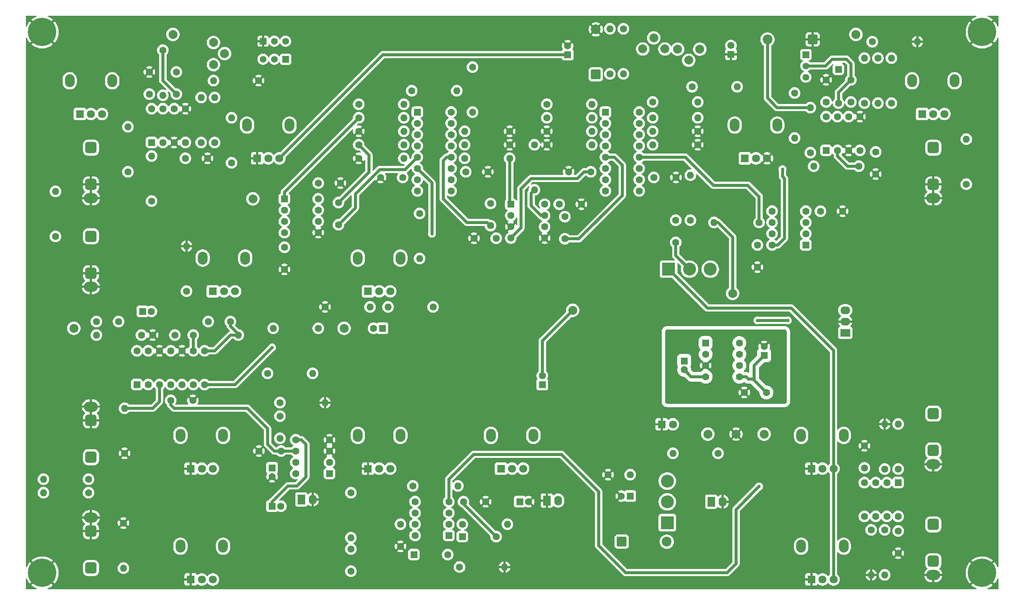
<source format=gbl>
%TF.GenerationSoftware,KiCad,Pcbnew,9.0.3*%
%TF.CreationDate,2025-07-31T22:43:19+01:00*%
%TF.ProjectId,hierophone,68696572-6f70-4686-9f6e-652e6b696361,r02*%
%TF.SameCoordinates,Original*%
%TF.FileFunction,Copper,L2,Bot*%
%TF.FilePolarity,Positive*%
%FSLAX46Y46*%
G04 Gerber Fmt 4.6, Leading zero omitted, Abs format (unit mm)*
G04 Created by KiCad (PCBNEW 9.0.3) date 2025-07-31 22:43:19*
%MOMM*%
%LPD*%
G01*
G04 APERTURE LIST*
G04 Aperture macros list*
%AMRoundRect*
0 Rectangle with rounded corners*
0 $1 Rounding radius*
0 $2 $3 $4 $5 $6 $7 $8 $9 X,Y pos of 4 corners*
0 Add a 4 corners polygon primitive as box body*
4,1,4,$2,$3,$4,$5,$6,$7,$8,$9,$2,$3,0*
0 Add four circle primitives for the rounded corners*
1,1,$1+$1,$2,$3*
1,1,$1+$1,$4,$5*
1,1,$1+$1,$6,$7*
1,1,$1+$1,$8,$9*
0 Add four rect primitives between the rounded corners*
20,1,$1+$1,$2,$3,$4,$5,0*
20,1,$1+$1,$4,$5,$6,$7,0*
20,1,$1+$1,$6,$7,$8,$9,0*
20,1,$1+$1,$8,$9,$2,$3,0*%
G04 Aperture macros list end*
%TA.AperFunction,ComponentPad*%
%ADD10C,1.600000*%
%TD*%
%TA.AperFunction,ComponentPad*%
%ADD11O,1.600000X1.600000*%
%TD*%
%TA.AperFunction,ComponentPad*%
%ADD12R,1.600000X1.600000*%
%TD*%
%TA.AperFunction,ComponentPad*%
%ADD13O,2.200000X2.900000*%
%TD*%
%TA.AperFunction,ComponentPad*%
%ADD14R,1.800000X1.800000*%
%TD*%
%TA.AperFunction,ComponentPad*%
%ADD15C,1.800000*%
%TD*%
%TA.AperFunction,ComponentPad*%
%ADD16R,2.921000X2.921000*%
%TD*%
%TA.AperFunction,ComponentPad*%
%ADD17C,2.921000*%
%TD*%
%TA.AperFunction,ComponentPad*%
%ADD18C,2.000000*%
%TD*%
%TA.AperFunction,ComponentPad*%
%ADD19O,3.100000X2.300000*%
%TD*%
%TA.AperFunction,ComponentPad*%
%ADD20RoundRect,0.650000X-0.650000X-0.650000X0.650000X-0.650000X0.650000X0.650000X-0.650000X0.650000X0*%
%TD*%
%TA.AperFunction,ComponentPad*%
%ADD21RoundRect,0.650000X0.650000X0.650000X-0.650000X0.650000X-0.650000X-0.650000X0.650000X-0.650000X0*%
%TD*%
%TA.AperFunction,ComponentPad*%
%ADD22RoundRect,0.250000X-0.550000X-0.550000X0.550000X-0.550000X0.550000X0.550000X-0.550000X0.550000X0*%
%TD*%
%TA.AperFunction,ComponentPad*%
%ADD23RoundRect,0.250000X0.550000X0.550000X-0.550000X0.550000X-0.550000X-0.550000X0.550000X-0.550000X0*%
%TD*%
%TA.AperFunction,ComponentPad*%
%ADD24R,1.500000X1.500000*%
%TD*%
%TA.AperFunction,ComponentPad*%
%ADD25C,1.500000*%
%TD*%
%TA.AperFunction,ComponentPad*%
%ADD26C,6.400000*%
%TD*%
%TA.AperFunction,ComponentPad*%
%ADD27RoundRect,0.250000X-0.550000X0.550000X-0.550000X-0.550000X0.550000X-0.550000X0.550000X0.550000X0*%
%TD*%
%TA.AperFunction,ComponentPad*%
%ADD28R,1.740000X2.200000*%
%TD*%
%TA.AperFunction,ComponentPad*%
%ADD29O,1.740000X2.200000*%
%TD*%
%TA.AperFunction,ComponentPad*%
%ADD30RoundRect,0.250000X0.550000X-0.550000X0.550000X0.550000X-0.550000X0.550000X-0.550000X-0.550000X0*%
%TD*%
%TA.AperFunction,ComponentPad*%
%ADD31R,2.200000X1.740000*%
%TD*%
%TA.AperFunction,ComponentPad*%
%ADD32O,2.200000X1.740000*%
%TD*%
%TA.AperFunction,ComponentPad*%
%ADD33RoundRect,0.249999X-0.850001X-0.850001X0.850001X-0.850001X0.850001X0.850001X-0.850001X0.850001X0*%
%TD*%
%TA.AperFunction,ComponentPad*%
%ADD34C,2.200000*%
%TD*%
%TA.AperFunction,ComponentPad*%
%ADD35RoundRect,0.249999X0.850001X-0.850001X0.850001X0.850001X-0.850001X0.850001X-0.850001X-0.850001X0*%
%TD*%
%TA.AperFunction,ComponentPad*%
%ADD36RoundRect,0.249999X0.850001X0.850001X-0.850001X0.850001X-0.850001X-0.850001X0.850001X-0.850001X0*%
%TD*%
%TA.AperFunction,ViaPad*%
%ADD37C,0.762000*%
%TD*%
%TA.AperFunction,Conductor*%
%ADD38C,0.635000*%
%TD*%
G04 APERTURE END LIST*
D10*
%TO.P,R50,1*%
%TO.N,Net-(Q3-E)*%
X221234000Y-36195000D03*
D11*
%TO.P,R50,2*%
%TO.N,GND*%
X231394000Y-36195000D03*
%TD*%
D12*
%TO.P,C42,1*%
%TO.N,POS_5V_REF*%
X152527000Y-39116000D03*
D10*
%TO.P,C42,2*%
%TO.N,GND*%
X152527000Y-37116000D03*
%TD*%
%TO.P,R33,1*%
%TO.N,Net-(Q2-C)*%
X147828000Y-50292000D03*
D11*
%TO.P,R33,2*%
%TO.N,Net-(R33-Pad2)*%
X157988000Y-50292000D03*
%TD*%
D10*
%TO.P,R62,1*%
%TO.N,Net-(U1C--)*%
X68072000Y-102362000D03*
D11*
%TO.P,R62,2*%
%TO.N,Net-(C44-Pad1)*%
X78232000Y-102362000D03*
%TD*%
D13*
%TO.P,RV5,*%
%TO.N,*%
X190200000Y-55000000D03*
X199800000Y-55000000D03*
D14*
%TO.P,RV5,1,1*%
%TO.N,POS_5V_REF*%
X192500000Y-62500000D03*
D15*
%TO.P,RV5,2,2*%
%TO.N,Net-(R40-Pad2)*%
X195000000Y-62500000D03*
%TO.P,RV5,3,3*%
%TO.N,GND*%
X197500000Y-62500000D03*
%TD*%
D16*
%TO.P,SW3,1,A*%
%TO.N,FEEDBACK_AUDIO*%
X175301000Y-87500000D03*
D17*
%TO.P,SW3,2,B*%
%TO.N,Net-(SW3-B)*%
X180000000Y-87500000D03*
%TO.P,SW3,3,C*%
%TO.N,AUDIO_INPUT_2*%
X184699000Y-87500000D03*
%TD*%
D10*
%TO.P,R27,1*%
%TO.N,VEE*%
X207264000Y-61214000D03*
D11*
%TO.P,R27,2*%
%TO.N,NEG_5V_REF*%
X207264000Y-51054000D03*
%TD*%
D10*
%TO.P,R5,1*%
%TO.N,GND*%
X105410000Y-56388000D03*
D11*
%TO.P,R5,2*%
%TO.N,Net-(U2C-+)*%
X115570000Y-56388000D03*
%TD*%
D10*
%TO.P,C18,1*%
%TO.N,VCC*%
X171958000Y-66802000D03*
%TO.P,C18,2*%
%TO.N,GND*%
X176958000Y-66802000D03*
%TD*%
D18*
%TO.P,TP8,1,1*%
%TO.N,Net-(R25-Pad2)*%
X189738000Y-92964000D03*
%TD*%
D19*
%TO.P,J13,S*%
%TO.N,GND*%
X45000000Y-91502500D03*
D20*
%TO.P,J13,T*%
%TO.N,Net-(J13-PadT)*%
X45000000Y-80102500D03*
%TO.P,J13,TN*%
%TO.N,GND*%
X45000000Y-88402500D03*
%TD*%
D10*
%TO.P,R18,1*%
%TO.N,Net-(J13-PadT)*%
X37000000Y-80100000D03*
D11*
%TO.P,R18,2*%
%TO.N,Net-(U4B--)*%
X37000000Y-69940000D03*
%TD*%
D19*
%TO.P,J1,S*%
%TO.N,GND*%
X45000000Y-118520000D03*
D21*
%TO.P,J1,T*%
%TO.N,Net-(U1A-+)*%
X45000000Y-129920000D03*
%TO.P,J1,TN*%
%TO.N,GND*%
X45000000Y-121620000D03*
%TD*%
D22*
%TO.P,U3,1*%
%TO.N,Net-(R33-Pad2)*%
X161046000Y-52060000D03*
D10*
%TO.P,U3,2,DIODE_BIAS*%
%TO.N,unconnected-(U3C-DIODE_BIAS-Pad2)*%
X161046000Y-54600000D03*
%TO.P,U3,3,+*%
%TO.N,Net-(U3C-+)*%
X161046000Y-57140000D03*
%TO.P,U3,4,-*%
%TO.N,Net-(U3C--)*%
X161046000Y-59680000D03*
%TO.P,U3,5*%
%TO.N,Net-(U13B--)*%
X161046000Y-62220000D03*
%TO.P,U3,6,V-*%
%TO.N,VEE*%
X161046000Y-64760000D03*
%TO.P,U3,7*%
%TO.N,unconnected-(U3-Pad7)*%
X161046000Y-67300000D03*
%TO.P,U3,8*%
%TO.N,unconnected-(U3-Pad8)*%
X161046000Y-69840000D03*
%TO.P,U3,9*%
%TO.N,unconnected-(U3-Pad9)*%
X168666000Y-69840000D03*
%TO.P,U3,10*%
%TO.N,unconnected-(U3-Pad10)*%
X168666000Y-67300000D03*
%TO.P,U3,11,V+*%
%TO.N,VCC*%
X168666000Y-64760000D03*
%TO.P,U3,12*%
%TO.N,Net-(U10B--)*%
X168666000Y-62220000D03*
%TO.P,U3,13,-*%
%TO.N,Net-(U3A--)*%
X168666000Y-59680000D03*
%TO.P,U3,14,+*%
%TO.N,Net-(U3A-+)*%
X168666000Y-57140000D03*
%TO.P,U3,15,DIODE_BIAS*%
%TO.N,Net-(U3A-DIODE_BIAS)*%
X168666000Y-54600000D03*
%TO.P,U3,16*%
%TO.N,Net-(R44-Pad1)*%
X168666000Y-52060000D03*
%TD*%
%TO.P,R46,1*%
%TO.N,Net-(U7--)*%
X128778000Y-145034000D03*
D11*
%TO.P,R46,2*%
%TO.N,Net-(C10-Pad1)*%
X138938000Y-145034000D03*
%TD*%
D19*
%TO.P,J5,S*%
%TO.N,GND*%
X235000000Y-71480000D03*
D20*
%TO.P,J5,T*%
%TO.N,Net-(J5-PadT)*%
X235000000Y-60080000D03*
%TO.P,J5,TN*%
%TO.N,GND*%
X235000000Y-68380000D03*
%TD*%
D10*
%TO.P,R13,1*%
%TO.N,Net-(U8B--)*%
X220980000Y-146304000D03*
D11*
%TO.P,R13,2*%
%TO.N,GND*%
X220980000Y-156464000D03*
%TD*%
D10*
%TO.P,R52,1*%
%TO.N,GND*%
X82804000Y-44958000D03*
D11*
%TO.P,R52,2*%
%TO.N,Net-(R52-Pad2)*%
X72644000Y-44958000D03*
%TD*%
D13*
%TO.P,RV8,*%
%TO.N,*%
X105200000Y-125000000D03*
X114800000Y-125000000D03*
D14*
%TO.P,RV8,1,1*%
%TO.N,GND*%
X107500000Y-132500000D03*
D15*
%TO.P,RV8,2,2*%
%TO.N,Net-(U6--)*%
X110000000Y-132500000D03*
%TO.P,RV8,3,3*%
%TO.N,Net-(C44-Pad1)*%
X112500000Y-132500000D03*
%TD*%
D10*
%TO.P,R49,1*%
%TO.N,Net-(U10B-+)*%
X180213000Y-76454000D03*
D11*
%TO.P,R49,2*%
%TO.N,Net-(U3A-+)*%
X180213000Y-66294000D03*
%TD*%
D23*
%TO.P,U10,1*%
%TO.N,Net-(U10A--)*%
X206248000Y-82032000D03*
D10*
%TO.P,U10,2,-*%
X206248000Y-79492000D03*
%TO.P,U10,3,+*%
%TO.N,unconnected-(U10A-+-Pad3)*%
X206248000Y-76952000D03*
%TO.P,U10,4,V-*%
%TO.N,VEE*%
X206248000Y-74412000D03*
%TO.P,U10,5,+*%
%TO.N,Net-(U10B-+)*%
X198628000Y-74412000D03*
%TO.P,U10,6,-*%
%TO.N,Net-(U10B--)*%
X198628000Y-76952000D03*
%TO.P,U10,7*%
%TO.N,Net-(R25-Pad2)*%
X198628000Y-79492000D03*
%TO.P,U10,8,V+*%
%TO.N,VCC*%
X198628000Y-82032000D03*
%TD*%
%TO.P,R15,1*%
%TO.N,GND*%
X147828000Y-59436000D03*
D11*
%TO.P,R15,2*%
%TO.N,Net-(U3C--)*%
X157988000Y-59436000D03*
%TD*%
D18*
%TO.P,TP2,1,1*%
%TO.N,VEE*%
X196850000Y-124714000D03*
%TD*%
D10*
%TO.P,R24,1*%
%TO.N,Net-(U3A-DIODE_BIAS)*%
X171704000Y-53340000D03*
D11*
%TO.P,R24,2*%
%TO.N,POS_5V_REF*%
X181864000Y-53340000D03*
%TD*%
D12*
%TO.P,C9,1*%
%TO.N,Net-(C41-Pad1)*%
X85852000Y-140970000D03*
D10*
%TO.P,C9,2*%
%TO.N,Net-(J9-Pin_1)*%
X87852000Y-140970000D03*
%TD*%
D18*
%TO.P,TP5,1,1*%
%TO.N,Net-(C4-Pad2)*%
X102108000Y-100838000D03*
%TD*%
D24*
%TO.P,Q1,1,E*%
%TO.N,Net-(Q1-E)*%
X88900000Y-40132000D03*
D25*
%TO.P,Q1,2,B*%
%TO.N,Net-(Q1-B)*%
X86360000Y-40132000D03*
%TO.P,Q1,3,C*%
%TO.N,VCC*%
X83820000Y-40132000D03*
%TD*%
D10*
%TO.P,R1,1*%
%TO.N,Net-(C1-Pad1)*%
X105410000Y-59436000D03*
D11*
%TO.P,R1,2*%
%TO.N,Net-(U2C-+)*%
X115570000Y-59436000D03*
%TD*%
D12*
%TO.P,C7,1*%
%TO.N,Net-(U6-BYPASS)*%
X85852000Y-132334000D03*
D10*
%TO.P,C7,2*%
%TO.N,GND*%
X85852000Y-134334000D03*
%TD*%
%TO.P,R37,1*%
%TO.N,Net-(R36-Pad2)*%
X69850000Y-58928000D03*
D11*
%TO.P,R37,2*%
%TO.N,Net-(U4B--)*%
X69850000Y-48768000D03*
%TD*%
D10*
%TO.P,R42,1*%
%TO.N,Net-(R42-Pad1)*%
X219456000Y-50038000D03*
D11*
%TO.P,R42,2*%
%TO.N,Net-(Q3-E)*%
X219456000Y-39878000D03*
%TD*%
D10*
%TO.P,C22,1*%
%TO.N,GND*%
X221996000Y-66040000D03*
%TO.P,C22,2*%
%TO.N,VEE*%
X221996000Y-61040000D03*
%TD*%
%TO.P,R4,1*%
%TO.N,Net-(U12A--)*%
X105410000Y-53340000D03*
D11*
%TO.P,R4,2*%
%TO.N,Net-(U2C-+)*%
X115570000Y-53340000D03*
%TD*%
D10*
%TO.P,R55,1*%
%TO.N,Net-(R55-Pad1)*%
X103632000Y-137922000D03*
D11*
%TO.P,R55,2*%
%TO.N,Net-(C41-Pad2)*%
X103632000Y-148082000D03*
%TD*%
D10*
%TO.P,R30,1*%
%TO.N,VEE*%
X76708000Y-63500000D03*
D11*
%TO.P,R30,2*%
%TO.N,Net-(Q1-E)*%
X76708000Y-53340000D03*
%TD*%
D10*
%TO.P,C31,1*%
%TO.N,VCC*%
X87884000Y-128524000D03*
%TO.P,C31,2*%
%TO.N,GND*%
X82884000Y-128524000D03*
%TD*%
%TO.P,C41,1*%
%TO.N,Net-(C41-Pad1)*%
X103632000Y-155622000D03*
%TO.P,C41,2*%
%TO.N,Net-(C41-Pad2)*%
X103632000Y-150622000D03*
%TD*%
D26*
%TO.P,H4,1,1*%
%TO.N,GND*%
X246000000Y-156000000D03*
%TD*%
D13*
%TO.P,RV10,*%
%TO.N,*%
X205200000Y-125000000D03*
X214800000Y-125000000D03*
D14*
%TO.P,RV10,1,1*%
%TO.N,GND*%
X207500000Y-132500000D03*
D15*
%TO.P,RV10,2,2*%
%TO.N,Net-(U8A-+)*%
X210000000Y-132500000D03*
%TO.P,RV10,3,3*%
%TO.N,FEEDBACK_AUDIO*%
X212500000Y-132500000D03*
%TD*%
D10*
%TO.P,C27,1*%
%TO.N,GND*%
X214550000Y-74422000D03*
%TO.P,C27,2*%
%TO.N,VEE*%
X209550000Y-74422000D03*
%TD*%
%TO.P,C36,1*%
%TO.N,GND*%
X58928000Y-102362000D03*
%TO.P,C36,2*%
%TO.N,VEE*%
X63928000Y-102362000D03*
%TD*%
%TO.P,R59,1*%
%TO.N,GND*%
X52324000Y-144780000D03*
D11*
%TO.P,R59,2*%
%TO.N,Net-(U1B-+)*%
X52324000Y-154940000D03*
%TD*%
D23*
%TO.P,U6,1,GAIN*%
%TO.N,Net-(R55-Pad1)*%
X98806000Y-133604000D03*
D10*
%TO.P,U6,2,-*%
%TO.N,Net-(U6--)*%
X98806000Y-131064000D03*
%TO.P,U6,3,+*%
%TO.N,GND*%
X98806000Y-128524000D03*
%TO.P,U6,4,GND*%
X98806000Y-125984000D03*
%TO.P,U6,5*%
%TO.N,Net-(C41-Pad1)*%
X91186000Y-125984000D03*
%TO.P,U6,6,V+*%
%TO.N,VCC*%
X91186000Y-128524000D03*
%TO.P,U6,7,BYPASS*%
%TO.N,Net-(U6-BYPASS)*%
X91186000Y-131064000D03*
%TO.P,U6,8,GAIN*%
%TO.N,unconnected-(U6-GAIN-Pad8)*%
X91186000Y-133604000D03*
%TD*%
%TO.P,R38,1*%
%TO.N,Net-(J5-PadT)*%
X242443000Y-68326000D03*
D11*
%TO.P,R38,2*%
%TO.N,Net-(R38-Pad2)*%
X242443000Y-58166000D03*
%TD*%
D10*
%TO.P,R51,1*%
%TO.N,Net-(R51-Pad1)*%
X66548000Y-92456000D03*
D11*
%TO.P,R51,2*%
%TO.N,GND*%
X66548000Y-82296000D03*
%TD*%
D10*
%TO.P,R32,1*%
%TO.N,Net-(Q2-C)*%
X131064000Y-41910000D03*
D11*
%TO.P,R32,2*%
%TO.N,Net-(R32-Pad2)*%
X131064000Y-52070000D03*
%TD*%
D10*
%TO.P,R61,1*%
%TO.N,Net-(C4-Pad2)*%
X96266000Y-100838000D03*
D11*
%TO.P,R61,2*%
%TO.N,Net-(U1C--)*%
X86106000Y-100838000D03*
%TD*%
D13*
%TO.P,RV4,*%
%TO.N,*%
X80200000Y-55000000D03*
X89800000Y-55000000D03*
D14*
%TO.P,RV4,1,1*%
%TO.N,GND*%
X82500000Y-62500000D03*
D15*
%TO.P,RV4,2,2*%
%TO.N,Net-(R35-Pad1)*%
X85000000Y-62500000D03*
%TO.P,RV4,3,3*%
%TO.N,POS_5V_REF*%
X87500000Y-62500000D03*
%TD*%
D10*
%TO.P,C24,1*%
%TO.N,GND*%
X134032000Y-139954000D03*
%TO.P,C24,2*%
%TO.N,VEE*%
X129032000Y-139954000D03*
%TD*%
D22*
%TO.P,U13,1*%
%TO.N,Net-(C2-Pad1)*%
X139710000Y-72868000D03*
D10*
%TO.P,U13,2,-*%
%TO.N,Net-(U13A--)*%
X139710000Y-75408000D03*
%TO.P,U13,3,+*%
%TO.N,GND*%
X139710000Y-77948000D03*
%TO.P,U13,4,V-*%
%TO.N,VEE*%
X139710000Y-80488000D03*
%TO.P,U13,5,+*%
%TO.N,GND*%
X147330000Y-80488000D03*
%TO.P,U13,6,-*%
%TO.N,Net-(U13B--)*%
X147330000Y-77948000D03*
%TO.P,U13,7*%
%TO.N,Net-(C3-Pad1)*%
X147330000Y-75408000D03*
%TO.P,U13,8,V+*%
%TO.N,VCC*%
X147330000Y-72868000D03*
%TD*%
%TO.P,C23,1*%
%TO.N,VCC*%
X114808000Y-145034000D03*
%TO.P,C23,2*%
%TO.N,GND*%
X114808000Y-150034000D03*
%TD*%
D12*
%TO.P,C11,1*%
%TO.N,Net-(C11-Pad1)*%
X146812000Y-113538000D03*
D10*
%TO.P,C11,2*%
%TO.N,FEEDBACK_AUDIO*%
X146812000Y-111538000D03*
%TD*%
%TO.P,C26,1*%
%TO.N,VCC*%
X195326000Y-82042000D03*
%TO.P,C26,2*%
%TO.N,GND*%
X195326000Y-87042000D03*
%TD*%
D12*
%TO.P,C33,1*%
%TO.N,Net-(C33-Pad1)*%
X56642000Y-97028000D03*
D10*
%TO.P,C33,2*%
%TO.N,Net-(U12A-+)*%
X58642000Y-97028000D03*
%TD*%
%TO.P,R43,1*%
%TO.N,Net-(C8-Pad2)*%
X87630000Y-117602000D03*
D11*
%TO.P,R43,2*%
%TO.N,GND*%
X97790000Y-117602000D03*
%TD*%
D16*
%TO.P,SW1,1,A*%
%TO.N,Net-(D3-A)*%
X175000000Y-144699000D03*
D17*
%TO.P,SW1,2,B*%
%TO.N,Net-(J8-Pin_1)*%
X175000000Y-140000000D03*
%TO.P,SW1,3,C*%
%TO.N,unconnected-(SW1-C-Pad3)*%
X175000000Y-135301000D03*
%TD*%
D27*
%TO.P,D5,1,K*%
%TO.N,Net-(D5-K)*%
X213614000Y-42418000D03*
D10*
%TO.P,D5,2,A*%
%TO.N,Net-(D5-A)*%
X213614000Y-50038000D03*
%TD*%
%TO.P,R35,1*%
%TO.N,Net-(R35-Pad1)*%
X72898000Y-58928000D03*
D11*
%TO.P,R35,2*%
%TO.N,Net-(U4B--)*%
X72898000Y-48768000D03*
%TD*%
D10*
%TO.P,R21,1*%
%TO.N,Net-(U2C-+)*%
X119126000Y-74930000D03*
D11*
%TO.P,R21,2*%
%TO.N,Net-(R21-Pad2)*%
X119126000Y-85090000D03*
%TD*%
D12*
%TO.P,C28,1*%
%TO.N,Net-(U9-CAP+)*%
X178816000Y-108204000D03*
D10*
%TO.P,C28,2*%
%TO.N,Net-(U9-CAP-)*%
X178816000Y-110204000D03*
%TD*%
D19*
%TO.P,J4,S*%
%TO.N,GND*%
X45000000Y-71480000D03*
D20*
%TO.P,J4,T*%
%TO.N,Net-(J4-PadT)*%
X45000000Y-60080000D03*
%TO.P,J4,TN*%
%TO.N,GND*%
X45000000Y-68380000D03*
%TD*%
D13*
%TO.P,RV1,*%
%TO.N,*%
X65200000Y-125000000D03*
X74800000Y-125000000D03*
D14*
%TO.P,RV1,1,1*%
%TO.N,GND*%
X67500000Y-132500000D03*
D15*
%TO.P,RV1,2,2*%
%TO.N,Net-(R7-Pad1)*%
X70000000Y-132500000D03*
%TO.P,RV1,3,3*%
%TO.N,Net-(U1A--)*%
X72500000Y-132500000D03*
%TD*%
D28*
%TO.P,J10,1,Pin_1*%
%TO.N,GND*%
X147828000Y-139700000D03*
D29*
%TO.P,J10,2,Pin_2*%
%TO.N,Net-(D1-A)*%
X150368000Y-139700000D03*
%TD*%
D10*
%TO.P,R44,1*%
%TO.N,Net-(R44-Pad1)*%
X171704000Y-49784000D03*
D11*
%TO.P,R44,2*%
%TO.N,Net-(Q3-C)*%
X181864000Y-49784000D03*
%TD*%
D10*
%TO.P,R29,1*%
%TO.N,Net-(U4B--)*%
X61214000Y-38100000D03*
D11*
%TO.P,R29,2*%
%TO.N,Net-(C5-Pad2)*%
X61214000Y-48260000D03*
%TD*%
D10*
%TO.P,R48,1*%
%TO.N,VCC*%
X186436000Y-129032000D03*
D11*
%TO.P,R48,2*%
%TO.N,Net-(D4-A)*%
X176276000Y-129032000D03*
%TD*%
D10*
%TO.P,R58,1*%
%TO.N,Net-(D5-K)*%
X222504000Y-39878000D03*
D11*
%TO.P,R58,2*%
%TO.N,Net-(R42-Pad1)*%
X222504000Y-50038000D03*
%TD*%
D26*
%TO.P,H2,1,1*%
%TO.N,GND*%
X246000000Y-34000000D03*
%TD*%
D10*
%TO.P,R26,1*%
%TO.N,VCC*%
X162052000Y-43434000D03*
D11*
%TO.P,R26,2*%
%TO.N,POS_5V_REF*%
X162052000Y-33274000D03*
%TD*%
D13*
%TO.P,RV3,*%
%TO.N,*%
X105200000Y-85000000D03*
X114800000Y-85000000D03*
D14*
%TO.P,RV3,1,1*%
%TO.N,Net-(R19-Pad2)*%
X107500000Y-92500000D03*
D15*
%TO.P,RV3,2,2*%
%TO.N,Net-(R21-Pad2)*%
X110000000Y-92500000D03*
%TO.P,RV3,3,3*%
%TO.N,Net-(R20-Pad2)*%
X112500000Y-92500000D03*
%TD*%
D10*
%TO.P,R19,1*%
%TO.N,GND*%
X97790000Y-96012000D03*
D11*
%TO.P,R19,2*%
%TO.N,Net-(R19-Pad2)*%
X107950000Y-96012000D03*
%TD*%
D13*
%TO.P,RV6,*%
%TO.N,*%
X40200000Y-45000000D03*
X49800000Y-45000000D03*
D14*
%TO.P,RV6,1,1*%
%TO.N,Net-(U4A--)*%
X42500000Y-52500000D03*
D15*
%TO.P,RV6,2,2*%
%TO.N,Net-(R34-Pad2)*%
X45000000Y-52500000D03*
%TO.P,RV6,3,3*%
%TO.N,Net-(U4B--)*%
X47500000Y-52500000D03*
%TD*%
D10*
%TO.P,C21,1*%
%TO.N,VCC*%
X210820000Y-49784000D03*
%TO.P,C21,2*%
%TO.N,GND*%
X210820000Y-44784000D03*
%TD*%
D30*
%TO.P,U4,1*%
%TO.N,Net-(R36-Pad2)*%
X58684000Y-58918000D03*
D10*
%TO.P,U4,2,-*%
%TO.N,Net-(U4A--)*%
X61224000Y-58918000D03*
%TO.P,U4,3,+*%
%TO.N,GND*%
X63764000Y-58918000D03*
%TO.P,U4,4,V-*%
%TO.N,VEE*%
X66304000Y-58918000D03*
%TO.P,U4,5,+*%
%TO.N,GND*%
X66304000Y-51298000D03*
%TO.P,U4,6,-*%
%TO.N,Net-(U4B--)*%
X63764000Y-51298000D03*
%TO.P,U4,7*%
%TO.N,Net-(C5-Pad2)*%
X61224000Y-51298000D03*
%TO.P,U4,8,V+*%
%TO.N,VCC*%
X58684000Y-51298000D03*
%TD*%
%TO.P,R45,1*%
%TO.N,Net-(C11-Pad1)*%
X117602000Y-136398000D03*
D11*
%TO.P,R45,2*%
%TO.N,Net-(R45-Pad2)*%
X127762000Y-136398000D03*
%TD*%
D13*
%TO.P,RV12,*%
%TO.N,*%
X135200000Y-125000000D03*
X144800000Y-125000000D03*
D14*
%TO.P,RV12,1,1*%
%TO.N,Net-(R45-Pad2)*%
X137500000Y-132500000D03*
D15*
%TO.P,RV12,2,2*%
%TO.N,Net-(U7--)*%
X140000000Y-132500000D03*
%TO.P,RV12,3,3*%
X142500000Y-132500000D03*
%TD*%
D10*
%TO.P,C1,1*%
%TO.N,Net-(C1-Pad1)*%
X100838000Y-72470000D03*
%TO.P,C1,2*%
%TO.N,Net-(U12B--)*%
X100838000Y-77470000D03*
%TD*%
D18*
%TO.P,TP6,1,1*%
%TO.N,Net-(C5-Pad2)*%
X63500000Y-34544000D03*
%TD*%
D10*
%TO.P,R20,1*%
%TO.N,Net-(C3-Pad1)*%
X122174000Y-96012000D03*
D11*
%TO.P,R20,2*%
%TO.N,Net-(R20-Pad2)*%
X112014000Y-96012000D03*
%TD*%
D22*
%TO.P,D2,1,K*%
%TO.N,Net-(D1-A)*%
X128778000Y-147828000D03*
D10*
%TO.P,D2,2,A*%
%TO.N,VEE*%
X136398000Y-147828000D03*
%TD*%
%TO.P,C12,1*%
%TO.N,VCC*%
X58166000Y-48006000D03*
%TO.P,C12,2*%
%TO.N,GND*%
X58166000Y-43006000D03*
%TD*%
%TO.P,R14,1*%
%TO.N,Net-(C2-Pad1)*%
X147828000Y-53340000D03*
D11*
%TO.P,R14,2*%
%TO.N,Net-(U3C-+)*%
X157988000Y-53340000D03*
%TD*%
D10*
%TO.P,R12,1*%
%TO.N,Net-(U2A-+)*%
X129286000Y-62484000D03*
D11*
%TO.P,R12,2*%
%TO.N,Net-(C2-Pad1)*%
X139446000Y-62484000D03*
%TD*%
D28*
%TO.P,J9,1,Pin_1*%
%TO.N,Net-(J9-Pin_1)*%
X92456000Y-139446000D03*
D29*
%TO.P,J9,2,Pin_2*%
%TO.N,GND*%
X94996000Y-139446000D03*
%TD*%
D30*
%TO.P,U1,1*%
%TO.N,Net-(U1A--)*%
X55372000Y-113538000D03*
D10*
%TO.P,U1,2,-*%
X57912000Y-113538000D03*
%TO.P,U1,3,+*%
%TO.N,Net-(U1A-+)*%
X60452000Y-113538000D03*
%TO.P,U1,4,V+*%
%TO.N,VCC*%
X62992000Y-113538000D03*
%TO.P,U1,5,+*%
%TO.N,Net-(U1B-+)*%
X65532000Y-113538000D03*
%TO.P,U1,6,-*%
%TO.N,AUDIO_INPUT_2*%
X68072000Y-113538000D03*
%TO.P,U1,7*%
X70612000Y-113538000D03*
%TO.P,U1,8*%
%TO.N,Net-(C44-Pad1)*%
X70612000Y-105918000D03*
%TO.P,U1,9,-*%
%TO.N,Net-(U1C--)*%
X68072000Y-105918000D03*
%TO.P,U1,10,+*%
%TO.N,GND*%
X65532000Y-105918000D03*
%TO.P,U1,11,V-*%
%TO.N,VEE*%
X62992000Y-105918000D03*
%TO.P,U1,12,+*%
%TO.N,GND*%
X60452000Y-105918000D03*
%TO.P,U1,13,-*%
%TO.N,Net-(U1D--)*%
X57912000Y-105918000D03*
%TO.P,U1,14*%
%TO.N,Net-(C33-Pad1)*%
X55372000Y-105918000D03*
%TD*%
%TO.P,C30,1*%
%TO.N,VEE*%
X197358000Y-115316000D03*
%TO.P,C30,2*%
%TO.N,GNDD*%
X192358000Y-115316000D03*
%TD*%
%TO.P,R23,1*%
%TO.N,GND*%
X181864000Y-59436000D03*
D11*
%TO.P,R23,2*%
%TO.N,Net-(U3A--)*%
X171704000Y-59436000D03*
%TD*%
D10*
%TO.P,R9,1*%
%TO.N,Net-(C1-Pad1)*%
X117348000Y-47244000D03*
D11*
%TO.P,R9,2*%
%TO.N,Net-(U2A-+)*%
X127508000Y-47244000D03*
%TD*%
D10*
%TO.P,R3,1*%
%TO.N,GND*%
X105410000Y-62484000D03*
D11*
%TO.P,R3,2*%
%TO.N,Net-(U2C--)*%
X115570000Y-62484000D03*
%TD*%
D12*
%TO.P,C4,1*%
%TO.N,Net-(C3-Pad1)*%
X110744000Y-100838000D03*
D10*
%TO.P,C4,2*%
%TO.N,Net-(C4-Pad2)*%
X108744000Y-100838000D03*
%TD*%
%TO.P,R40,1*%
%TO.N,Net-(D5-K)*%
X203708000Y-47752000D03*
D11*
%TO.P,R40,2*%
%TO.N,Net-(R40-Pad2)*%
X203708000Y-57912000D03*
%TD*%
D30*
%TO.P,U5,1*%
%TO.N,Net-(R39-Pad2)*%
X210820000Y-60706000D03*
D10*
%TO.P,U5,2,-*%
%TO.N,Net-(U5A--)*%
X213360000Y-60706000D03*
%TO.P,U5,3,+*%
%TO.N,GND*%
X215900000Y-60706000D03*
%TO.P,U5,4,V-*%
%TO.N,VEE*%
X218440000Y-60706000D03*
%TO.P,U5,5,+*%
%TO.N,GND*%
X218440000Y-53086000D03*
%TO.P,U5,6,-*%
%TO.N,Net-(D5-K)*%
X215900000Y-53086000D03*
%TO.P,U5,7*%
%TO.N,Net-(D5-A)*%
X213360000Y-53086000D03*
%TO.P,U5,8,V+*%
%TO.N,VCC*%
X210820000Y-53086000D03*
%TD*%
D13*
%TO.P,RV9,*%
%TO.N,*%
X70200000Y-85000000D03*
X79800000Y-85000000D03*
D14*
%TO.P,RV9,1,1*%
%TO.N,Net-(R51-Pad1)*%
X72500000Y-92500000D03*
D15*
%TO.P,RV9,2,2*%
X75000000Y-92500000D03*
%TO.P,RV9,3,3*%
%TO.N,Net-(U12A-+)*%
X77500000Y-92500000D03*
%TD*%
D10*
%TO.P,R54,1*%
%TO.N,Net-(U8B--)*%
X224028000Y-146304000D03*
D11*
%TO.P,R54,2*%
%TO.N,Net-(J7-PadT)*%
X224028000Y-156464000D03*
%TD*%
D24*
%TO.P,Q2,1,E*%
%TO.N,GND*%
X83820000Y-36068000D03*
D25*
%TO.P,Q2,2,B*%
%TO.N,Net-(Q1-E)*%
X86360000Y-36068000D03*
%TO.P,Q2,3,C*%
%TO.N,Net-(Q2-C)*%
X88900000Y-36068000D03*
%TD*%
D10*
%TO.P,R34,1*%
%TO.N,Net-(J4-PadT)*%
X53340000Y-65532000D03*
D11*
%TO.P,R34,2*%
%TO.N,Net-(R34-Pad2)*%
X53340000Y-55372000D03*
%TD*%
D10*
%TO.P,R8,1*%
%TO.N,Net-(R8-Pad1)*%
X44450000Y-137922000D03*
D11*
%TO.P,R8,2*%
%TO.N,Net-(U1D--)*%
X34290000Y-137922000D03*
%TD*%
D10*
%TO.P,R60,1*%
%TO.N,GND*%
X52578000Y-129032000D03*
D11*
%TO.P,R60,2*%
%TO.N,Net-(U1A-+)*%
X52578000Y-118872000D03*
%TD*%
D31*
%TO.P,J3,1,Pin_1*%
%TO.N,VCC*%
X215138000Y-101854000D03*
D32*
%TO.P,J3,2,Pin_2*%
%TO.N,GND*%
X215138000Y-99314000D03*
%TO.P,J3,3,Pin_3*%
%TO.N,VEE*%
X215138000Y-96774000D03*
%TD*%
D10*
%TO.P,R16,1*%
%TO.N,GND*%
X147828000Y-56388000D03*
D11*
%TO.P,R16,2*%
%TO.N,Net-(U3C-+)*%
X157988000Y-56388000D03*
%TD*%
D13*
%TO.P,RV2,*%
%TO.N,*%
X65200000Y-150000000D03*
X74800000Y-150000000D03*
D14*
%TO.P,RV2,1,1*%
%TO.N,GND*%
X67500000Y-157500000D03*
D15*
%TO.P,RV2,2,2*%
%TO.N,Net-(R8-Pad1)*%
X70000000Y-157500000D03*
%TO.P,RV2,3,3*%
%TO.N,AUDIO_INPUT_2*%
X72500000Y-157500000D03*
%TD*%
D10*
%TO.P,R47,1*%
%TO.N,Net-(D1-A)*%
X128143000Y-154686000D03*
D11*
%TO.P,R47,2*%
%TO.N,GND*%
X138303000Y-154686000D03*
%TD*%
D23*
%TO.P,U7,1,BAL*%
%TO.N,unconnected-(U7-BAL-Pad1)*%
X125720000Y-147564000D03*
D10*
%TO.P,U7,2,-*%
%TO.N,Net-(U7--)*%
X125720000Y-145024000D03*
%TO.P,U7,3,+*%
%TO.N,Net-(D1-A)*%
X125720000Y-142484000D03*
%TO.P,U7,4,V-*%
%TO.N,VEE*%
X125720000Y-139944000D03*
%TO.P,U7,5,COMP*%
%TO.N,unconnected-(U7-COMP-Pad5)*%
X118100000Y-139944000D03*
%TO.P,U7,6*%
%TO.N,Net-(C11-Pad1)*%
X118100000Y-142484000D03*
%TO.P,U7,7,V+*%
%TO.N,VCC*%
X118100000Y-145024000D03*
%TO.P,U7,8,C/B*%
%TO.N,unconnected-(U7-C{slash}B-Pad8)*%
X118100000Y-147564000D03*
%TD*%
D19*
%TO.P,J7,S*%
%TO.N,GND*%
X235000000Y-156480000D03*
D20*
%TO.P,J7,T*%
%TO.N,Net-(J7-PadT)*%
X235000000Y-145080000D03*
%TO.P,J7,TN*%
%TO.N,unconnected-(J7-PadTN)*%
X235000000Y-153380000D03*
%TD*%
D18*
%TO.P,RV14,1,1*%
%TO.N,POS_5V_REF*%
X169458000Y-37826000D03*
%TO.P,RV14,2,2*%
%TO.N,Net-(R56-Pad1)*%
X171958000Y-35326000D03*
%TO.P,RV14,3,3*%
%TO.N,NEG_5V_REF*%
X174458000Y-37826000D03*
%TD*%
D10*
%TO.P,C37,1*%
%TO.N,VCC*%
X227076000Y-146558000D03*
%TO.P,C37,2*%
%TO.N,GND*%
X227076000Y-151558000D03*
%TD*%
%TO.P,R22,1*%
%TO.N,GND*%
X181864000Y-56388000D03*
D11*
%TO.P,R22,2*%
%TO.N,Net-(U3A-+)*%
X171704000Y-56388000D03*
%TD*%
D10*
%TO.P,C25,1*%
%TO.N,VCC*%
X166624000Y-133858000D03*
%TO.P,C25,2*%
%TO.N,GND*%
X161624000Y-133858000D03*
%TD*%
%TO.P,C19,1*%
%TO.N,GND*%
X152734000Y-65532000D03*
%TO.P,C19,2*%
%TO.N,VEE*%
X157734000Y-65532000D03*
%TD*%
D26*
%TO.P,H1,1,1*%
%TO.N,GND*%
X34000000Y-34000000D03*
%TD*%
D18*
%TO.P,RV13,1,1*%
%TO.N,Net-(C5-Pad2)*%
X72644000Y-36362000D03*
%TO.P,RV13,2,2*%
%TO.N,Net-(Q1-B)*%
X75144000Y-38862000D03*
%TO.P,RV13,3,3*%
%TO.N,Net-(R52-Pad2)*%
X72644000Y-41362000D03*
%TD*%
%TO.P,TP7,1,1*%
%TO.N,FEEDBACK_AUDIO*%
X153670000Y-96774000D03*
%TD*%
D10*
%TO.P,R17,1*%
%TO.N,Net-(U3C-+)*%
X145034000Y-59436000D03*
D11*
%TO.P,R17,2*%
%TO.N,Net-(C3-Pad1)*%
X145034000Y-69596000D03*
%TD*%
D18*
%TO.P,TP9,1,1*%
%TO.N,Net-(Q3-E)*%
X217551000Y-34544000D03*
%TD*%
D26*
%TO.P,H3,1,1*%
%TO.N,GND*%
X34000000Y-156000000D03*
%TD*%
D10*
%TO.P,C40,1*%
%TO.N,GND*%
X88646000Y-87550000D03*
%TO.P,C40,2*%
%TO.N,VEE*%
X88646000Y-82550000D03*
%TD*%
%TO.P,C6,1*%
%TO.N,Net-(D5-K)*%
X216408000Y-49784000D03*
%TO.P,C6,2*%
%TO.N,Net-(D5-A)*%
X216408000Y-44784000D03*
%TD*%
%TO.P,R7,1*%
%TO.N,Net-(R7-Pad1)*%
X44450000Y-134874000D03*
D11*
%TO.P,R7,2*%
%TO.N,Net-(U1D--)*%
X34290000Y-134874000D03*
%TD*%
D12*
%TO.P,C10,1*%
%TO.N,Net-(C10-Pad1)*%
X141732000Y-139954000D03*
D10*
%TO.P,C10,2*%
%TO.N,GND*%
X143732000Y-139954000D03*
%TD*%
D18*
%TO.P,TP4,1,1*%
%TO.N,Net-(C33-Pad1)*%
X41148000Y-100838000D03*
%TD*%
D10*
%TO.P,C32,1*%
%TO.N,VCC*%
X62992000Y-117094000D03*
%TO.P,C32,2*%
%TO.N,GND*%
X67992000Y-117094000D03*
%TD*%
D18*
%TO.P,TP10,1,1*%
%TO.N,Net-(U12A--)*%
X81534000Y-71628000D03*
%TD*%
D22*
%TO.P,U2,1*%
%TO.N,Net-(R31-Pad2)*%
X118628000Y-52060000D03*
D10*
%TO.P,U2,2,DIODE_BIAS*%
%TO.N,unconnected-(U2C-DIODE_BIAS-Pad2)*%
X118628000Y-54600000D03*
%TO.P,U2,3,+*%
%TO.N,Net-(U2C-+)*%
X118628000Y-57140000D03*
%TO.P,U2,4,-*%
%TO.N,Net-(U2C--)*%
X118628000Y-59680000D03*
%TO.P,U2,5*%
%TO.N,Net-(U12B--)*%
X118628000Y-62220000D03*
%TO.P,U2,6,V-*%
%TO.N,VEE*%
X118628000Y-64760000D03*
%TO.P,U2,7*%
%TO.N,unconnected-(U2-Pad7)*%
X118628000Y-67300000D03*
%TO.P,U2,8*%
%TO.N,unconnected-(U2-Pad8)*%
X118628000Y-69840000D03*
%TO.P,U2,9*%
%TO.N,unconnected-(U2-Pad9)*%
X126248000Y-69840000D03*
%TO.P,U2,10*%
%TO.N,unconnected-(U2-Pad10)*%
X126248000Y-67300000D03*
%TO.P,U2,11,V+*%
%TO.N,VCC*%
X126248000Y-64760000D03*
%TO.P,U2,12*%
%TO.N,Net-(U13A--)*%
X126248000Y-62220000D03*
%TO.P,U2,13,-*%
%TO.N,Net-(U2A--)*%
X126248000Y-59680000D03*
%TO.P,U2,14,+*%
%TO.N,Net-(U2A-+)*%
X126248000Y-57140000D03*
%TO.P,U2,15,DIODE_BIAS*%
%TO.N,unconnected-(U2A-DIODE_BIAS-Pad15)*%
X126248000Y-54600000D03*
%TO.P,U2,16*%
%TO.N,Net-(R32-Pad2)*%
X126248000Y-52060000D03*
%TD*%
D18*
%TO.P,TP3,1,1*%
%TO.N,GND*%
X190500000Y-124714000D03*
%TD*%
D10*
%TO.P,R2,1*%
%TO.N,Net-(U8A--)*%
X224028000Y-132588000D03*
D11*
%TO.P,R2,2*%
%TO.N,GND*%
X224028000Y-122428000D03*
%TD*%
D33*
%TO.P,D3,1,K*%
%TO.N,VCC*%
X164719000Y-148971000D03*
D34*
%TO.P,D3,2,A*%
%TO.N,Net-(D3-A)*%
X174879000Y-148971000D03*
%TD*%
D12*
%TO.P,C29,1*%
%TO.N,VEE*%
X196850000Y-106934000D03*
D10*
%TO.P,C29,2*%
%TO.N,GNDD*%
X196850000Y-104934000D03*
%TD*%
%TO.P,C2,1*%
%TO.N,Net-(C2-Pad1)*%
X135128000Y-72684000D03*
%TO.P,C2,2*%
%TO.N,Net-(U13A--)*%
X135128000Y-77684000D03*
%TD*%
%TO.P,C5,1*%
%TO.N,Net-(U4B--)*%
X64262000Y-48006000D03*
%TO.P,C5,2*%
%TO.N,Net-(C5-Pad2)*%
X64262000Y-43006000D03*
%TD*%
%TO.P,R28,1*%
%TO.N,Net-(U1D--)*%
X84836000Y-110998000D03*
D11*
%TO.P,R28,2*%
%TO.N,Net-(R25-Pad2)*%
X94996000Y-110998000D03*
%TD*%
D12*
%TO.P,C20,1*%
%TO.N,VCC*%
X166624000Y-138684000D03*
D10*
%TO.P,C20,2*%
%TO.N,GND*%
X164624000Y-138684000D03*
%TD*%
D22*
%TO.P,U9,1,NC*%
%TO.N,unconnected-(U9-NC-Pad1)*%
X183642000Y-104150000D03*
D10*
%TO.P,U9,2,CAP+*%
%TO.N,Net-(U9-CAP+)*%
X183642000Y-106690000D03*
%TO.P,U9,3,GND*%
%TO.N,GNDD*%
X183642000Y-109230000D03*
%TO.P,U9,4,CAP-*%
%TO.N,Net-(U9-CAP-)*%
X183642000Y-111770000D03*
%TO.P,U9,5,VOUT*%
%TO.N,VEE*%
X191262000Y-111770000D03*
%TO.P,U9,6,LV*%
%TO.N,unconnected-(U9-LV-Pad6)*%
X191262000Y-109230000D03*
%TO.P,U9,7,OSC*%
%TO.N,unconnected-(U9-OSC-Pad7)*%
X191262000Y-106690000D03*
%TO.P,U9,8,V+*%
%TO.N,VCC*%
X191262000Y-104150000D03*
%TD*%
%TO.P,C17,1*%
%TO.N,GND*%
X110316000Y-66802000D03*
%TO.P,C17,2*%
%TO.N,VEE*%
X115316000Y-66802000D03*
%TD*%
%TO.P,R36,1*%
%TO.N,Net-(U4A--)*%
X58674000Y-72136000D03*
D11*
%TO.P,R36,2*%
%TO.N,Net-(R36-Pad2)*%
X58674000Y-61976000D03*
%TD*%
D19*
%TO.P,J2,S*%
%TO.N,GND*%
X45000000Y-143520000D03*
D21*
%TO.P,J2,T*%
%TO.N,Net-(U1B-+)*%
X45000000Y-154920000D03*
%TO.P,J2,TN*%
%TO.N,GND*%
X45000000Y-146620000D03*
%TD*%
D19*
%TO.P,J6,S*%
%TO.N,GND*%
X235000000Y-131480000D03*
D20*
%TO.P,J6,T*%
%TO.N,Net-(J6-PadT)*%
X235000000Y-120080000D03*
%TO.P,J6,TN*%
%TO.N,unconnected-(J6-PadTN)*%
X235000000Y-128380000D03*
%TD*%
D10*
%TO.P,R6,1*%
%TO.N,Net-(U1D--)*%
X56388000Y-102362000D03*
D11*
%TO.P,R6,2*%
%TO.N,Net-(C33-Pad1)*%
X46228000Y-102362000D03*
%TD*%
D10*
%TO.P,R25,1*%
%TO.N,Net-(U10B--)*%
X195707000Y-76962000D03*
D11*
%TO.P,R25,2*%
%TO.N,Net-(R25-Pad2)*%
X185547000Y-76962000D03*
%TD*%
D10*
%TO.P,C39,1*%
%TO.N,VCC*%
X96266000Y-68072000D03*
%TO.P,C39,2*%
%TO.N,GND*%
X101266000Y-68072000D03*
%TD*%
%TO.P,C15,1*%
%TO.N,GND*%
X131398000Y-80518000D03*
%TO.P,C15,2*%
%TO.N,VEE*%
X136398000Y-80518000D03*
%TD*%
%TO.P,C34,1*%
%TO.N,Net-(U10B-+)*%
X176911000Y-76454000D03*
%TO.P,C34,2*%
%TO.N,Net-(SW3-B)*%
X176911000Y-81454000D03*
%TD*%
%TO.P,C38,1*%
%TO.N,GND*%
X219456000Y-127334000D03*
%TO.P,C38,2*%
%TO.N,VEE*%
X219456000Y-132334000D03*
%TD*%
%TO.P,C44,1*%
%TO.N,Net-(C44-Pad1)*%
X76454000Y-99314000D03*
%TO.P,C44,2*%
%TO.N,Net-(U1C--)*%
X71454000Y-99314000D03*
%TD*%
D24*
%TO.P,Q3,1,E*%
%TO.N,Net-(Q3-E)*%
X206248000Y-39106000D03*
D25*
%TO.P,Q3,2,B*%
%TO.N,Net-(D5-A)*%
X206248000Y-41646000D03*
%TO.P,Q3,3,C*%
%TO.N,Net-(Q3-C)*%
X206248000Y-44186000D03*
%TD*%
D10*
%TO.P,R39,1*%
%TO.N,Net-(U5A--)*%
X218186000Y-64262000D03*
D11*
%TO.P,R39,2*%
%TO.N,Net-(R39-Pad2)*%
X208026000Y-64262000D03*
%TD*%
D12*
%TO.P,C43,1*%
%TO.N,GND*%
X189357000Y-39055113D03*
D10*
%TO.P,C43,2*%
%TO.N,NEG_5V_REF*%
X189357000Y-37055113D03*
%TD*%
%TO.P,C35,1*%
%TO.N,Net-(C33-Pad1)*%
X46228000Y-99314000D03*
%TO.P,C35,2*%
%TO.N,Net-(U1D--)*%
X51228000Y-99314000D03*
%TD*%
D13*
%TO.P,RV7,*%
%TO.N,*%
X230200000Y-45000000D03*
X239800000Y-45000000D03*
D14*
%TO.P,RV7,1,1*%
%TO.N,Net-(D5-K)*%
X232500000Y-52500000D03*
D15*
%TO.P,RV7,2,2*%
%TO.N,Net-(R38-Pad2)*%
X235000000Y-52500000D03*
%TO.P,RV7,3,3*%
%TO.N,Net-(U5A--)*%
X237500000Y-52500000D03*
%TD*%
D10*
%TO.P,R56,1*%
%TO.N,Net-(R56-Pad1)*%
X165100000Y-33274000D03*
D11*
%TO.P,R56,2*%
%TO.N,Net-(U3A--)*%
X165100000Y-43434000D03*
%TD*%
D27*
%TO.P,U8,1*%
%TO.N,Net-(U8A--)*%
X227066000Y-135646000D03*
D10*
%TO.P,U8,2,-*%
X224526000Y-135646000D03*
%TO.P,U8,3,+*%
%TO.N,Net-(U8A-+)*%
X221986000Y-135646000D03*
%TO.P,U8,4,V-*%
%TO.N,VEE*%
X219446000Y-135646000D03*
%TO.P,U8,5,+*%
%TO.N,Net-(U8B-+)*%
X219446000Y-143266000D03*
%TO.P,U8,6,-*%
%TO.N,Net-(U8B--)*%
X221986000Y-143266000D03*
%TO.P,U8,7*%
X224526000Y-143266000D03*
%TO.P,U8,8,V+*%
%TO.N,VCC*%
X227066000Y-143266000D03*
%TD*%
D18*
%TO.P,TP1,1,1*%
%TO.N,VCC*%
X184150000Y-124714000D03*
%TD*%
D10*
%TO.P,C3,1*%
%TO.N,Net-(C3-Pad1)*%
X151892000Y-75652000D03*
%TO.P,C3,2*%
%TO.N,Net-(U13B--)*%
X151892000Y-80652000D03*
%TD*%
D35*
%TO.P,D6,1,K*%
%TO.N,POS_5V_REF*%
X158877000Y-43561000D03*
D34*
%TO.P,D6,2,A*%
%TO.N,GND*%
X158877000Y-33401000D03*
%TD*%
D10*
%TO.P,R57,1*%
%TO.N,Net-(R57-Pad1)*%
X180594000Y-46355000D03*
D11*
%TO.P,R57,2*%
%TO.N,Net-(D5-K)*%
X190754000Y-46355000D03*
%TD*%
D10*
%TO.P,C14,1*%
%TO.N,VCC*%
X150622000Y-72858000D03*
%TO.P,C14,2*%
%TO.N,GND*%
X155622000Y-72858000D03*
%TD*%
%TO.P,R11,1*%
%TO.N,GND*%
X139446000Y-56388000D03*
D11*
%TO.P,R11,2*%
%TO.N,Net-(U2A-+)*%
X129286000Y-56388000D03*
%TD*%
D10*
%TO.P,R31,1*%
%TO.N,Net-(Q2-C)*%
X105410000Y-50292000D03*
D11*
%TO.P,R31,2*%
%TO.N,Net-(R31-Pad2)*%
X115570000Y-50292000D03*
%TD*%
D10*
%TO.P,R41,1*%
%TO.N,Net-(R39-Pad2)*%
X225552000Y-50038000D03*
D11*
%TO.P,R41,2*%
%TO.N,Net-(D5-K)*%
X225552000Y-39878000D03*
%TD*%
D10*
%TO.P,C13,1*%
%TO.N,GND*%
X71294000Y-62484000D03*
%TO.P,C13,2*%
%TO.N,VEE*%
X66294000Y-62484000D03*
%TD*%
D36*
%TO.P,D7,1,K*%
%TO.N,GND*%
X207772000Y-35687000D03*
D34*
%TO.P,D7,2,A*%
%TO.N,NEG_5V_REF*%
X197612000Y-35687000D03*
%TD*%
D13*
%TO.P,RV11,*%
%TO.N,*%
X205200000Y-150000000D03*
X214800000Y-150000000D03*
D14*
%TO.P,RV11,1,1*%
%TO.N,GND*%
X207500000Y-157500000D03*
D15*
%TO.P,RV11,2,2*%
%TO.N,Net-(U8B-+)*%
X210000000Y-157500000D03*
%TO.P,RV11,3,3*%
%TO.N,FEEDBACK_AUDIO*%
X212500000Y-157500000D03*
%TD*%
D22*
%TO.P,U12,1*%
%TO.N,Net-(U12A--)*%
X88646000Y-71628000D03*
D10*
%TO.P,U12,2,-*%
X88646000Y-74168000D03*
%TO.P,U12,3,+*%
%TO.N,Net-(U12A-+)*%
X88646000Y-76708000D03*
%TO.P,U12,4,V-*%
%TO.N,VEE*%
X88646000Y-79248000D03*
%TO.P,U12,5,+*%
%TO.N,GND*%
X96266000Y-79248000D03*
%TO.P,U12,6,-*%
%TO.N,Net-(U12B--)*%
X96266000Y-76708000D03*
%TO.P,U12,7*%
%TO.N,Net-(C1-Pad1)*%
X96266000Y-74168000D03*
%TO.P,U12,8,V+*%
%TO.N,VCC*%
X96266000Y-71628000D03*
%TD*%
%TO.P,R10,1*%
%TO.N,GND*%
X139446000Y-59436000D03*
D11*
%TO.P,R10,2*%
%TO.N,Net-(U2A--)*%
X129286000Y-59436000D03*
%TD*%
D10*
%TO.P,C16,1*%
%TO.N,VCC*%
X129540000Y-65532000D03*
%TO.P,C16,2*%
%TO.N,GND*%
X134540000Y-65532000D03*
%TD*%
D28*
%TO.P,J8,1,Pin_1*%
%TO.N,Net-(J8-Pin_1)*%
X184912000Y-139954000D03*
D29*
%TO.P,J8,2,Pin_2*%
%TO.N,GND*%
X187452000Y-139954000D03*
%TD*%
D14*
%TO.P,D4,1,K*%
%TO.N,GND*%
X173725000Y-122500000D03*
D15*
%TO.P,D4,2,A*%
%TO.N,Net-(D4-A)*%
X176265000Y-122500000D03*
%TD*%
D10*
%TO.P,C8,1*%
%TO.N,Net-(C41-Pad1)*%
X87630000Y-125650000D03*
%TO.P,C8,2*%
%TO.N,Net-(C8-Pad2)*%
X87630000Y-120650000D03*
%TD*%
D22*
%TO.P,D1,1,K*%
%TO.N,VCC*%
X117856000Y-151892000D03*
D10*
%TO.P,D1,2,A*%
%TO.N,Net-(D1-A)*%
X125476000Y-151892000D03*
%TD*%
%TO.P,R53,1*%
%TO.N,Net-(U8A--)*%
X227076000Y-132588000D03*
D11*
%TO.P,R53,2*%
%TO.N,Net-(J6-PadT)*%
X227076000Y-122428000D03*
%TD*%
D18*
%TO.P,RV15,1,1*%
%TO.N,POS_5V_REF*%
X182332000Y-37866000D03*
%TO.P,RV15,2,2*%
%TO.N,Net-(R57-Pad1)*%
X179832000Y-40366000D03*
%TO.P,RV15,3,3*%
%TO.N,NEG_5V_REF*%
X177332000Y-37866000D03*
%TD*%
D37*
%TO.N,VCC*%
X202184000Y-99060000D03*
X200977500Y-64960500D03*
X195326000Y-99060000D03*
%TO.N,VEE*%
X195707000Y-136525000D03*
X121920000Y-79502000D03*
%TO.N,AUDIO_INPUT_2*%
X85852000Y-105156000D03*
%TD*%
D38*
%TO.N,Net-(C1-Pad1)*%
X107696000Y-65612000D02*
X100838000Y-72470000D01*
X107696000Y-61722000D02*
X107696000Y-65612000D01*
X105410000Y-59436000D02*
X107696000Y-61722000D01*
%TO.N,Net-(C2-Pad1)*%
X139446000Y-62484000D02*
X139446000Y-72604000D01*
X139446000Y-72604000D02*
X139710000Y-72868000D01*
%TO.N,Net-(C3-Pad1)*%
X144272000Y-70358000D02*
X145034000Y-69596000D01*
X144272000Y-73152000D02*
X144272000Y-70358000D01*
X146528000Y-75408000D02*
X144272000Y-73152000D01*
X147330000Y-75408000D02*
X146528000Y-75408000D01*
%TO.N,Net-(U4B--)*%
X61214000Y-44958000D02*
X64262000Y-48006000D01*
X61214000Y-38100000D02*
X61214000Y-44958000D01*
%TO.N,Net-(D5-A)*%
X213614000Y-47578000D02*
X213614000Y-50038000D01*
X210703000Y-41646000D02*
X212217000Y-40132000D01*
X215392000Y-40132000D02*
X216408000Y-41148000D01*
X212217000Y-40132000D02*
X215392000Y-40132000D01*
X206248000Y-41646000D02*
X210703000Y-41646000D01*
X216408000Y-44784000D02*
X213614000Y-47578000D01*
X216408000Y-41148000D02*
X216408000Y-44784000D01*
%TO.N,FEEDBACK_AUDIO*%
X184067000Y-96266000D02*
X202946000Y-96266000D01*
X175301000Y-87500000D02*
X184067000Y-96266000D01*
X212500000Y-105820000D02*
X212500000Y-132500000D01*
X146812000Y-103632000D02*
X146812000Y-111538000D01*
X202946000Y-96266000D02*
X212500000Y-105820000D01*
X153670000Y-96774000D02*
X146812000Y-103632000D01*
X212500000Y-132500000D02*
X212500000Y-157500000D01*
%TO.N,VCC*%
X87884000Y-128524000D02*
X91186000Y-128524000D01*
X62992000Y-117094000D02*
X62992000Y-118110000D01*
X84836000Y-127000000D02*
X86360000Y-128524000D01*
X200977500Y-66611500D02*
X200977500Y-64960500D01*
X199908000Y-82032000D02*
X201422000Y-80518000D01*
X63754000Y-118872000D02*
X80264000Y-118872000D01*
X86360000Y-128524000D02*
X87884000Y-128524000D01*
X201422000Y-80518000D02*
X201422000Y-67056000D01*
X202184000Y-99060000D02*
X195326000Y-99060000D01*
X62992000Y-118110000D02*
X63754000Y-118872000D01*
X80264000Y-118872000D02*
X84836000Y-123444000D01*
X201422000Y-67056000D02*
X200977500Y-66611500D01*
X84836000Y-123444000D02*
X84836000Y-127000000D01*
X198628000Y-82032000D02*
X199908000Y-82032000D01*
%TO.N,VEE*%
X139710000Y-80488000D02*
X141986000Y-78212000D01*
X144272000Y-67056000D02*
X154686000Y-67056000D01*
X192796000Y-111770000D02*
X193294000Y-112268000D01*
X154686000Y-67056000D02*
X156210000Y-65532000D01*
X141986000Y-78212000D02*
X141986000Y-69342000D01*
X121920000Y-79502000D02*
X121920000Y-68052000D01*
X195707000Y-136525000D02*
X190500000Y-141732000D01*
X191262000Y-111770000D02*
X192796000Y-111770000D01*
X151130000Y-129286000D02*
X131318000Y-129286000D01*
X190500000Y-141732000D02*
X190500000Y-153924000D01*
X156210000Y-65532000D02*
X157734000Y-65532000D01*
X194564000Y-112268000D02*
X194564000Y-112522000D01*
X194564000Y-112522000D02*
X197358000Y-115316000D01*
X129032000Y-140462000D02*
X136398000Y-147828000D01*
X121920000Y-68052000D02*
X118628000Y-64760000D01*
X159512000Y-137668000D02*
X151130000Y-129286000D01*
X190500000Y-153924000D02*
X188468000Y-155956000D01*
X194564000Y-112268000D02*
X194564000Y-109220000D01*
X188468000Y-155956000D02*
X165608000Y-155956000D01*
X159512000Y-149860000D02*
X159512000Y-137668000D01*
X193294000Y-112268000D02*
X194564000Y-112268000D01*
X194564000Y-109220000D02*
X196850000Y-106934000D01*
X125720000Y-134884000D02*
X125720000Y-139944000D01*
X165608000Y-155956000D02*
X159512000Y-149860000D01*
X141986000Y-69342000D02*
X144272000Y-67056000D01*
X131318000Y-129286000D02*
X125720000Y-134884000D01*
X129032000Y-139954000D02*
X129032000Y-140462000D01*
%TO.N,Net-(U9-CAP-)*%
X180382000Y-111770000D02*
X178816000Y-110204000D01*
X183642000Y-111770000D02*
X180382000Y-111770000D01*
%TO.N,Net-(C44-Pad1)*%
X76454000Y-99314000D02*
X76454000Y-100330000D01*
X76454000Y-102362000D02*
X72898000Y-105918000D01*
X78232000Y-102362000D02*
X76454000Y-102362000D01*
X72898000Y-105918000D02*
X70612000Y-105918000D01*
X78232000Y-102108000D02*
X78232000Y-102362000D01*
X76454000Y-100330000D02*
X78232000Y-102108000D01*
%TO.N,AUDIO_INPUT_2*%
X85852000Y-105156000D02*
X77470000Y-113538000D01*
X77470000Y-113538000D02*
X70612000Y-113538000D01*
%TO.N,Net-(U10B--)*%
X168666000Y-62220000D02*
X179060000Y-62220000D01*
X195707000Y-71120000D02*
X195707000Y-76962000D01*
X179060000Y-62220000D02*
X185420000Y-68580000D01*
X185420000Y-68580000D02*
X193167000Y-68580000D01*
X193167000Y-68580000D02*
X195707000Y-71120000D01*
%TO.N,Net-(R25-Pad2)*%
X189738000Y-80264000D02*
X186436000Y-76962000D01*
X186436000Y-76962000D02*
X185547000Y-76962000D01*
X189738000Y-92964000D02*
X189738000Y-80264000D01*
%TO.N,Net-(SW3-B)*%
X176911000Y-84411000D02*
X180000000Y-87500000D01*
X176911000Y-81454000D02*
X176911000Y-84411000D01*
%TO.N,Net-(U1A-+)*%
X58928000Y-118872000D02*
X60452000Y-117348000D01*
X60452000Y-117348000D02*
X60452000Y-113538000D01*
X52578000Y-118872000D02*
X58928000Y-118872000D01*
%TO.N,Net-(U12A--)*%
X88646000Y-70104000D02*
X88646000Y-71628000D01*
X105410000Y-53340000D02*
X88646000Y-70104000D01*
%TO.N,Net-(U13A--)*%
X124460000Y-62992000D02*
X124460000Y-71628000D01*
X126248000Y-62220000D02*
X125232000Y-62220000D01*
X129794000Y-76962000D02*
X134406000Y-76962000D01*
X124460000Y-71628000D02*
X129794000Y-76962000D01*
X125232000Y-62220000D02*
X124460000Y-62992000D01*
X134406000Y-76962000D02*
X135128000Y-77684000D01*
%TO.N,Net-(U13B--)*%
X164846000Y-70866000D02*
X164846000Y-64008000D01*
X155060000Y-80652000D02*
X164846000Y-70866000D01*
X163058000Y-62220000D02*
X161046000Y-62220000D01*
X164846000Y-64008000D02*
X163058000Y-62220000D01*
X151892000Y-80652000D02*
X155060000Y-80652000D01*
%TO.N,Net-(U12B--)*%
X118628000Y-62220000D02*
X115824000Y-65024000D01*
X104648000Y-70528991D02*
X104648000Y-73660000D01*
X104648000Y-73660000D02*
X100838000Y-77470000D01*
X115824000Y-65024000D02*
X110152991Y-65024000D01*
X110152991Y-65024000D02*
X104648000Y-70528991D01*
%TO.N,Net-(U5A--)*%
X215646000Y-64262000D02*
X218186000Y-64262000D01*
X213360000Y-60706000D02*
X213360000Y-61976000D01*
X213360000Y-61976000D02*
X215646000Y-64262000D01*
%TO.N,Net-(C41-Pad1)*%
X92456000Y-125984000D02*
X93472000Y-127000000D01*
X93472000Y-134366000D02*
X91440000Y-136398000D01*
X91186000Y-125984000D02*
X92456000Y-125984000D01*
X89408000Y-136398000D02*
X85852000Y-139954000D01*
X93472000Y-127000000D02*
X93472000Y-134366000D01*
X85852000Y-139954000D02*
X85852000Y-140970000D01*
X91440000Y-136398000D02*
X89408000Y-136398000D01*
%TO.N,POS_5V_REF*%
X110884000Y-39116000D02*
X87500000Y-62500000D01*
X152527000Y-39116000D02*
X110884000Y-39116000D01*
%TO.N,NEG_5V_REF*%
X197612000Y-48895000D02*
X197612000Y-35687000D01*
X199771000Y-51054000D02*
X197612000Y-48895000D01*
X207264000Y-51054000D02*
X199771000Y-51054000D01*
%TO.N,Net-(U1C--)*%
X68072000Y-105918000D02*
X68072000Y-102362000D01*
%TD*%
%TA.AperFunction,Conductor*%
%TO.N,GNDD*%
G36*
X201430058Y-101093061D02*
G01*
X201476263Y-101099144D01*
X201537296Y-101107179D01*
X201568561Y-101115556D01*
X201660915Y-101153810D01*
X201688949Y-101169996D01*
X201768258Y-101230853D01*
X201791146Y-101253741D01*
X201852003Y-101333050D01*
X201868189Y-101361085D01*
X201906442Y-101453437D01*
X201914820Y-101484703D01*
X201928939Y-101591941D01*
X201930000Y-101608127D01*
X201930000Y-117339872D01*
X201928939Y-117356057D01*
X201928939Y-117356058D01*
X201914820Y-117463296D01*
X201906442Y-117494562D01*
X201868189Y-117586914D01*
X201852003Y-117614949D01*
X201791146Y-117694258D01*
X201768258Y-117717146D01*
X201688949Y-117778003D01*
X201660914Y-117794189D01*
X201568562Y-117832442D01*
X201537296Y-117840820D01*
X201430059Y-117854939D01*
X201413873Y-117856000D01*
X175014127Y-117856000D01*
X174997941Y-117854939D01*
X174890703Y-117840820D01*
X174859437Y-117832442D01*
X174767085Y-117794189D01*
X174739050Y-117778003D01*
X174659741Y-117717146D01*
X174636853Y-117694258D01*
X174575996Y-117614949D01*
X174559810Y-117586914D01*
X174521557Y-117494562D01*
X174513179Y-117463295D01*
X174499061Y-117356057D01*
X174498000Y-117339872D01*
X174498000Y-115213682D01*
X191058000Y-115213682D01*
X191058000Y-115418317D01*
X191090009Y-115620417D01*
X191153244Y-115815031D01*
X191246141Y-115997350D01*
X191246147Y-115997359D01*
X191278523Y-116041921D01*
X191278524Y-116041922D01*
X191958000Y-115362446D01*
X191958000Y-115368661D01*
X191985259Y-115470394D01*
X192037920Y-115561606D01*
X192112394Y-115636080D01*
X192203606Y-115688741D01*
X192305339Y-115716000D01*
X192311553Y-115716000D01*
X191632076Y-116395474D01*
X191676650Y-116427859D01*
X191858968Y-116520755D01*
X192053582Y-116583990D01*
X192255683Y-116616000D01*
X192460317Y-116616000D01*
X192662417Y-116583990D01*
X192857031Y-116520755D01*
X193039349Y-116427859D01*
X193083921Y-116395474D01*
X192404447Y-115716000D01*
X192410661Y-115716000D01*
X192512394Y-115688741D01*
X192603606Y-115636080D01*
X192678080Y-115561606D01*
X192730741Y-115470394D01*
X192758000Y-115368661D01*
X192758000Y-115362447D01*
X193437474Y-116041921D01*
X193469859Y-115997349D01*
X193562755Y-115815031D01*
X193625990Y-115620417D01*
X193658000Y-115418317D01*
X193658000Y-115213682D01*
X193625990Y-115011582D01*
X193562755Y-114816968D01*
X193469859Y-114634650D01*
X193437474Y-114590077D01*
X193437474Y-114590076D01*
X192758000Y-115269551D01*
X192758000Y-115263339D01*
X192730741Y-115161606D01*
X192678080Y-115070394D01*
X192603606Y-114995920D01*
X192512394Y-114943259D01*
X192410661Y-114916000D01*
X192404446Y-114916000D01*
X193083922Y-114236524D01*
X193083921Y-114236523D01*
X193039359Y-114204147D01*
X193039350Y-114204141D01*
X192857031Y-114111244D01*
X192662417Y-114048009D01*
X192460317Y-114016000D01*
X192255683Y-114016000D01*
X192053582Y-114048009D01*
X191858968Y-114111244D01*
X191676644Y-114204143D01*
X191632077Y-114236523D01*
X191632077Y-114236524D01*
X192311554Y-114916000D01*
X192305339Y-114916000D01*
X192203606Y-114943259D01*
X192112394Y-114995920D01*
X192037920Y-115070394D01*
X191985259Y-115161606D01*
X191958000Y-115263339D01*
X191958000Y-115269553D01*
X191278524Y-114590077D01*
X191278523Y-114590077D01*
X191246143Y-114634644D01*
X191153244Y-114816968D01*
X191090009Y-115011582D01*
X191058000Y-115213682D01*
X174498000Y-115213682D01*
X174498000Y-107353181D01*
X177253500Y-107353181D01*
X177253500Y-109054803D01*
X177253501Y-109054819D01*
X177264169Y-109159242D01*
X177305066Y-109282661D01*
X177320236Y-109328440D01*
X177386745Y-109436268D01*
X177405185Y-109503659D01*
X177391692Y-109557657D01*
X177367972Y-109604211D01*
X177291974Y-109838112D01*
X177280373Y-109911359D01*
X177253500Y-110081029D01*
X177253500Y-110326971D01*
X177267018Y-110412319D01*
X177291974Y-110569887D01*
X177367972Y-110803789D01*
X177367973Y-110803792D01*
X177479632Y-111022932D01*
X177624185Y-111221894D01*
X177624189Y-111221899D01*
X177798100Y-111395810D01*
X177798105Y-111395814D01*
X177971650Y-111521901D01*
X177997071Y-111540370D01*
X178140322Y-111613360D01*
X178216207Y-111652026D01*
X178216210Y-111652027D01*
X178333161Y-111690026D01*
X178450114Y-111728026D01*
X178693029Y-111766500D01*
X178799787Y-111766500D01*
X178866826Y-111786185D01*
X178887468Y-111802819D01*
X179558221Y-112473572D01*
X179558222Y-112473573D01*
X179678427Y-112593778D01*
X179815956Y-112693699D01*
X179890246Y-112731551D01*
X179967423Y-112770876D01*
X179967426Y-112770877D01*
X180019822Y-112787901D01*
X180129099Y-112823407D01*
X180206861Y-112835723D01*
X180296997Y-112850000D01*
X180297002Y-112850000D01*
X182460928Y-112850000D01*
X182527967Y-112869685D01*
X182548609Y-112886319D01*
X182624100Y-112961810D01*
X182624105Y-112961814D01*
X182797650Y-113087901D01*
X182823071Y-113106370D01*
X182966322Y-113179360D01*
X183042207Y-113218026D01*
X183042210Y-113218027D01*
X183159161Y-113256026D01*
X183276114Y-113294026D01*
X183519029Y-113332500D01*
X183519030Y-113332500D01*
X183764970Y-113332500D01*
X183764971Y-113332500D01*
X184007886Y-113294026D01*
X184241792Y-113218026D01*
X184460929Y-113106370D01*
X184659901Y-112961809D01*
X184833809Y-112787901D01*
X184978370Y-112588929D01*
X185090026Y-112369792D01*
X185166026Y-112135886D01*
X185204500Y-111892971D01*
X185204500Y-111647029D01*
X185166026Y-111404114D01*
X185090026Y-111170208D01*
X185090026Y-111170207D01*
X185014985Y-111022932D01*
X184978370Y-110951071D01*
X184929127Y-110883294D01*
X184833814Y-110752105D01*
X184833810Y-110752100D01*
X184659899Y-110578189D01*
X184659894Y-110578185D01*
X184460932Y-110433631D01*
X184435934Y-110420894D01*
X184385139Y-110372919D01*
X184369924Y-110311476D01*
X183688447Y-109630000D01*
X183694661Y-109630000D01*
X183796394Y-109602741D01*
X183887606Y-109550080D01*
X183962080Y-109475606D01*
X184014741Y-109384394D01*
X184042000Y-109282661D01*
X184042000Y-109276447D01*
X184721474Y-109955921D01*
X184753859Y-109911349D01*
X184846755Y-109729031D01*
X184909990Y-109534417D01*
X184942000Y-109332317D01*
X184942000Y-109127682D01*
X184909990Y-108925582D01*
X184846755Y-108730968D01*
X184753859Y-108548650D01*
X184721474Y-108504077D01*
X184721474Y-108504076D01*
X184042000Y-109183551D01*
X184042000Y-109177339D01*
X184014741Y-109075606D01*
X183962080Y-108984394D01*
X183887606Y-108909920D01*
X183796394Y-108857259D01*
X183694661Y-108830000D01*
X183688446Y-108830000D01*
X184371136Y-108147310D01*
X184382978Y-108090939D01*
X184432030Y-108041183D01*
X184435913Y-108039116D01*
X184460929Y-108026370D01*
X184659901Y-107881809D01*
X184833809Y-107707901D01*
X184978370Y-107508929D01*
X185090026Y-107289792D01*
X185166026Y-107055886D01*
X185204500Y-106812971D01*
X185204500Y-106567029D01*
X185166026Y-106324114D01*
X185090026Y-106090208D01*
X185090026Y-106090207D01*
X185033239Y-105978757D01*
X184978370Y-105871071D01*
X184879511Y-105735002D01*
X184833814Y-105672105D01*
X184833810Y-105672100D01*
X184826741Y-105665031D01*
X184793256Y-105603708D01*
X184798240Y-105534016D01*
X184835758Y-105481496D01*
X184867088Y-105455784D01*
X184911410Y-105419410D01*
X185037936Y-105265237D01*
X185131954Y-105089342D01*
X185189850Y-104898485D01*
X185204500Y-104749741D01*
X185204499Y-104027029D01*
X189699500Y-104027029D01*
X189699500Y-104272970D01*
X189737974Y-104515887D01*
X189813972Y-104749789D01*
X189813973Y-104749792D01*
X189925632Y-104968932D01*
X190070185Y-105167894D01*
X190070189Y-105167899D01*
X190234609Y-105332319D01*
X190268094Y-105393642D01*
X190263110Y-105463334D01*
X190234609Y-105507681D01*
X190070189Y-105672100D01*
X190070185Y-105672105D01*
X189925632Y-105871067D01*
X189813973Y-106090207D01*
X189813972Y-106090210D01*
X189737974Y-106324112D01*
X189699500Y-106567029D01*
X189699500Y-106812970D01*
X189737974Y-107055887D01*
X189813972Y-107289789D01*
X189813973Y-107289792D01*
X189925632Y-107508932D01*
X190070185Y-107707894D01*
X190070189Y-107707899D01*
X190234609Y-107872319D01*
X190268094Y-107933642D01*
X190263110Y-108003334D01*
X190234609Y-108047681D01*
X190070189Y-108212100D01*
X190070185Y-108212105D01*
X189925632Y-108411067D01*
X189813973Y-108630207D01*
X189813972Y-108630210D01*
X189737974Y-108864112D01*
X189699500Y-109107029D01*
X189699500Y-109352970D01*
X189737974Y-109595887D01*
X189813972Y-109829789D01*
X189813973Y-109829792D01*
X189925632Y-110048932D01*
X190070185Y-110247894D01*
X190070189Y-110247899D01*
X190234609Y-110412319D01*
X190268094Y-110473642D01*
X190263110Y-110543334D01*
X190234609Y-110587681D01*
X190070189Y-110752100D01*
X190070185Y-110752105D01*
X189925632Y-110951067D01*
X189813973Y-111170207D01*
X189813972Y-111170210D01*
X189737974Y-111404112D01*
X189699500Y-111647029D01*
X189699500Y-111892970D01*
X189737974Y-112135887D01*
X189813972Y-112369789D01*
X189813973Y-112369792D01*
X189925632Y-112588932D01*
X190070185Y-112787894D01*
X190070189Y-112787899D01*
X190244100Y-112961810D01*
X190244105Y-112961814D01*
X190417650Y-113087901D01*
X190443071Y-113106370D01*
X190586322Y-113179360D01*
X190662207Y-113218026D01*
X190662210Y-113218027D01*
X190779161Y-113256026D01*
X190896114Y-113294026D01*
X191139029Y-113332500D01*
X191139030Y-113332500D01*
X191384970Y-113332500D01*
X191384971Y-113332500D01*
X191627886Y-113294026D01*
X191861792Y-113218026D01*
X192080929Y-113106370D01*
X192279901Y-112961809D01*
X192282487Y-112959222D01*
X192343801Y-112925730D01*
X192413493Y-112930703D01*
X192457860Y-112959211D01*
X192470221Y-112971572D01*
X192470222Y-112971573D01*
X192590427Y-113091778D01*
X192727956Y-113191699D01*
X192802246Y-113229551D01*
X192879423Y-113268876D01*
X192879426Y-113268877D01*
X192956825Y-113294025D01*
X193041099Y-113321407D01*
X193111138Y-113332500D01*
X193208997Y-113348000D01*
X193209002Y-113348000D01*
X193811287Y-113348000D01*
X193878326Y-113367685D01*
X193898968Y-113384319D01*
X195759181Y-115244531D01*
X195792666Y-115305854D01*
X195795500Y-115332212D01*
X195795500Y-115438970D01*
X195833974Y-115681887D01*
X195909972Y-115915789D01*
X195909973Y-115915792D01*
X196021632Y-116134932D01*
X196166185Y-116333894D01*
X196166189Y-116333899D01*
X196340100Y-116507810D01*
X196340105Y-116507814D01*
X196489012Y-116616000D01*
X196539071Y-116652370D01*
X196682322Y-116725360D01*
X196758207Y-116764026D01*
X196758210Y-116764027D01*
X196875161Y-116802026D01*
X196992114Y-116840026D01*
X197235029Y-116878500D01*
X197235030Y-116878500D01*
X197480970Y-116878500D01*
X197480971Y-116878500D01*
X197723886Y-116840026D01*
X197957792Y-116764026D01*
X198176929Y-116652370D01*
X198375901Y-116507809D01*
X198549809Y-116333901D01*
X198694370Y-116134929D01*
X198806026Y-115915792D01*
X198882026Y-115681886D01*
X198920500Y-115438971D01*
X198920500Y-115193029D01*
X198882026Y-114950114D01*
X198806026Y-114716208D01*
X198806026Y-114716207D01*
X198741758Y-114590076D01*
X198694370Y-114497071D01*
X198675901Y-114471650D01*
X198549814Y-114298105D01*
X198549810Y-114298100D01*
X198375899Y-114124189D01*
X198375894Y-114124185D01*
X198176932Y-113979632D01*
X198176931Y-113979631D01*
X198176929Y-113979630D01*
X198106722Y-113943858D01*
X197957792Y-113867973D01*
X197957789Y-113867972D01*
X197723887Y-113791974D01*
X197602428Y-113772737D01*
X197480971Y-113753500D01*
X197480970Y-113753500D01*
X197374212Y-113753500D01*
X197307173Y-113733815D01*
X197286531Y-113717181D01*
X195680319Y-112110968D01*
X195646834Y-112049645D01*
X195644000Y-112023287D01*
X195644000Y-109718712D01*
X195663685Y-109651673D01*
X195680314Y-109631035D01*
X196778532Y-108532817D01*
X196839855Y-108499333D01*
X196866213Y-108496499D01*
X197700804Y-108496499D01*
X197700810Y-108496499D01*
X197805241Y-108485831D01*
X197974440Y-108429764D01*
X198126149Y-108336189D01*
X198252189Y-108210149D01*
X198345764Y-108058440D01*
X198401831Y-107889241D01*
X198412500Y-107784811D01*
X198412499Y-106083190D01*
X198401831Y-105978759D01*
X198345764Y-105809560D01*
X198252189Y-105657851D01*
X198126149Y-105531811D01*
X198126144Y-105531808D01*
X198122883Y-105529796D01*
X198121116Y-105527831D01*
X198120482Y-105527330D01*
X198120567Y-105527221D01*
X198076162Y-105477846D01*
X198064943Y-105408882D01*
X198070055Y-105385942D01*
X198117990Y-105238417D01*
X198150000Y-105036317D01*
X198150000Y-104831682D01*
X198117990Y-104629582D01*
X198054755Y-104434968D01*
X197961859Y-104252650D01*
X197929474Y-104208077D01*
X197929474Y-104208076D01*
X197250000Y-104887551D01*
X197250000Y-104881339D01*
X197222741Y-104779606D01*
X197170080Y-104688394D01*
X197095606Y-104613920D01*
X197004394Y-104561259D01*
X196902661Y-104534000D01*
X196896446Y-104534000D01*
X197575922Y-103854524D01*
X197575921Y-103854523D01*
X197531359Y-103822147D01*
X197531350Y-103822141D01*
X197349031Y-103729244D01*
X197154417Y-103666009D01*
X196952317Y-103634000D01*
X196747683Y-103634000D01*
X196545582Y-103666009D01*
X196350968Y-103729244D01*
X196168644Y-103822143D01*
X196124077Y-103854523D01*
X196124077Y-103854524D01*
X196803554Y-104534000D01*
X196797339Y-104534000D01*
X196695606Y-104561259D01*
X196604394Y-104613920D01*
X196529920Y-104688394D01*
X196477259Y-104779606D01*
X196450000Y-104881339D01*
X196450000Y-104887553D01*
X195770524Y-104208077D01*
X195770523Y-104208077D01*
X195738143Y-104252644D01*
X195645244Y-104434968D01*
X195582009Y-104629582D01*
X195550000Y-104831682D01*
X195550000Y-105036317D01*
X195582010Y-105238418D01*
X195582010Y-105238421D01*
X195629944Y-105385943D01*
X195631939Y-105455784D01*
X195595859Y-105515617D01*
X195577121Y-105529793D01*
X195573854Y-105531808D01*
X195573850Y-105531811D01*
X195447812Y-105657849D01*
X195354237Y-105809557D01*
X195354235Y-105809562D01*
X195298169Y-105978757D01*
X195298168Y-105978764D01*
X195287500Y-106083181D01*
X195287500Y-106917786D01*
X195267815Y-106984825D01*
X195251181Y-107005467D01*
X193860427Y-108396222D01*
X193740224Y-108516424D01*
X193740224Y-108516425D01*
X193740222Y-108516427D01*
X193716815Y-108548644D01*
X193640299Y-108653958D01*
X193627043Y-108679973D01*
X193627044Y-108679974D01*
X193562676Y-108806301D01*
X193561616Y-108810061D01*
X193510593Y-108967095D01*
X193484000Y-109134996D01*
X193484000Y-110706090D01*
X193483224Y-110708729D01*
X193483886Y-110711400D01*
X193473438Y-110742059D01*
X193464315Y-110773129D01*
X193462236Y-110774929D01*
X193461349Y-110777535D01*
X193435974Y-110797685D01*
X193411511Y-110818884D01*
X193408789Y-110819275D01*
X193406634Y-110820987D01*
X193374399Y-110824220D01*
X193342353Y-110828828D01*
X193339013Y-110827769D01*
X193337113Y-110827960D01*
X193303706Y-110816575D01*
X193223564Y-110775741D01*
X193223563Y-110775741D01*
X193210577Y-110769124D01*
X193210576Y-110769123D01*
X193210575Y-110769123D01*
X193129738Y-110742858D01*
X193048902Y-110716593D01*
X192881003Y-110690000D01*
X192880998Y-110690000D01*
X192443072Y-110690000D01*
X192413631Y-110681355D01*
X192383645Y-110674832D01*
X192378629Y-110671077D01*
X192376033Y-110670315D01*
X192355391Y-110653681D01*
X192289391Y-110587681D01*
X192255906Y-110526358D01*
X192260890Y-110456666D01*
X192289391Y-110412319D01*
X192332650Y-110369060D01*
X192453809Y-110247901D01*
X192598370Y-110048929D01*
X192710026Y-109829792D01*
X192786026Y-109595886D01*
X192824500Y-109352971D01*
X192824500Y-109107029D01*
X192786026Y-108864114D01*
X192726196Y-108679974D01*
X192710027Y-108630210D01*
X192710026Y-108630207D01*
X192660403Y-108532818D01*
X192598370Y-108411071D01*
X192483162Y-108252500D01*
X192453814Y-108212105D01*
X192453810Y-108212100D01*
X192289391Y-108047681D01*
X192255906Y-107986358D01*
X192260890Y-107916666D01*
X192289391Y-107872319D01*
X192453809Y-107707901D01*
X192598370Y-107508929D01*
X192710026Y-107289792D01*
X192786026Y-107055886D01*
X192824500Y-106812971D01*
X192824500Y-106567029D01*
X192786026Y-106324114D01*
X192710026Y-106090208D01*
X192710026Y-106090207D01*
X192653239Y-105978757D01*
X192598370Y-105871071D01*
X192499511Y-105735002D01*
X192453814Y-105672105D01*
X192453810Y-105672100D01*
X192289391Y-105507681D01*
X192255906Y-105446358D01*
X192260890Y-105376666D01*
X192289391Y-105332319D01*
X192367753Y-105253957D01*
X192453809Y-105167901D01*
X192598370Y-104968929D01*
X192710026Y-104749792D01*
X192786026Y-104515886D01*
X192824500Y-104272971D01*
X192824500Y-104027029D01*
X192786026Y-103784114D01*
X192747652Y-103666009D01*
X192710027Y-103550210D01*
X192710026Y-103550207D01*
X192671360Y-103474322D01*
X192598370Y-103331071D01*
X192579901Y-103305650D01*
X192453814Y-103132105D01*
X192453810Y-103132100D01*
X192279899Y-102958189D01*
X192279894Y-102958185D01*
X192080932Y-102813632D01*
X192080931Y-102813631D01*
X192080929Y-102813630D01*
X192010722Y-102777858D01*
X191861792Y-102701973D01*
X191861789Y-102701972D01*
X191627887Y-102625974D01*
X191477461Y-102602149D01*
X191384971Y-102587500D01*
X191139029Y-102587500D01*
X191058057Y-102600324D01*
X190896112Y-102625974D01*
X190662210Y-102701972D01*
X190662207Y-102701973D01*
X190443067Y-102813632D01*
X190244105Y-102958185D01*
X190244100Y-102958189D01*
X190070189Y-103132100D01*
X190070185Y-103132105D01*
X189925632Y-103331067D01*
X189813973Y-103550207D01*
X189813972Y-103550210D01*
X189737974Y-103784112D01*
X189699500Y-104027029D01*
X185204499Y-104027029D01*
X185204499Y-103550260D01*
X185189850Y-103401515D01*
X185131954Y-103210658D01*
X185131951Y-103210654D01*
X185131951Y-103210651D01*
X185037939Y-103034768D01*
X185037937Y-103034766D01*
X185037936Y-103034763D01*
X184975094Y-102958189D01*
X184911410Y-102880589D01*
X184757238Y-102754065D01*
X184757231Y-102754060D01*
X184581348Y-102660048D01*
X184581342Y-102660046D01*
X184390485Y-102602150D01*
X184390483Y-102602149D01*
X184390481Y-102602149D01*
X184300337Y-102593271D01*
X184241741Y-102587500D01*
X184241737Y-102587500D01*
X183042263Y-102587500D01*
X182893518Y-102602149D01*
X182702651Y-102660048D01*
X182526768Y-102754060D01*
X182526761Y-102754065D01*
X182372589Y-102880589D01*
X182246065Y-103034761D01*
X182246060Y-103034768D01*
X182152048Y-103210651D01*
X182094149Y-103401518D01*
X182079500Y-103550262D01*
X182079500Y-104749736D01*
X182094149Y-104898481D01*
X182094149Y-104898483D01*
X182094150Y-104898485D01*
X182152046Y-105089342D01*
X182152048Y-105089348D01*
X182246060Y-105265231D01*
X182246065Y-105265238D01*
X182372589Y-105419409D01*
X182448241Y-105481495D01*
X182487576Y-105539241D01*
X182489447Y-105609086D01*
X182457262Y-105665026D01*
X182450194Y-105672093D01*
X182450187Y-105672102D01*
X182305632Y-105871067D01*
X182193973Y-106090207D01*
X182193972Y-106090210D01*
X182117974Y-106324112D01*
X182079500Y-106567029D01*
X182079500Y-106812970D01*
X182117974Y-107055887D01*
X182193972Y-107289789D01*
X182193973Y-107289792D01*
X182305632Y-107508932D01*
X182450185Y-107707894D01*
X182450189Y-107707899D01*
X182624100Y-107881810D01*
X182624105Y-107881814D01*
X182823069Y-108026369D01*
X182848061Y-108039103D01*
X182898857Y-108087076D01*
X182914073Y-108148520D01*
X183595554Y-108830000D01*
X183589339Y-108830000D01*
X183487606Y-108857259D01*
X183396394Y-108909920D01*
X183321920Y-108984394D01*
X183269259Y-109075606D01*
X183242000Y-109177339D01*
X183242000Y-109183553D01*
X182562524Y-108504077D01*
X182562523Y-108504077D01*
X182530143Y-108548644D01*
X182437244Y-108730968D01*
X182374009Y-108925582D01*
X182342000Y-109127682D01*
X182342000Y-109332317D01*
X182374009Y-109534417D01*
X182437244Y-109729031D01*
X182530141Y-109911350D01*
X182530147Y-109911359D01*
X182562523Y-109955921D01*
X182562524Y-109955922D01*
X183242000Y-109276446D01*
X183242000Y-109282661D01*
X183269259Y-109384394D01*
X183321920Y-109475606D01*
X183396394Y-109550080D01*
X183487606Y-109602741D01*
X183589339Y-109630000D01*
X183595553Y-109630000D01*
X182912862Y-110312688D01*
X182901021Y-110369060D01*
X182851969Y-110418816D01*
X182848064Y-110420895D01*
X182823067Y-110433631D01*
X182624105Y-110578185D01*
X182624100Y-110578189D01*
X182548609Y-110653681D01*
X182487286Y-110687166D01*
X182460928Y-110690000D01*
X180880713Y-110690000D01*
X180813674Y-110670315D01*
X180793032Y-110653681D01*
X180414819Y-110275468D01*
X180381334Y-110214145D01*
X180378500Y-110187787D01*
X180378500Y-110081029D01*
X180358685Y-109955922D01*
X180340026Y-109838114D01*
X180279448Y-109651673D01*
X180264027Y-109604210D01*
X180264026Y-109604207D01*
X180240308Y-109557659D01*
X180227412Y-109488990D01*
X180245253Y-109436270D01*
X180311764Y-109328440D01*
X180367831Y-109159241D01*
X180378500Y-109054811D01*
X180378499Y-107353190D01*
X180367831Y-107248759D01*
X180311764Y-107079560D01*
X180218189Y-106927851D01*
X180092149Y-106801811D01*
X179940440Y-106708236D01*
X179940437Y-106708235D01*
X179771242Y-106652169D01*
X179771235Y-106652168D01*
X179666812Y-106641500D01*
X177965196Y-106641500D01*
X177965180Y-106641501D01*
X177860757Y-106652169D01*
X177691562Y-106708235D01*
X177691557Y-106708237D01*
X177539849Y-106801812D01*
X177413812Y-106927849D01*
X177320237Y-107079557D01*
X177320235Y-107079562D01*
X177264169Y-107248757D01*
X177264168Y-107248764D01*
X177253500Y-107353181D01*
X174498000Y-107353181D01*
X174498000Y-101608127D01*
X174499061Y-101591942D01*
X174513179Y-101484704D01*
X174513179Y-101484703D01*
X174521556Y-101453440D01*
X174559812Y-101361081D01*
X174575996Y-101333050D01*
X174636853Y-101253741D01*
X174659741Y-101230853D01*
X174739050Y-101169996D01*
X174767081Y-101153812D01*
X174859440Y-101115556D01*
X174890701Y-101107179D01*
X174966241Y-101097234D01*
X174997942Y-101093061D01*
X175014127Y-101092000D01*
X201413873Y-101092000D01*
X201430058Y-101093061D01*
G37*
%TD.AperFunction*%
%TD*%
%TA.AperFunction,Conductor*%
%TO.N,GND*%
G36*
X32779588Y-157042330D02*
G01*
X32957670Y-157220412D01*
X33059301Y-157294251D01*
X31565232Y-158788319D01*
X31565233Y-158788320D01*
X31793249Y-158975448D01*
X32095519Y-159177418D01*
X32095537Y-159177429D01*
X32416130Y-159348790D01*
X32416135Y-159348792D01*
X32675293Y-159456139D01*
X32729696Y-159499980D01*
X32751761Y-159566274D01*
X32734482Y-159633973D01*
X32683345Y-159681584D01*
X32627840Y-159694700D01*
X30429300Y-159694700D01*
X30362261Y-159675015D01*
X30316506Y-159622211D01*
X30305300Y-159570700D01*
X30305300Y-157372160D01*
X30324985Y-157305121D01*
X30377789Y-157259366D01*
X30446947Y-157249422D01*
X30510503Y-157278447D01*
X30543861Y-157324707D01*
X30651207Y-157583864D01*
X30651209Y-157583869D01*
X30822570Y-157904462D01*
X30822581Y-157904480D01*
X31024551Y-158206750D01*
X31211678Y-158434765D01*
X31211679Y-158434766D01*
X32705747Y-156940697D01*
X32779588Y-157042330D01*
G37*
%TD.AperFunction*%
%TA.AperFunction,Conductor*%
G36*
X45250000Y-146320000D02*
G01*
X44750000Y-146320000D01*
X44750000Y-143820000D01*
X45250000Y-143820000D01*
X45250000Y-146320000D01*
G37*
%TD.AperFunction*%
%TA.AperFunction,Conductor*%
G36*
X45250000Y-121320000D02*
G01*
X44750000Y-121320000D01*
X44750000Y-118820000D01*
X45250000Y-118820000D01*
X45250000Y-121320000D01*
G37*
%TD.AperFunction*%
%TA.AperFunction,Conductor*%
G36*
X45250000Y-91202500D02*
G01*
X44750000Y-91202500D01*
X44750000Y-88702500D01*
X45250000Y-88702500D01*
X45250000Y-91202500D01*
G37*
%TD.AperFunction*%
%TA.AperFunction,Conductor*%
G36*
X141099253Y-75853974D02*
G01*
X141146873Y-75905102D01*
X141160000Y-75960628D01*
X141160000Y-77420848D01*
X141140315Y-77487887D01*
X141087511Y-77533642D01*
X141018353Y-77543586D01*
X140954797Y-77514561D01*
X140918070Y-77459169D01*
X140914756Y-77448971D01*
X140821859Y-77266650D01*
X140789474Y-77222077D01*
X140789474Y-77222076D01*
X140110000Y-77901553D01*
X140110000Y-77895339D01*
X140082741Y-77793606D01*
X140030080Y-77702394D01*
X139955606Y-77627920D01*
X139864394Y-77575259D01*
X139762661Y-77548000D01*
X139756446Y-77548000D01*
X140435922Y-76868524D01*
X140435921Y-76868523D01*
X140391359Y-76836147D01*
X140391350Y-76836141D01*
X140307180Y-76793254D01*
X140256384Y-76745279D01*
X140239589Y-76677458D01*
X140262127Y-76611323D01*
X140307179Y-76572284D01*
X140395803Y-76527129D01*
X140562430Y-76406068D01*
X140708068Y-76260430D01*
X140829129Y-76093803D01*
X140922634Y-75910290D01*
X140922633Y-75910290D01*
X140924846Y-75905949D01*
X140926564Y-75906824D01*
X140965260Y-75858786D01*
X141031550Y-75836708D01*
X141099253Y-75853974D01*
G37*
%TD.AperFunction*%
%TA.AperFunction,Conductor*%
G36*
X45250000Y-71180000D02*
G01*
X44750000Y-71180000D01*
X44750000Y-68680000D01*
X45250000Y-68680000D01*
X45250000Y-71180000D01*
G37*
%TD.AperFunction*%
%TA.AperFunction,Conductor*%
G36*
X235250000Y-71180000D02*
G01*
X234750000Y-71180000D01*
X234750000Y-68680000D01*
X235250000Y-68680000D01*
X235250000Y-71180000D01*
G37*
%TD.AperFunction*%
%TA.AperFunction,Conductor*%
G36*
X244694879Y-30324985D02*
G01*
X244740634Y-30377789D01*
X244750578Y-30446947D01*
X244721553Y-30510503D01*
X244675293Y-30543861D01*
X244416135Y-30651207D01*
X244416130Y-30651209D01*
X244095537Y-30822570D01*
X244095519Y-30822581D01*
X243793258Y-31024545D01*
X243793254Y-31024548D01*
X243565233Y-31211679D01*
X243565233Y-31211680D01*
X245059301Y-32705748D01*
X244957670Y-32779588D01*
X244779588Y-32957670D01*
X244705748Y-33059301D01*
X243211680Y-31565233D01*
X243211679Y-31565233D01*
X243024548Y-31793254D01*
X243024545Y-31793258D01*
X242822581Y-32095519D01*
X242822570Y-32095537D01*
X242651209Y-32416130D01*
X242651207Y-32416135D01*
X242512086Y-32752002D01*
X242406553Y-33099898D01*
X242406550Y-33099909D01*
X242335632Y-33456443D01*
X242300000Y-33818234D01*
X242300000Y-34181765D01*
X242335632Y-34543556D01*
X242406550Y-34900090D01*
X242406553Y-34900101D01*
X242512086Y-35247997D01*
X242651207Y-35583864D01*
X242651209Y-35583869D01*
X242822570Y-35904462D01*
X242822581Y-35904480D01*
X243024551Y-36206750D01*
X243211678Y-36434765D01*
X243211679Y-36434766D01*
X244705747Y-34940697D01*
X244779588Y-35042330D01*
X244957670Y-35220412D01*
X245059301Y-35294251D01*
X243565232Y-36788319D01*
X243565233Y-36788320D01*
X243793249Y-36975448D01*
X244095519Y-37177418D01*
X244095537Y-37177429D01*
X244416130Y-37348790D01*
X244416135Y-37348792D01*
X244752002Y-37487913D01*
X245099898Y-37593446D01*
X245099909Y-37593449D01*
X245456443Y-37664367D01*
X245818234Y-37700000D01*
X246181766Y-37700000D01*
X246543556Y-37664367D01*
X246900090Y-37593449D01*
X246900101Y-37593446D01*
X247247997Y-37487913D01*
X247583864Y-37348792D01*
X247583869Y-37348790D01*
X247904462Y-37177429D01*
X247904480Y-37177418D01*
X248206736Y-36975457D01*
X248206750Y-36975447D01*
X248434765Y-36788320D01*
X248434766Y-36788319D01*
X246940698Y-35294251D01*
X247042330Y-35220412D01*
X247220412Y-35042330D01*
X247294251Y-34940698D01*
X248788319Y-36434766D01*
X248788320Y-36434765D01*
X248975447Y-36206750D01*
X248975457Y-36206736D01*
X249177418Y-35904480D01*
X249177429Y-35904462D01*
X249348790Y-35583869D01*
X249348792Y-35583864D01*
X249456139Y-35324707D01*
X249499980Y-35270304D01*
X249566274Y-35248239D01*
X249633973Y-35265518D01*
X249681584Y-35316655D01*
X249694700Y-35372160D01*
X249694700Y-154627839D01*
X249675015Y-154694878D01*
X249622211Y-154740633D01*
X249553053Y-154750577D01*
X249489497Y-154721552D01*
X249456139Y-154675292D01*
X249348792Y-154416135D01*
X249348790Y-154416130D01*
X249177429Y-154095537D01*
X249177418Y-154095519D01*
X248975448Y-153793249D01*
X248788320Y-153565233D01*
X248788319Y-153565232D01*
X247294251Y-155059300D01*
X247220412Y-154957670D01*
X247042330Y-154779588D01*
X246940698Y-154705748D01*
X248434766Y-153211679D01*
X248434765Y-153211678D01*
X248206750Y-153024551D01*
X247904480Y-152822581D01*
X247904462Y-152822570D01*
X247583869Y-152651209D01*
X247583864Y-152651207D01*
X247247997Y-152512086D01*
X246900101Y-152406553D01*
X246900090Y-152406550D01*
X246543556Y-152335632D01*
X246181766Y-152300000D01*
X245818234Y-152300000D01*
X245456443Y-152335632D01*
X245099909Y-152406550D01*
X245099898Y-152406553D01*
X244752002Y-152512086D01*
X244416135Y-152651207D01*
X244416130Y-152651209D01*
X244095537Y-152822570D01*
X244095519Y-152822581D01*
X243793258Y-153024545D01*
X243793254Y-153024548D01*
X243565233Y-153211679D01*
X243565233Y-153211680D01*
X245059301Y-154705748D01*
X244957670Y-154779588D01*
X244779588Y-154957670D01*
X244705748Y-155059301D01*
X243211680Y-153565233D01*
X243211679Y-153565233D01*
X243024548Y-153793254D01*
X243024545Y-153793258D01*
X242822581Y-154095519D01*
X242822570Y-154095537D01*
X242651209Y-154416130D01*
X242651207Y-154416135D01*
X242512086Y-154752002D01*
X242406553Y-155099898D01*
X242406550Y-155099909D01*
X242335632Y-155456443D01*
X242300000Y-155818234D01*
X242300000Y-156181765D01*
X242335632Y-156543556D01*
X242406550Y-156900090D01*
X242406553Y-156900101D01*
X242512086Y-157247997D01*
X242651207Y-157583864D01*
X242651209Y-157583869D01*
X242822570Y-157904462D01*
X242822581Y-157904480D01*
X243024551Y-158206750D01*
X243211678Y-158434765D01*
X243211679Y-158434766D01*
X244705747Y-156940697D01*
X244779588Y-157042330D01*
X244957670Y-157220412D01*
X245059301Y-157294251D01*
X243565232Y-158788319D01*
X243565233Y-158788320D01*
X243793249Y-158975448D01*
X244095519Y-159177418D01*
X244095537Y-159177429D01*
X244416130Y-159348790D01*
X244416135Y-159348792D01*
X244675293Y-159456139D01*
X244729696Y-159499980D01*
X244751761Y-159566274D01*
X244734482Y-159633973D01*
X244683345Y-159681584D01*
X244627840Y-159694700D01*
X35372160Y-159694700D01*
X35305121Y-159675015D01*
X35259366Y-159622211D01*
X35249422Y-159553053D01*
X35278447Y-159489497D01*
X35324707Y-159456139D01*
X35583864Y-159348792D01*
X35583869Y-159348790D01*
X35904462Y-159177429D01*
X35904480Y-159177418D01*
X36206736Y-158975457D01*
X36206750Y-158975447D01*
X36434765Y-158788320D01*
X36434766Y-158788319D01*
X34940698Y-157294251D01*
X35042330Y-157220412D01*
X35220412Y-157042330D01*
X35294251Y-156940698D01*
X36788319Y-158434766D01*
X36788320Y-158434765D01*
X36975447Y-158206750D01*
X36975457Y-158206736D01*
X37177418Y-157904480D01*
X37177429Y-157904462D01*
X37318689Y-157640185D01*
X37348790Y-157583869D01*
X37348792Y-157583864D01*
X37487913Y-157247997D01*
X37593446Y-156900101D01*
X37593449Y-156900090D01*
X37664367Y-156543556D01*
X37700000Y-156181765D01*
X37700000Y-155818234D01*
X37664367Y-155456443D01*
X37593449Y-155099909D01*
X37593446Y-155099898D01*
X37487913Y-154752002D01*
X37348792Y-154416135D01*
X37348790Y-154416130D01*
X37262559Y-154254803D01*
X37232461Y-154198494D01*
X43191500Y-154198494D01*
X43191500Y-155641505D01*
X43197693Y-155730734D01*
X43197695Y-155730750D01*
X43246847Y-155939730D01*
X43246852Y-155939745D01*
X43333568Y-156136137D01*
X43333572Y-156136145D01*
X43373678Y-156194693D01*
X43454908Y-156313275D01*
X43606725Y-156465092D01*
X43733823Y-156552155D01*
X43783854Y-156586427D01*
X43783862Y-156586431D01*
X43980254Y-156673147D01*
X43980261Y-156673150D01*
X43980267Y-156673151D01*
X43980269Y-156673152D01*
X44189249Y-156722304D01*
X44189254Y-156722304D01*
X44189260Y-156722306D01*
X44238836Y-156725747D01*
X44278494Y-156728500D01*
X44278498Y-156728500D01*
X45721506Y-156728500D01*
X45757197Y-156726022D01*
X45810740Y-156722306D01*
X45810746Y-156722304D01*
X45810750Y-156722304D01*
X46019730Y-156673152D01*
X46019728Y-156673152D01*
X46019739Y-156673150D01*
X46216146Y-156586427D01*
X46266177Y-156552155D01*
X66100000Y-156552155D01*
X66100000Y-157250000D01*
X67066988Y-157250000D01*
X67034075Y-157307007D01*
X67000000Y-157434174D01*
X67000000Y-157565826D01*
X67034075Y-157692993D01*
X67066988Y-157750000D01*
X66100000Y-157750000D01*
X66100000Y-158447844D01*
X66106401Y-158507372D01*
X66106403Y-158507379D01*
X66156645Y-158642086D01*
X66156649Y-158642093D01*
X66242809Y-158757187D01*
X66242812Y-158757190D01*
X66357906Y-158843350D01*
X66357913Y-158843354D01*
X66492620Y-158893596D01*
X66492627Y-158893598D01*
X66552155Y-158899999D01*
X66552172Y-158900000D01*
X67250000Y-158900000D01*
X67250000Y-157933012D01*
X67307007Y-157965925D01*
X67434174Y-158000000D01*
X67565826Y-158000000D01*
X67692993Y-157965925D01*
X67750000Y-157933012D01*
X67750000Y-158900000D01*
X68447828Y-158900000D01*
X68447844Y-158899999D01*
X68507372Y-158893598D01*
X68507379Y-158893596D01*
X68642086Y-158843354D01*
X68642093Y-158843350D01*
X68757187Y-158757190D01*
X68757190Y-158757187D01*
X68843350Y-158642093D01*
X68843352Y-158642088D01*
X68859272Y-158599405D01*
X68901142Y-158543471D01*
X68966606Y-158519052D01*
X69034879Y-158533902D01*
X69063136Y-158555055D01*
X69082424Y-158574343D01*
X69261785Y-158704657D01*
X69355114Y-158752210D01*
X69459319Y-158805306D01*
X69459321Y-158805306D01*
X69459324Y-158805308D01*
X69670176Y-158873818D01*
X69889149Y-158908500D01*
X69889150Y-158908500D01*
X70110850Y-158908500D01*
X70110851Y-158908500D01*
X70329824Y-158873818D01*
X70540676Y-158805308D01*
X70738215Y-158704657D01*
X70917576Y-158574343D01*
X71074343Y-158417576D01*
X71149682Y-158313880D01*
X71205012Y-158271215D01*
X71274625Y-158265236D01*
X71336420Y-158297842D01*
X71350316Y-158313879D01*
X71425657Y-158417576D01*
X71582424Y-158574343D01*
X71761785Y-158704657D01*
X71855114Y-158752210D01*
X71959319Y-158805306D01*
X71959321Y-158805306D01*
X71959324Y-158805308D01*
X72170176Y-158873818D01*
X72389149Y-158908500D01*
X72389150Y-158908500D01*
X72610850Y-158908500D01*
X72610851Y-158908500D01*
X72829824Y-158873818D01*
X73040676Y-158805308D01*
X73238215Y-158704657D01*
X73417576Y-158574343D01*
X73574343Y-158417576D01*
X73704657Y-158238215D01*
X73805308Y-158040676D01*
X73873818Y-157829824D01*
X73908500Y-157610851D01*
X73908500Y-157389149D01*
X73873818Y-157170176D01*
X73805308Y-156959324D01*
X73805306Y-156959321D01*
X73805306Y-156959319D01*
X73741774Y-156834632D01*
X73704657Y-156761785D01*
X73574343Y-156582424D01*
X73417576Y-156425657D01*
X73238215Y-156295343D01*
X73220783Y-156286461D01*
X73040680Y-156194693D01*
X72829824Y-156126182D01*
X72817878Y-156124290D01*
X72610851Y-156091500D01*
X72389149Y-156091500D01*
X72279662Y-156108841D01*
X72170175Y-156126182D01*
X71959319Y-156194693D01*
X71761784Y-156295343D01*
X71699044Y-156340927D01*
X71582424Y-156425657D01*
X71582422Y-156425659D01*
X71582421Y-156425659D01*
X71425659Y-156582421D01*
X71425659Y-156582422D01*
X71425657Y-156582424D01*
X71359739Y-156673152D01*
X71350318Y-156686119D01*
X71294988Y-156728784D01*
X71225374Y-156734763D01*
X71163579Y-156702157D01*
X71149682Y-156686119D01*
X71140261Y-156673152D01*
X71074343Y-156582424D01*
X70917576Y-156425657D01*
X70738215Y-156295343D01*
X70720783Y-156286461D01*
X70540680Y-156194693D01*
X70329824Y-156126182D01*
X70317878Y-156124290D01*
X70110851Y-156091500D01*
X69889149Y-156091500D01*
X69779662Y-156108841D01*
X69670175Y-156126182D01*
X69459319Y-156194693D01*
X69261784Y-156295343D01*
X69199044Y-156340927D01*
X69082424Y-156425657D01*
X69082422Y-156425659D01*
X69082420Y-156425660D01*
X69063134Y-156444946D01*
X69001810Y-156478430D01*
X68932119Y-156473444D01*
X68876186Y-156431571D01*
X68859272Y-156400594D01*
X68843353Y-156357911D01*
X68843350Y-156357906D01*
X68757190Y-156242812D01*
X68757187Y-156242809D01*
X68642093Y-156156649D01*
X68642086Y-156156645D01*
X68507379Y-156106403D01*
X68507372Y-156106401D01*
X68447844Y-156100000D01*
X67750000Y-156100000D01*
X67750000Y-157066988D01*
X67692993Y-157034075D01*
X67565826Y-157000000D01*
X67434174Y-157000000D01*
X67307007Y-157034075D01*
X67250000Y-157066988D01*
X67250000Y-156100000D01*
X66552155Y-156100000D01*
X66492627Y-156106401D01*
X66492620Y-156106403D01*
X66357913Y-156156645D01*
X66357906Y-156156649D01*
X66242812Y-156242809D01*
X66242809Y-156242812D01*
X66156649Y-156357906D01*
X66156645Y-156357913D01*
X66106403Y-156492620D01*
X66106401Y-156492627D01*
X66100000Y-156552155D01*
X46266177Y-156552155D01*
X46393275Y-156465092D01*
X46545092Y-156313275D01*
X46666427Y-156136146D01*
X46753150Y-155939739D01*
X46773432Y-155853505D01*
X46802304Y-155730750D01*
X46802304Y-155730746D01*
X46802306Y-155730740D01*
X46808500Y-155641502D01*
X46808500Y-154837019D01*
X51015500Y-154837019D01*
X51015500Y-155042980D01*
X51047719Y-155246408D01*
X51111367Y-155442294D01*
X51160348Y-155538423D01*
X51200439Y-155617105D01*
X51204873Y-155625806D01*
X51325926Y-155792423D01*
X51325930Y-155792428D01*
X51471571Y-155938069D01*
X51471576Y-155938073D01*
X51556814Y-156000001D01*
X51638197Y-156059129D01*
X51730973Y-156106401D01*
X51821705Y-156152632D01*
X51821707Y-156152632D01*
X51821710Y-156152634D01*
X51905934Y-156180000D01*
X52017591Y-156216280D01*
X52104216Y-156230000D01*
X52221019Y-156248500D01*
X52221020Y-156248500D01*
X52426980Y-156248500D01*
X52426981Y-156248500D01*
X52630408Y-156216280D01*
X52826290Y-156152634D01*
X53009803Y-156059129D01*
X53176430Y-155938068D01*
X53322068Y-155792430D01*
X53443129Y-155625803D01*
X53497538Y-155519019D01*
X102323500Y-155519019D01*
X102323500Y-155724980D01*
X102355719Y-155928408D01*
X102419367Y-156124294D01*
X102473228Y-156230000D01*
X102506522Y-156295343D01*
X102512873Y-156307806D01*
X102633926Y-156474423D01*
X102633930Y-156474428D01*
X102779571Y-156620069D01*
X102779576Y-156620073D01*
X102870482Y-156686119D01*
X102946197Y-156741129D01*
X103030493Y-156784080D01*
X103129705Y-156834632D01*
X103129707Y-156834632D01*
X103129710Y-156834634D01*
X103179387Y-156850775D01*
X103325591Y-156898280D01*
X103427305Y-156914390D01*
X103529019Y-156930500D01*
X103529020Y-156930500D01*
X103734980Y-156930500D01*
X103734981Y-156930500D01*
X103938408Y-156898280D01*
X104134290Y-156834634D01*
X104317803Y-156741129D01*
X104484430Y-156620068D01*
X104630068Y-156474430D01*
X104751129Y-156307803D01*
X104844634Y-156124290D01*
X104908280Y-155928408D01*
X104940500Y-155724981D01*
X104940500Y-155519019D01*
X104912918Y-155344873D01*
X104908280Y-155315591D01*
X104866731Y-155187719D01*
X104844634Y-155119710D01*
X104844632Y-155119707D01*
X104844632Y-155119705D01*
X104786736Y-155006080D01*
X104751129Y-154936197D01*
X104709965Y-154879539D01*
X104630073Y-154769576D01*
X104630069Y-154769571D01*
X104484428Y-154623930D01*
X104484423Y-154623926D01*
X104428119Y-154583019D01*
X126834500Y-154583019D01*
X126834500Y-154788980D01*
X126866719Y-154992408D01*
X126930367Y-155188294D01*
X126962505Y-155251367D01*
X127010149Y-155344873D01*
X127023873Y-155371806D01*
X127144926Y-155538423D01*
X127144930Y-155538428D01*
X127290571Y-155684069D01*
X127290576Y-155684073D01*
X127420128Y-155778197D01*
X127457197Y-155805129D01*
X127552136Y-155853503D01*
X127640705Y-155898632D01*
X127640707Y-155898632D01*
X127640710Y-155898634D01*
X127732345Y-155928408D01*
X127836591Y-155962280D01*
X127938305Y-155978390D01*
X128040019Y-155994500D01*
X128040020Y-155994500D01*
X128245980Y-155994500D01*
X128245981Y-155994500D01*
X128449408Y-155962280D01*
X128645290Y-155898634D01*
X128828803Y-155805129D01*
X128995430Y-155684068D01*
X129141068Y-155538430D01*
X129262129Y-155371803D01*
X129355634Y-155188290D01*
X129419280Y-154992408D01*
X129451500Y-154788981D01*
X129451500Y-154583019D01*
X129428214Y-154436000D01*
X137026391Y-154436000D01*
X137987314Y-154436000D01*
X137982920Y-154440394D01*
X137930259Y-154531606D01*
X137903000Y-154633339D01*
X137903000Y-154738661D01*
X137930259Y-154840394D01*
X137982920Y-154931606D01*
X137987314Y-154936000D01*
X137026391Y-154936000D01*
X137035009Y-154990413D01*
X137098244Y-155185029D01*
X137191140Y-155367349D01*
X137311417Y-155532894D01*
X137311417Y-155532895D01*
X137456104Y-155677582D01*
X137621650Y-155797859D01*
X137803968Y-155890754D01*
X137998578Y-155953988D01*
X138053000Y-155962607D01*
X138053000Y-155001686D01*
X138057394Y-155006080D01*
X138148606Y-155058741D01*
X138250339Y-155086000D01*
X138355661Y-155086000D01*
X138457394Y-155058741D01*
X138548606Y-155006080D01*
X138553000Y-155001686D01*
X138553000Y-155962606D01*
X138607421Y-155953988D01*
X138802031Y-155890754D01*
X138984349Y-155797859D01*
X139149894Y-155677582D01*
X139149895Y-155677582D01*
X139294582Y-155532895D01*
X139294582Y-155532894D01*
X139414859Y-155367349D01*
X139507755Y-155185029D01*
X139570990Y-154990413D01*
X139579609Y-154936000D01*
X138618686Y-154936000D01*
X138623080Y-154931606D01*
X138675741Y-154840394D01*
X138703000Y-154738661D01*
X138703000Y-154633339D01*
X138675741Y-154531606D01*
X138623080Y-154440394D01*
X138618686Y-154436000D01*
X139579609Y-154436000D01*
X139570990Y-154381586D01*
X139507755Y-154186970D01*
X139414859Y-154004650D01*
X139294582Y-153839105D01*
X139294582Y-153839104D01*
X139149895Y-153694417D01*
X138984349Y-153574140D01*
X138802029Y-153481244D01*
X138607413Y-153418009D01*
X138553000Y-153409390D01*
X138553000Y-154370314D01*
X138548606Y-154365920D01*
X138457394Y-154313259D01*
X138355661Y-154286000D01*
X138250339Y-154286000D01*
X138148606Y-154313259D01*
X138057394Y-154365920D01*
X138053000Y-154370314D01*
X138053000Y-153409390D01*
X137998586Y-153418009D01*
X137803970Y-153481244D01*
X137621650Y-153574140D01*
X137456105Y-153694417D01*
X137456104Y-153694417D01*
X137311417Y-153839104D01*
X137311417Y-153839105D01*
X137191140Y-154004650D01*
X137098244Y-154186970D01*
X137035009Y-154381586D01*
X137026391Y-154436000D01*
X129428214Y-154436000D01*
X129419280Y-154379592D01*
X129408274Y-154345720D01*
X129388870Y-154286000D01*
X129355634Y-154183710D01*
X129355632Y-154183707D01*
X129355632Y-154183705D01*
X129306648Y-154087570D01*
X129262129Y-154000197D01*
X129219793Y-153941926D01*
X129141073Y-153833576D01*
X129141069Y-153833571D01*
X128995428Y-153687930D01*
X128995423Y-153687926D01*
X128828806Y-153566873D01*
X128828805Y-153566872D01*
X128828803Y-153566871D01*
X128771496Y-153537671D01*
X128645294Y-153473367D01*
X128449408Y-153409719D01*
X128273794Y-153381905D01*
X128245981Y-153377500D01*
X128040019Y-153377500D01*
X128015550Y-153381375D01*
X127836591Y-153409719D01*
X127640705Y-153473367D01*
X127457193Y-153566873D01*
X127290576Y-153687926D01*
X127290571Y-153687930D01*
X127144930Y-153833571D01*
X127144926Y-153833576D01*
X127023873Y-154000193D01*
X126930367Y-154183705D01*
X126866719Y-154379591D01*
X126834500Y-154583019D01*
X104428119Y-154583019D01*
X104317806Y-154502873D01*
X104317805Y-154502872D01*
X104317803Y-154502871D01*
X104260496Y-154473671D01*
X104134294Y-154409367D01*
X103938408Y-154345719D01*
X103746080Y-154315258D01*
X103734981Y-154313500D01*
X103529019Y-154313500D01*
X103517920Y-154315258D01*
X103325591Y-154345719D01*
X103129705Y-154409367D01*
X102946193Y-154502873D01*
X102779576Y-154623926D01*
X102779571Y-154623930D01*
X102633930Y-154769571D01*
X102633926Y-154769576D01*
X102512873Y-154936193D01*
X102419367Y-155119705D01*
X102355719Y-155315591D01*
X102323500Y-155519019D01*
X53497538Y-155519019D01*
X53515281Y-155484195D01*
X53528705Y-155457852D01*
X53528706Y-155457850D01*
X53536631Y-155442297D01*
X53536631Y-155442293D01*
X53536634Y-155442290D01*
X53600280Y-155246408D01*
X53632500Y-155042981D01*
X53632500Y-154837019D01*
X53623404Y-154779588D01*
X53600280Y-154633591D01*
X53540804Y-154450545D01*
X53536634Y-154437710D01*
X53536632Y-154437707D01*
X53536632Y-154437705D01*
X53500055Y-154365920D01*
X53443129Y-154254197D01*
X53394286Y-154186970D01*
X53322073Y-154087576D01*
X53322069Y-154087571D01*
X53176428Y-153941930D01*
X53176423Y-153941926D01*
X53009806Y-153820873D01*
X53009805Y-153820872D01*
X53009803Y-153820871D01*
X52952496Y-153791671D01*
X52826294Y-153727367D01*
X52630408Y-153663719D01*
X52454794Y-153635905D01*
X52426981Y-153631500D01*
X52221019Y-153631500D01*
X52196550Y-153635375D01*
X52017591Y-153663719D01*
X51821705Y-153727367D01*
X51638193Y-153820873D01*
X51471576Y-153941926D01*
X51471571Y-153941930D01*
X51325930Y-154087571D01*
X51325926Y-154087576D01*
X51204873Y-154254193D01*
X51111367Y-154437705D01*
X51047719Y-154633591D01*
X51015500Y-154837019D01*
X46808500Y-154837019D01*
X46808500Y-154198498D01*
X46802306Y-154109260D01*
X46802304Y-154109254D01*
X46802304Y-154109249D01*
X46753152Y-153900269D01*
X46753151Y-153900267D01*
X46753150Y-153900261D01*
X46726146Y-153839104D01*
X46666431Y-153703862D01*
X46666427Y-153703854D01*
X46607739Y-153618179D01*
X46545092Y-153526725D01*
X46393275Y-153374908D01*
X46216146Y-153253573D01*
X46216147Y-153253573D01*
X46216145Y-153253572D01*
X46216137Y-153253568D01*
X46019745Y-153166852D01*
X46019730Y-153166847D01*
X45810750Y-153117695D01*
X45810734Y-153117693D01*
X45721506Y-153111500D01*
X45721502Y-153111500D01*
X44278498Y-153111500D01*
X44278494Y-153111500D01*
X44189265Y-153117693D01*
X44189249Y-153117695D01*
X43980269Y-153166847D01*
X43980254Y-153166852D01*
X43783862Y-153253568D01*
X43783854Y-153253572D01*
X43606726Y-153374907D01*
X43606720Y-153374912D01*
X43454912Y-153526720D01*
X43454907Y-153526726D01*
X43333572Y-153703854D01*
X43333568Y-153703862D01*
X43246852Y-153900254D01*
X43246847Y-153900269D01*
X43197695Y-154109249D01*
X43197693Y-154109265D01*
X43191500Y-154198494D01*
X37232461Y-154198494D01*
X37177429Y-154095537D01*
X37177418Y-154095519D01*
X36975448Y-153793249D01*
X36788320Y-153565233D01*
X36788319Y-153565232D01*
X35294251Y-155059300D01*
X35220412Y-154957670D01*
X35042330Y-154779588D01*
X34940698Y-154705748D01*
X36434766Y-153211679D01*
X36434765Y-153211678D01*
X36206750Y-153024551D01*
X35904480Y-152822581D01*
X35904462Y-152822570D01*
X35583869Y-152651209D01*
X35583864Y-152651207D01*
X35247997Y-152512086D01*
X34900101Y-152406553D01*
X34900090Y-152406550D01*
X34543556Y-152335632D01*
X34181766Y-152300000D01*
X33818234Y-152300000D01*
X33456443Y-152335632D01*
X33099909Y-152406550D01*
X33099898Y-152406553D01*
X32752002Y-152512086D01*
X32416135Y-152651207D01*
X32416130Y-152651209D01*
X32095537Y-152822570D01*
X32095519Y-152822581D01*
X31793258Y-153024545D01*
X31793254Y-153024548D01*
X31565233Y-153211679D01*
X31565233Y-153211680D01*
X33059301Y-154705748D01*
X32957670Y-154779588D01*
X32779588Y-154957670D01*
X32705748Y-155059301D01*
X31211680Y-153565233D01*
X31211679Y-153565233D01*
X31024548Y-153793254D01*
X31024545Y-153793258D01*
X30822581Y-154095519D01*
X30822570Y-154095537D01*
X30651209Y-154416130D01*
X30651207Y-154416135D01*
X30543861Y-154675292D01*
X30500020Y-154729695D01*
X30433726Y-154751760D01*
X30366026Y-154734481D01*
X30318416Y-154683343D01*
X30305300Y-154627839D01*
X30305300Y-149523402D01*
X63591500Y-149523402D01*
X63591500Y-150476597D01*
X63623616Y-150679366D01*
X63631106Y-150726658D01*
X63709344Y-150967450D01*
X63824287Y-151193038D01*
X63973105Y-151397868D01*
X64152132Y-151576895D01*
X64356962Y-151725713D01*
X64582550Y-151840656D01*
X64823342Y-151918894D01*
X64952176Y-151939299D01*
X65073403Y-151958500D01*
X65073408Y-151958500D01*
X65326597Y-151958500D01*
X65437108Y-151940996D01*
X65576658Y-151918894D01*
X65817450Y-151840656D01*
X66043038Y-151725713D01*
X66247868Y-151576895D01*
X66426895Y-151397868D01*
X66575713Y-151193038D01*
X66690656Y-150967450D01*
X66768894Y-150726658D01*
X66798474Y-150539894D01*
X66808500Y-150476597D01*
X66808500Y-149523402D01*
X73191500Y-149523402D01*
X73191500Y-150476597D01*
X73223616Y-150679366D01*
X73231106Y-150726658D01*
X73309344Y-150967450D01*
X73424287Y-151193038D01*
X73573105Y-151397868D01*
X73752132Y-151576895D01*
X73956962Y-151725713D01*
X74182550Y-151840656D01*
X74423342Y-151918894D01*
X74552176Y-151939299D01*
X74673403Y-151958500D01*
X74673408Y-151958500D01*
X74926597Y-151958500D01*
X75037108Y-151940996D01*
X75176658Y-151918894D01*
X75417450Y-151840656D01*
X75643038Y-151725713D01*
X75847868Y-151576895D01*
X76026895Y-151397868D01*
X76175713Y-151193038D01*
X76290656Y-150967450D01*
X76368894Y-150726658D01*
X76398474Y-150539894D01*
X76408500Y-150476597D01*
X76408500Y-149523402D01*
X76372266Y-149294634D01*
X76368894Y-149273342D01*
X76290656Y-149032550D01*
X76175713Y-148806962D01*
X76026895Y-148602132D01*
X75847868Y-148423105D01*
X75643038Y-148274287D01*
X75417450Y-148159344D01*
X75286712Y-148116864D01*
X75210427Y-148092078D01*
X75176658Y-148081106D01*
X74926597Y-148041500D01*
X74926592Y-148041500D01*
X74673408Y-148041500D01*
X74673403Y-148041500D01*
X74423341Y-148081106D01*
X74182547Y-148159345D01*
X73956961Y-148274287D01*
X73879875Y-148330294D01*
X73752132Y-148423105D01*
X73752130Y-148423107D01*
X73752129Y-148423107D01*
X73573107Y-148602129D01*
X73573107Y-148602130D01*
X73573105Y-148602132D01*
X73519320Y-148676161D01*
X73424287Y-148806961D01*
X73309345Y-149032547D01*
X73231106Y-149273341D01*
X73191500Y-149523402D01*
X66808500Y-149523402D01*
X66772266Y-149294634D01*
X66768894Y-149273342D01*
X66690656Y-149032550D01*
X66575713Y-148806962D01*
X66426895Y-148602132D01*
X66247868Y-148423105D01*
X66043038Y-148274287D01*
X65817450Y-148159344D01*
X65576658Y-148081106D01*
X65326597Y-148041500D01*
X65326592Y-148041500D01*
X65073408Y-148041500D01*
X65073403Y-148041500D01*
X64823341Y-148081106D01*
X64582547Y-148159345D01*
X64356961Y-148274287D01*
X64279875Y-148330294D01*
X64152132Y-148423105D01*
X64152130Y-148423107D01*
X64152129Y-148423107D01*
X63973107Y-148602129D01*
X63973107Y-148602130D01*
X63973105Y-148602132D01*
X63919320Y-148676161D01*
X63824287Y-148806961D01*
X63709345Y-149032547D01*
X63631106Y-149273341D01*
X63591500Y-149523402D01*
X30305300Y-149523402D01*
X30305300Y-143270000D01*
X42969029Y-143270000D01*
X44333012Y-143270000D01*
X44315795Y-143279940D01*
X44259940Y-143335795D01*
X44220444Y-143404204D01*
X44200000Y-143480504D01*
X44200000Y-143559496D01*
X44220444Y-143635796D01*
X44259940Y-143704205D01*
X44315795Y-143760060D01*
X44333012Y-143770000D01*
X42969029Y-143770000D01*
X42990629Y-143906377D01*
X43070883Y-144153377D01*
X43188796Y-144384791D01*
X43341445Y-144594896D01*
X43341449Y-144594901D01*
X43525102Y-144778554D01*
X43639781Y-144861872D01*
X43682447Y-144917201D01*
X43688426Y-144986815D01*
X43655821Y-145048610D01*
X43636974Y-145064489D01*
X43612180Y-145081473D01*
X43461474Y-145232179D01*
X43341028Y-145408009D01*
X43254946Y-145602967D01*
X43254941Y-145602982D01*
X43206149Y-145810429D01*
X43206147Y-145810444D01*
X43200000Y-145899011D01*
X43200000Y-146370000D01*
X44333012Y-146370000D01*
X44315795Y-146379940D01*
X44259940Y-146435795D01*
X44220444Y-146504204D01*
X44200000Y-146580504D01*
X44200000Y-146659496D01*
X44220444Y-146735796D01*
X44259940Y-146804205D01*
X44315795Y-146860060D01*
X44333012Y-146870000D01*
X43200001Y-146870000D01*
X43200001Y-147340988D01*
X43206147Y-147429559D01*
X43206148Y-147429568D01*
X43254941Y-147637017D01*
X43254946Y-147637032D01*
X43341028Y-147831990D01*
X43461474Y-148007820D01*
X43612179Y-148158525D01*
X43788009Y-148278971D01*
X43982967Y-148365053D01*
X43982982Y-148365058D01*
X44190429Y-148413850D01*
X44190444Y-148413852D01*
X44279011Y-148419999D01*
X44749999Y-148419999D01*
X44750000Y-148419998D01*
X44750000Y-146920000D01*
X45250000Y-146920000D01*
X45250000Y-148419999D01*
X45720988Y-148419999D01*
X45809559Y-148413852D01*
X45809568Y-148413851D01*
X46017017Y-148365058D01*
X46017032Y-148365053D01*
X46211990Y-148278971D01*
X46387820Y-148158525D01*
X46538525Y-148007820D01*
X46558254Y-147979019D01*
X102323500Y-147979019D01*
X102323500Y-148184980D01*
X102355719Y-148388408D01*
X102419367Y-148584294D01*
X102483671Y-148710496D01*
X102495647Y-148734000D01*
X102512873Y-148767806D01*
X102633926Y-148934423D01*
X102633930Y-148934428D01*
X102779571Y-149080069D01*
X102779576Y-149080073D01*
X102946195Y-149201128D01*
X103025459Y-149241516D01*
X103076254Y-149289490D01*
X103093049Y-149357311D01*
X103070511Y-149423446D01*
X103025459Y-149462484D01*
X102946195Y-149502871D01*
X102779576Y-149623926D01*
X102779571Y-149623930D01*
X102633930Y-149769571D01*
X102633926Y-149769576D01*
X102512873Y-149936193D01*
X102419367Y-150119705D01*
X102355719Y-150315591D01*
X102323500Y-150519019D01*
X102323500Y-150724980D01*
X102355719Y-150928408D01*
X102419367Y-151124294D01*
X102461098Y-151206193D01*
X102509909Y-151301990D01*
X102512873Y-151307806D01*
X102633926Y-151474423D01*
X102633930Y-151474428D01*
X102779571Y-151620069D01*
X102779576Y-151620073D01*
X102788907Y-151626852D01*
X102946197Y-151741129D01*
X103040186Y-151789019D01*
X103129705Y-151834632D01*
X103129707Y-151834632D01*
X103129710Y-151834634D01*
X103215217Y-151862417D01*
X103325591Y-151898280D01*
X103427305Y-151914390D01*
X103529019Y-151930500D01*
X103529020Y-151930500D01*
X103734980Y-151930500D01*
X103734981Y-151930500D01*
X103938408Y-151898280D01*
X104134290Y-151834634D01*
X104317803Y-151741129D01*
X104484430Y-151620068D01*
X104630068Y-151474430D01*
X104751129Y-151307803D01*
X104844634Y-151124290D01*
X104908280Y-150928408D01*
X104940500Y-150724981D01*
X104940500Y-150519019D01*
X104928958Y-150446147D01*
X104908280Y-150315591D01*
X104852444Y-150143747D01*
X104844634Y-150119710D01*
X104844632Y-150119707D01*
X104844632Y-150119705D01*
X104775033Y-149983111D01*
X104771118Y-149975427D01*
X104751129Y-149936197D01*
X104747849Y-149931682D01*
X113508000Y-149931682D01*
X113508000Y-150136317D01*
X113540009Y-150338417D01*
X113603244Y-150533031D01*
X113696141Y-150715350D01*
X113696147Y-150715359D01*
X113728523Y-150759921D01*
X113728524Y-150759922D01*
X114408000Y-150080446D01*
X114408000Y-150086661D01*
X114435259Y-150188394D01*
X114487920Y-150279606D01*
X114562394Y-150354080D01*
X114653606Y-150406741D01*
X114755339Y-150434000D01*
X114761553Y-150434000D01*
X114082076Y-151113474D01*
X114126650Y-151145859D01*
X114308968Y-151238755D01*
X114503582Y-151301990D01*
X114705683Y-151334000D01*
X114910317Y-151334000D01*
X115112417Y-151301990D01*
X115144864Y-151291447D01*
X116547500Y-151291447D01*
X116547500Y-152492537D01*
X116547501Y-152492553D01*
X116558113Y-152596427D01*
X116576265Y-152651207D01*
X116613885Y-152764738D01*
X116706970Y-152915652D01*
X116832348Y-153041030D01*
X116983262Y-153134115D01*
X117151574Y-153189887D01*
X117255455Y-153200500D01*
X118456544Y-153200499D01*
X118560426Y-153189887D01*
X118728738Y-153134115D01*
X118879652Y-153041030D01*
X119005030Y-152915652D01*
X119098115Y-152764738D01*
X119153887Y-152596426D01*
X119164500Y-152492545D01*
X119164499Y-151789019D01*
X124167500Y-151789019D01*
X124167500Y-151994980D01*
X124199719Y-152198408D01*
X124263367Y-152394294D01*
X124313433Y-152492552D01*
X124352518Y-152569260D01*
X124356873Y-152577806D01*
X124477926Y-152744423D01*
X124477930Y-152744428D01*
X124623571Y-152890069D01*
X124623576Y-152890073D01*
X124768908Y-152995661D01*
X124790197Y-153011129D01*
X124907128Y-153070709D01*
X124973705Y-153104632D01*
X124973707Y-153104632D01*
X124973710Y-153104634D01*
X125013908Y-153117695D01*
X125169591Y-153168280D01*
X125271305Y-153184390D01*
X125373019Y-153200500D01*
X125373020Y-153200500D01*
X125578980Y-153200500D01*
X125578981Y-153200500D01*
X125782408Y-153168280D01*
X125978290Y-153104634D01*
X126161803Y-153011129D01*
X126328430Y-152890068D01*
X126474068Y-152744430D01*
X126595129Y-152577803D01*
X126688634Y-152394290D01*
X126752280Y-152198408D01*
X126784500Y-151994981D01*
X126784500Y-151789019D01*
X126752280Y-151585592D01*
X126749713Y-151577693D01*
X126716159Y-151474423D01*
X126688634Y-151389710D01*
X126688632Y-151389707D01*
X126688632Y-151389705D01*
X126649239Y-151312394D01*
X126595129Y-151206197D01*
X126551291Y-151145859D01*
X126474073Y-151039576D01*
X126474069Y-151039571D01*
X126328428Y-150893930D01*
X126328423Y-150893926D01*
X126161806Y-150772873D01*
X126161805Y-150772872D01*
X126161803Y-150772871D01*
X126103119Y-150742970D01*
X125978294Y-150679367D01*
X125782408Y-150615719D01*
X125606794Y-150587905D01*
X125578981Y-150583500D01*
X125373019Y-150583500D01*
X125348550Y-150587375D01*
X125169591Y-150615719D01*
X124973705Y-150679367D01*
X124790193Y-150772873D01*
X124623576Y-150893926D01*
X124623571Y-150893930D01*
X124477930Y-151039571D01*
X124477926Y-151039576D01*
X124356873Y-151206193D01*
X124263367Y-151389705D01*
X124199719Y-151585591D01*
X124167500Y-151789019D01*
X119164499Y-151789019D01*
X119164499Y-151291456D01*
X119153887Y-151187574D01*
X119098115Y-151019262D01*
X119005030Y-150868348D01*
X118879652Y-150742970D01*
X118728738Y-150649885D01*
X118625630Y-150615719D01*
X118560427Y-150594113D01*
X118456545Y-150583500D01*
X117255462Y-150583500D01*
X117255446Y-150583501D01*
X117151572Y-150594113D01*
X116983264Y-150649884D01*
X116983259Y-150649886D01*
X116832346Y-150742971D01*
X116706971Y-150868346D01*
X116613886Y-151019259D01*
X116613884Y-151019264D01*
X116558113Y-151187572D01*
X116547500Y-151291447D01*
X115144864Y-151291447D01*
X115307031Y-151238755D01*
X115426637Y-151177813D01*
X115489349Y-151145859D01*
X115533921Y-151113474D01*
X114854447Y-150434000D01*
X114860661Y-150434000D01*
X114962394Y-150406741D01*
X115053606Y-150354080D01*
X115128080Y-150279606D01*
X115180741Y-150188394D01*
X115208000Y-150086661D01*
X115208000Y-150080447D01*
X115887474Y-150759921D01*
X115919859Y-150715349D01*
X116012755Y-150533031D01*
X116075990Y-150338417D01*
X116108000Y-150136317D01*
X116108000Y-149931682D01*
X116075990Y-149729582D01*
X116012755Y-149534968D01*
X115919859Y-149352650D01*
X115887474Y-149308077D01*
X115887474Y-149308076D01*
X115208000Y-149987551D01*
X115208000Y-149981339D01*
X115180741Y-149879606D01*
X115128080Y-149788394D01*
X115053606Y-149713920D01*
X114962394Y-149661259D01*
X114860661Y-149634000D01*
X114854446Y-149634000D01*
X115533922Y-148954524D01*
X115533921Y-148954523D01*
X115489359Y-148922147D01*
X115489350Y-148922141D01*
X115307031Y-148829244D01*
X115112417Y-148766009D01*
X114910317Y-148734000D01*
X114705683Y-148734000D01*
X114503582Y-148766009D01*
X114308968Y-148829244D01*
X114126644Y-148922143D01*
X114082077Y-148954523D01*
X114082077Y-148954524D01*
X114761554Y-149634000D01*
X114755339Y-149634000D01*
X114653606Y-149661259D01*
X114562394Y-149713920D01*
X114487920Y-149788394D01*
X114435259Y-149879606D01*
X114408000Y-149981339D01*
X114408000Y-149987553D01*
X113728524Y-149308077D01*
X113728523Y-149308077D01*
X113696143Y-149352644D01*
X113603244Y-149534968D01*
X113540009Y-149729582D01*
X113508000Y-149931682D01*
X104747849Y-149931682D01*
X104735661Y-149914908D01*
X104630073Y-149769576D01*
X104630069Y-149769571D01*
X104484428Y-149623930D01*
X104484423Y-149623926D01*
X104317806Y-149502873D01*
X104317805Y-149502872D01*
X104317803Y-149502871D01*
X104238540Y-149462484D01*
X104187745Y-149414510D01*
X104170950Y-149346689D01*
X104193487Y-149280554D01*
X104238541Y-149241515D01*
X104317803Y-149201129D01*
X104484430Y-149080068D01*
X104630068Y-148934430D01*
X104632634Y-148930897D01*
X104634087Y-148928899D01*
X104634087Y-148928898D01*
X104638996Y-148922141D01*
X104751129Y-148767803D01*
X104844634Y-148584290D01*
X104908280Y-148388408D01*
X104940500Y-148184981D01*
X104940500Y-147979019D01*
X104911871Y-147798263D01*
X104908280Y-147775591D01*
X104866611Y-147647348D01*
X104844634Y-147579710D01*
X104844632Y-147579707D01*
X104844632Y-147579705D01*
X104810709Y-147513128D01*
X104751129Y-147396197D01*
X104711018Y-147340988D01*
X104630073Y-147229576D01*
X104630069Y-147229571D01*
X104484428Y-147083930D01*
X104484423Y-147083926D01*
X104317806Y-146962873D01*
X104317805Y-146962872D01*
X104317803Y-146962871D01*
X104260496Y-146933671D01*
X104134294Y-146869367D01*
X103938408Y-146805719D01*
X103762794Y-146777905D01*
X103734981Y-146773500D01*
X103529019Y-146773500D01*
X103504550Y-146777375D01*
X103325591Y-146805719D01*
X103129705Y-146869367D01*
X102946193Y-146962873D01*
X102779576Y-147083926D01*
X102779571Y-147083930D01*
X102633930Y-147229571D01*
X102633926Y-147229576D01*
X102512873Y-147396193D01*
X102419367Y-147579705D01*
X102355719Y-147775591D01*
X102323500Y-147979019D01*
X46558254Y-147979019D01*
X46658971Y-147831990D01*
X46745053Y-147637032D01*
X46745058Y-147637017D01*
X46793850Y-147429570D01*
X46793852Y-147429555D01*
X46800000Y-147340988D01*
X46800000Y-146870000D01*
X45666988Y-146870000D01*
X45684205Y-146860060D01*
X45740060Y-146804205D01*
X45779556Y-146735796D01*
X45800000Y-146659496D01*
X45800000Y-146580504D01*
X45779556Y-146504204D01*
X45740060Y-146435795D01*
X45684205Y-146379940D01*
X45666988Y-146370000D01*
X46799999Y-146370000D01*
X46799999Y-145899012D01*
X46794571Y-145820800D01*
X46794570Y-145820797D01*
X46793850Y-145810430D01*
X46745058Y-145602982D01*
X46745053Y-145602967D01*
X46658971Y-145408009D01*
X46538525Y-145232179D01*
X46387820Y-145081474D01*
X46363026Y-145064490D01*
X46318843Y-145010364D01*
X46310937Y-144940943D01*
X46341817Y-144878268D01*
X46360218Y-144861871D01*
X46474903Y-144778548D01*
X46575769Y-144677682D01*
X51024000Y-144677682D01*
X51024000Y-144882317D01*
X51056009Y-145084417D01*
X51119244Y-145279031D01*
X51212141Y-145461350D01*
X51212147Y-145461359D01*
X51244523Y-145505921D01*
X51244524Y-145505922D01*
X51924000Y-144826446D01*
X51924000Y-144832661D01*
X51951259Y-144934394D01*
X52003920Y-145025606D01*
X52078394Y-145100080D01*
X52169606Y-145152741D01*
X52271339Y-145180000D01*
X52277553Y-145180000D01*
X51598076Y-145859474D01*
X51642650Y-145891859D01*
X51824968Y-145984755D01*
X52019582Y-146047990D01*
X52221683Y-146080000D01*
X52426317Y-146080000D01*
X52628417Y-146047990D01*
X52823031Y-145984755D01*
X53005349Y-145891859D01*
X53049921Y-145859474D01*
X52370447Y-145180000D01*
X52376661Y-145180000D01*
X52478394Y-145152741D01*
X52569606Y-145100080D01*
X52644080Y-145025606D01*
X52696741Y-144934394D01*
X52724000Y-144832661D01*
X52724000Y-144826447D01*
X53403474Y-145505921D01*
X53435859Y-145461349D01*
X53528755Y-145279031D01*
X53591990Y-145084417D01*
X53616286Y-144931019D01*
X113499500Y-144931019D01*
X113499500Y-145136980D01*
X113531719Y-145340408D01*
X113595367Y-145536294D01*
X113629347Y-145602982D01*
X113683777Y-145709806D01*
X113688873Y-145719806D01*
X113809926Y-145886423D01*
X113809930Y-145886428D01*
X113955571Y-146032069D01*
X113955576Y-146032073D01*
X114048720Y-146099745D01*
X114122197Y-146153129D01*
X114181835Y-146183516D01*
X114305705Y-146246632D01*
X114305707Y-146246632D01*
X114305710Y-146246634D01*
X114400918Y-146277569D01*
X114501591Y-146310280D01*
X114603305Y-146326390D01*
X114705019Y-146342500D01*
X114705020Y-146342500D01*
X114910980Y-146342500D01*
X114910981Y-146342500D01*
X115114408Y-146310280D01*
X115310290Y-146246634D01*
X115493803Y-146153129D01*
X115660430Y-146032068D01*
X115806068Y-145886430D01*
X115927129Y-145719803D01*
X116020634Y-145536290D01*
X116084280Y-145340408D01*
X116116500Y-145136981D01*
X116116500Y-144931019D01*
X116105548Y-144861871D01*
X116084280Y-144727591D01*
X116020632Y-144531705D01*
X115966999Y-144426446D01*
X115927129Y-144348197D01*
X115869770Y-144269249D01*
X115806073Y-144181576D01*
X115806069Y-144181571D01*
X115660428Y-144035930D01*
X115660423Y-144035926D01*
X115493806Y-143914873D01*
X115493805Y-143914872D01*
X115493803Y-143914871D01*
X115436496Y-143885671D01*
X115310294Y-143821367D01*
X115114408Y-143757719D01*
X114938794Y-143729905D01*
X114910981Y-143725500D01*
X114705019Y-143725500D01*
X114680550Y-143729375D01*
X114501591Y-143757719D01*
X114305705Y-143821367D01*
X114122193Y-143914873D01*
X113955576Y-144035926D01*
X113955571Y-144035930D01*
X113809930Y-144181571D01*
X113809926Y-144181576D01*
X113688873Y-144348193D01*
X113595367Y-144531705D01*
X113531719Y-144727591D01*
X113499500Y-144931019D01*
X53616286Y-144931019D01*
X53620130Y-144906749D01*
X53620130Y-144906747D01*
X53624000Y-144882314D01*
X53624000Y-144677682D01*
X53591990Y-144475582D01*
X53528755Y-144280968D01*
X53435859Y-144098650D01*
X53403474Y-144054077D01*
X53403474Y-144054076D01*
X52724000Y-144733551D01*
X52724000Y-144727339D01*
X52696741Y-144625606D01*
X52644080Y-144534394D01*
X52569606Y-144459920D01*
X52478394Y-144407259D01*
X52376661Y-144380000D01*
X52370446Y-144380000D01*
X53049922Y-143700524D01*
X53049921Y-143700523D01*
X53005359Y-143668147D01*
X53005350Y-143668141D01*
X52823031Y-143575244D01*
X52628417Y-143512009D01*
X52426317Y-143480000D01*
X52221683Y-143480000D01*
X52019582Y-143512009D01*
X51824968Y-143575244D01*
X51642644Y-143668143D01*
X51598077Y-143700523D01*
X51598077Y-143700524D01*
X52277554Y-144380000D01*
X52271339Y-144380000D01*
X52169606Y-144407259D01*
X52078394Y-144459920D01*
X52003920Y-144534394D01*
X51951259Y-144625606D01*
X51924000Y-144727339D01*
X51924000Y-144733553D01*
X51244524Y-144054077D01*
X51244523Y-144054077D01*
X51212143Y-144098644D01*
X51119244Y-144280968D01*
X51056009Y-144475582D01*
X51024000Y-144677682D01*
X46575769Y-144677682D01*
X46658546Y-144594905D01*
X46658557Y-144594892D01*
X46811203Y-144384791D01*
X46929116Y-144153377D01*
X47009371Y-143906377D01*
X47030972Y-143770000D01*
X45666988Y-143770000D01*
X45684205Y-143760060D01*
X45740060Y-143704205D01*
X45779556Y-143635796D01*
X45800000Y-143559496D01*
X45800000Y-143480504D01*
X45779556Y-143404204D01*
X45740060Y-143335795D01*
X45684205Y-143279940D01*
X45666988Y-143270000D01*
X47030971Y-143270000D01*
X47009370Y-143133622D01*
X46929116Y-142886622D01*
X46811203Y-142655208D01*
X46658554Y-142445103D01*
X46658550Y-142445098D01*
X46474901Y-142261449D01*
X46474896Y-142261445D01*
X46264791Y-142108796D01*
X46033377Y-141990883D01*
X45786377Y-141910629D01*
X45529857Y-141870000D01*
X45250000Y-141870000D01*
X45250000Y-143220000D01*
X44750000Y-143220000D01*
X44750000Y-141870000D01*
X44470143Y-141870000D01*
X44213622Y-141910629D01*
X43966622Y-141990883D01*
X43735208Y-142108796D01*
X43525103Y-142261445D01*
X43525098Y-142261449D01*
X43341449Y-142445098D01*
X43341445Y-142445103D01*
X43188796Y-142655208D01*
X43070883Y-142886622D01*
X42990629Y-143133622D01*
X42969029Y-143270000D01*
X30305300Y-143270000D01*
X30305300Y-137819019D01*
X32981500Y-137819019D01*
X32981500Y-138024981D01*
X32983110Y-138035144D01*
X33013719Y-138228408D01*
X33077367Y-138424294D01*
X33131027Y-138529606D01*
X33170867Y-138607796D01*
X33170873Y-138607806D01*
X33291926Y-138774423D01*
X33291930Y-138774428D01*
X33437571Y-138920069D01*
X33437576Y-138920073D01*
X33553203Y-139004080D01*
X33604197Y-139041129D01*
X33719737Y-139100000D01*
X33787705Y-139134632D01*
X33787707Y-139134632D01*
X33787710Y-139134634D01*
X33892707Y-139168749D01*
X33983591Y-139198280D01*
X34085305Y-139214390D01*
X34187019Y-139230500D01*
X34187020Y-139230500D01*
X34392980Y-139230500D01*
X34392981Y-139230500D01*
X34596408Y-139198280D01*
X34792290Y-139134634D01*
X34975803Y-139041129D01*
X35142430Y-138920068D01*
X35288068Y-138774430D01*
X35409129Y-138607803D01*
X35502634Y-138424290D01*
X35566280Y-138228408D01*
X35598500Y-138024981D01*
X35598500Y-137819019D01*
X43141500Y-137819019D01*
X43141500Y-138024981D01*
X43143110Y-138035144D01*
X43173719Y-138228408D01*
X43237367Y-138424294D01*
X43291027Y-138529606D01*
X43330867Y-138607796D01*
X43330873Y-138607806D01*
X43451926Y-138774423D01*
X43451930Y-138774428D01*
X43597571Y-138920069D01*
X43597576Y-138920073D01*
X43713203Y-139004080D01*
X43764197Y-139041129D01*
X43879737Y-139100000D01*
X43947705Y-139134632D01*
X43947707Y-139134632D01*
X43947710Y-139134634D01*
X44052707Y-139168749D01*
X44143591Y-139198280D01*
X44245305Y-139214390D01*
X44347019Y-139230500D01*
X44347020Y-139230500D01*
X44552980Y-139230500D01*
X44552981Y-139230500D01*
X44756408Y-139198280D01*
X44952290Y-139134634D01*
X45135803Y-139041129D01*
X45302430Y-138920068D01*
X45448068Y-138774430D01*
X45569129Y-138607803D01*
X45662634Y-138424290D01*
X45726280Y-138228408D01*
X45758500Y-138024981D01*
X45758500Y-137819019D01*
X45726280Y-137615592D01*
X45724668Y-137610632D01*
X45665026Y-137427072D01*
X45662634Y-137419710D01*
X45662632Y-137419707D01*
X45662632Y-137419705D01*
X45589787Y-137276741D01*
X45569129Y-137236197D01*
X45537205Y-137192257D01*
X45448073Y-137069576D01*
X45448069Y-137069571D01*
X45302428Y-136923930D01*
X45302423Y-136923926D01*
X45135806Y-136802873D01*
X45135805Y-136802872D01*
X45135803Y-136802871D01*
X45061725Y-136765126D01*
X44952294Y-136709367D01*
X44756408Y-136645719D01*
X44580794Y-136617905D01*
X44552981Y-136613500D01*
X44347019Y-136613500D01*
X44322550Y-136617375D01*
X44143591Y-136645719D01*
X43947705Y-136709367D01*
X43764193Y-136802873D01*
X43597576Y-136923926D01*
X43597571Y-136923930D01*
X43451930Y-137069571D01*
X43451926Y-137069576D01*
X43330873Y-137236193D01*
X43237367Y-137419705D01*
X43173719Y-137615591D01*
X43159321Y-137706500D01*
X43141500Y-137819019D01*
X35598500Y-137819019D01*
X35566280Y-137615592D01*
X35564668Y-137610632D01*
X35505026Y-137427072D01*
X35502634Y-137419710D01*
X35502632Y-137419707D01*
X35502632Y-137419705D01*
X35429787Y-137276741D01*
X35409129Y-137236197D01*
X35377205Y-137192257D01*
X35288073Y-137069576D01*
X35288069Y-137069571D01*
X35142428Y-136923930D01*
X35142423Y-136923926D01*
X34975806Y-136802873D01*
X34975805Y-136802872D01*
X34975803Y-136802871D01*
X34901725Y-136765126D01*
X34792294Y-136709367D01*
X34596408Y-136645719D01*
X34420794Y-136617905D01*
X34392981Y-136613500D01*
X34187019Y-136613500D01*
X34162550Y-136617375D01*
X33983591Y-136645719D01*
X33787705Y-136709367D01*
X33604193Y-136802873D01*
X33437576Y-136923926D01*
X33437571Y-136923930D01*
X33291930Y-137069571D01*
X33291926Y-137069576D01*
X33170873Y-137236193D01*
X33077367Y-137419705D01*
X33013719Y-137615591D01*
X32999321Y-137706500D01*
X32981500Y-137819019D01*
X30305300Y-137819019D01*
X30305300Y-134771019D01*
X32981500Y-134771019D01*
X32981500Y-134976981D01*
X32985899Y-135004757D01*
X33013719Y-135180408D01*
X33077367Y-135376294D01*
X33131796Y-135483115D01*
X33165374Y-135549015D01*
X33170873Y-135559806D01*
X33291926Y-135726423D01*
X33291930Y-135726428D01*
X33437571Y-135872069D01*
X33437576Y-135872073D01*
X33582908Y-135977661D01*
X33604197Y-135993129D01*
X33721128Y-136052709D01*
X33787705Y-136086632D01*
X33787707Y-136086632D01*
X33787710Y-136086634D01*
X33892707Y-136120749D01*
X33983591Y-136150280D01*
X34085305Y-136166390D01*
X34187019Y-136182500D01*
X34187020Y-136182500D01*
X34392980Y-136182500D01*
X34392981Y-136182500D01*
X34596408Y-136150280D01*
X34792290Y-136086634D01*
X34975803Y-135993129D01*
X35142430Y-135872068D01*
X35288068Y-135726430D01*
X35409129Y-135559803D01*
X35502634Y-135376290D01*
X35566280Y-135180408D01*
X35598500Y-134976981D01*
X35598500Y-134771019D01*
X43141500Y-134771019D01*
X43141500Y-134976981D01*
X43145899Y-135004757D01*
X43173719Y-135180408D01*
X43237367Y-135376294D01*
X43291796Y-135483115D01*
X43325374Y-135549015D01*
X43330873Y-135559806D01*
X43451926Y-135726423D01*
X43451930Y-135726428D01*
X43597571Y-135872069D01*
X43597576Y-135872073D01*
X43742908Y-135977661D01*
X43764197Y-135993129D01*
X43881128Y-136052709D01*
X43947705Y-136086632D01*
X43947707Y-136086632D01*
X43947710Y-136086634D01*
X44052707Y-136120749D01*
X44143591Y-136150280D01*
X44245305Y-136166390D01*
X44347019Y-136182500D01*
X44347020Y-136182500D01*
X44552980Y-136182500D01*
X44552981Y-136182500D01*
X44756408Y-136150280D01*
X44952290Y-136086634D01*
X45135803Y-135993129D01*
X45302430Y-135872068D01*
X45448068Y-135726430D01*
X45569129Y-135559803D01*
X45662634Y-135376290D01*
X45726280Y-135180408D01*
X45758500Y-134976981D01*
X45758500Y-134771019D01*
X45741982Y-134666728D01*
X45726280Y-134567591D01*
X45690159Y-134456423D01*
X45662634Y-134371710D01*
X45662632Y-134371707D01*
X45662632Y-134371705D01*
X45628709Y-134305128D01*
X45569129Y-134188197D01*
X45550399Y-134162417D01*
X45448073Y-134021576D01*
X45448069Y-134021571D01*
X45302428Y-133875930D01*
X45302423Y-133875926D01*
X45135806Y-133754873D01*
X45135805Y-133754872D01*
X45135803Y-133754871D01*
X45042099Y-133707126D01*
X44952294Y-133661367D01*
X44756408Y-133597719D01*
X44580794Y-133569905D01*
X44552981Y-133565500D01*
X44347019Y-133565500D01*
X44322550Y-133569375D01*
X44143591Y-133597719D01*
X43947705Y-133661367D01*
X43764193Y-133754873D01*
X43597576Y-133875926D01*
X43597571Y-133875930D01*
X43451930Y-134021571D01*
X43451926Y-134021576D01*
X43330873Y-134188193D01*
X43237367Y-134371705D01*
X43173719Y-134567591D01*
X43143679Y-134757264D01*
X43141500Y-134771019D01*
X35598500Y-134771019D01*
X35581982Y-134666728D01*
X35566280Y-134567591D01*
X35530159Y-134456423D01*
X35502634Y-134371710D01*
X35502632Y-134371707D01*
X35502632Y-134371705D01*
X35468709Y-134305128D01*
X35409129Y-134188197D01*
X35390399Y-134162417D01*
X35288073Y-134021576D01*
X35288069Y-134021571D01*
X35142428Y-133875930D01*
X35142423Y-133875926D01*
X34975806Y-133754873D01*
X34975805Y-133754872D01*
X34975803Y-133754871D01*
X34882099Y-133707126D01*
X34792294Y-133661367D01*
X34596408Y-133597719D01*
X34420794Y-133569905D01*
X34392981Y-133565500D01*
X34187019Y-133565500D01*
X34162550Y-133569375D01*
X33983591Y-133597719D01*
X33787705Y-133661367D01*
X33604193Y-133754873D01*
X33437576Y-133875926D01*
X33437571Y-133875930D01*
X33291930Y-134021571D01*
X33291926Y-134021576D01*
X33170873Y-134188193D01*
X33077367Y-134371705D01*
X33013719Y-134567591D01*
X32983679Y-134757264D01*
X32981500Y-134771019D01*
X30305300Y-134771019D01*
X30305300Y-129198494D01*
X43191500Y-129198494D01*
X43191500Y-130641505D01*
X43197693Y-130730734D01*
X43197695Y-130730750D01*
X43246847Y-130939730D01*
X43246852Y-130939745D01*
X43333568Y-131136137D01*
X43333572Y-131136145D01*
X43373678Y-131194693D01*
X43454908Y-131313275D01*
X43606725Y-131465092D01*
X43732640Y-131551345D01*
X43783854Y-131586427D01*
X43783862Y-131586431D01*
X43980254Y-131673147D01*
X43980261Y-131673150D01*
X43980267Y-131673151D01*
X43980269Y-131673152D01*
X44189249Y-131722304D01*
X44189254Y-131722304D01*
X44189260Y-131722306D01*
X44238836Y-131725747D01*
X44278494Y-131728500D01*
X44278498Y-131728500D01*
X45721506Y-131728500D01*
X45757197Y-131726022D01*
X45810740Y-131722306D01*
X45810746Y-131722304D01*
X45810750Y-131722304D01*
X46019730Y-131673152D01*
X46019728Y-131673152D01*
X46019739Y-131673150D01*
X46216146Y-131586427D01*
X46266177Y-131552155D01*
X66100000Y-131552155D01*
X66100000Y-132250000D01*
X67066988Y-132250000D01*
X67034075Y-132307007D01*
X67000000Y-132434174D01*
X67000000Y-132565826D01*
X67034075Y-132692993D01*
X67066988Y-132750000D01*
X66100000Y-132750000D01*
X66100000Y-133447844D01*
X66106401Y-133507372D01*
X66106403Y-133507379D01*
X66156645Y-133642086D01*
X66156649Y-133642093D01*
X66242809Y-133757187D01*
X66242812Y-133757190D01*
X66357906Y-133843350D01*
X66357913Y-133843354D01*
X66492620Y-133893596D01*
X66492627Y-133893598D01*
X66552155Y-133899999D01*
X66552172Y-133900000D01*
X67250000Y-133900000D01*
X67250000Y-132933012D01*
X67307007Y-132965925D01*
X67434174Y-133000000D01*
X67565826Y-133000000D01*
X67692993Y-132965925D01*
X67750000Y-132933012D01*
X67750000Y-133900000D01*
X68447828Y-133900000D01*
X68447844Y-133899999D01*
X68507372Y-133893598D01*
X68507379Y-133893596D01*
X68642086Y-133843354D01*
X68642093Y-133843350D01*
X68757187Y-133757190D01*
X68757190Y-133757187D01*
X68843350Y-133642093D01*
X68843352Y-133642088D01*
X68859272Y-133599405D01*
X68901142Y-133543471D01*
X68966606Y-133519052D01*
X69034879Y-133533902D01*
X69063136Y-133555055D01*
X69082424Y-133574343D01*
X69261785Y-133704657D01*
X69266637Y-133707129D01*
X69459319Y-133805306D01*
X69459321Y-133805306D01*
X69459324Y-133805308D01*
X69670176Y-133873818D01*
X69889149Y-133908500D01*
X69889150Y-133908500D01*
X70110850Y-133908500D01*
X70110851Y-133908500D01*
X70329824Y-133873818D01*
X70540676Y-133805308D01*
X70738215Y-133704657D01*
X70917576Y-133574343D01*
X71074343Y-133417576D01*
X71149682Y-133313880D01*
X71205012Y-133271215D01*
X71274625Y-133265236D01*
X71336420Y-133297842D01*
X71350316Y-133313879D01*
X71425657Y-133417576D01*
X71582424Y-133574343D01*
X71761785Y-133704657D01*
X71766637Y-133707129D01*
X71959319Y-133805306D01*
X71959321Y-133805306D01*
X71959324Y-133805308D01*
X72170176Y-133873818D01*
X72389149Y-133908500D01*
X72389150Y-133908500D01*
X72610850Y-133908500D01*
X72610851Y-133908500D01*
X72829824Y-133873818D01*
X73040676Y-133805308D01*
X73238215Y-133704657D01*
X73417576Y-133574343D01*
X73574343Y-133417576D01*
X73704657Y-133238215D01*
X73805308Y-133040676D01*
X73873818Y-132829824D01*
X73908500Y-132610851D01*
X73908500Y-132389149D01*
X73873818Y-132170176D01*
X73805308Y-131959324D01*
X73805306Y-131959321D01*
X73805306Y-131959319D01*
X73750000Y-131850775D01*
X73704657Y-131761785D01*
X73574343Y-131582424D01*
X73477264Y-131485345D01*
X84543500Y-131485345D01*
X84543500Y-133182654D01*
X84550011Y-133243202D01*
X84550011Y-133243204D01*
X84601111Y-133380204D01*
X84688738Y-133497260D01*
X84688740Y-133497262D01*
X84699697Y-133505464D01*
X84741569Y-133561397D01*
X84746553Y-133631089D01*
X84735872Y-133661025D01*
X84647245Y-133834965D01*
X84584009Y-134029582D01*
X84552000Y-134231682D01*
X84552000Y-134436317D01*
X84584009Y-134638417D01*
X84647244Y-134833031D01*
X84740141Y-135015350D01*
X84740147Y-135015359D01*
X84772523Y-135059921D01*
X84772524Y-135059922D01*
X85452000Y-134380446D01*
X85452000Y-134386661D01*
X85479259Y-134488394D01*
X85531920Y-134579606D01*
X85606394Y-134654080D01*
X85697606Y-134706741D01*
X85799339Y-134734000D01*
X85805553Y-134734000D01*
X85126076Y-135413474D01*
X85170650Y-135445859D01*
X85352968Y-135538755D01*
X85547582Y-135601990D01*
X85749683Y-135634000D01*
X85954317Y-135634000D01*
X86156417Y-135601990D01*
X86351031Y-135538755D01*
X86533349Y-135445859D01*
X86577921Y-135413474D01*
X85898447Y-134734000D01*
X85904661Y-134734000D01*
X86006394Y-134706741D01*
X86097606Y-134654080D01*
X86172080Y-134579606D01*
X86224741Y-134488394D01*
X86252000Y-134386661D01*
X86252000Y-134380447D01*
X86931474Y-135059921D01*
X86963859Y-135015349D01*
X87056755Y-134833031D01*
X87119990Y-134638417D01*
X87152000Y-134436317D01*
X87152000Y-134231682D01*
X87119990Y-134029582D01*
X87056755Y-133834968D01*
X86968127Y-133661026D01*
X86955231Y-133592356D01*
X86981507Y-133527616D01*
X87004298Y-133505467D01*
X87015261Y-133497261D01*
X87102889Y-133380204D01*
X87153989Y-133243201D01*
X87158326Y-133202857D01*
X87160499Y-133182654D01*
X87160500Y-133182637D01*
X87160500Y-131485362D01*
X87160499Y-131485345D01*
X87155677Y-131440504D01*
X87153989Y-131424799D01*
X87133703Y-131370412D01*
X87120841Y-131335926D01*
X87102889Y-131287796D01*
X87015261Y-131170739D01*
X86898204Y-131083111D01*
X86761203Y-131032011D01*
X86700654Y-131025500D01*
X86700638Y-131025500D01*
X85003362Y-131025500D01*
X85003345Y-131025500D01*
X84942797Y-131032011D01*
X84942795Y-131032011D01*
X84805795Y-131083111D01*
X84688739Y-131170739D01*
X84601111Y-131287795D01*
X84550011Y-131424795D01*
X84550011Y-131424797D01*
X84543500Y-131485345D01*
X73477264Y-131485345D01*
X73417576Y-131425657D01*
X73238215Y-131295343D01*
X73223401Y-131287795D01*
X73040680Y-131194693D01*
X72829824Y-131126182D01*
X72799417Y-131121366D01*
X72610851Y-131091500D01*
X72389149Y-131091500D01*
X72279662Y-131108841D01*
X72170175Y-131126182D01*
X71959319Y-131194693D01*
X71761784Y-131295343D01*
X71705922Y-131335930D01*
X71582424Y-131425657D01*
X71582422Y-131425659D01*
X71582421Y-131425659D01*
X71425659Y-131582421D01*
X71425659Y-131582422D01*
X71425657Y-131582424D01*
X71359739Y-131673152D01*
X71350318Y-131686119D01*
X71294988Y-131728784D01*
X71225374Y-131734763D01*
X71163579Y-131702157D01*
X71149682Y-131686119D01*
X71140261Y-131673152D01*
X71074343Y-131582424D01*
X70917576Y-131425657D01*
X70738215Y-131295343D01*
X70723401Y-131287795D01*
X70540680Y-131194693D01*
X70329824Y-131126182D01*
X70299417Y-131121366D01*
X70110851Y-131091500D01*
X69889149Y-131091500D01*
X69779662Y-131108841D01*
X69670175Y-131126182D01*
X69459319Y-131194693D01*
X69261784Y-131295343D01*
X69082420Y-131425659D01*
X69063134Y-131444946D01*
X69001810Y-131478430D01*
X68932119Y-131473444D01*
X68876186Y-131431571D01*
X68859272Y-131400594D01*
X68843353Y-131357911D01*
X68843350Y-131357906D01*
X68757190Y-131242812D01*
X68757187Y-131242809D01*
X68642093Y-131156649D01*
X68642086Y-131156645D01*
X68507379Y-131106403D01*
X68507372Y-131106401D01*
X68447844Y-131100000D01*
X67750000Y-131100000D01*
X67750000Y-132066988D01*
X67692993Y-132034075D01*
X67565826Y-132000000D01*
X67434174Y-132000000D01*
X67307007Y-132034075D01*
X67250000Y-132066988D01*
X67250000Y-131100000D01*
X66552155Y-131100000D01*
X66492627Y-131106401D01*
X66492620Y-131106403D01*
X66357913Y-131156645D01*
X66357906Y-131156649D01*
X66242812Y-131242809D01*
X66242809Y-131242812D01*
X66156649Y-131357906D01*
X66156645Y-131357913D01*
X66106403Y-131492620D01*
X66106401Y-131492627D01*
X66100000Y-131552155D01*
X46266177Y-131552155D01*
X46393275Y-131465092D01*
X46545092Y-131313275D01*
X46666427Y-131136146D01*
X46753150Y-130939739D01*
X46775051Y-130846622D01*
X46802304Y-130730750D01*
X46802304Y-130730746D01*
X46802306Y-130730740D01*
X46808500Y-130641502D01*
X46808500Y-129198498D01*
X46802306Y-129109260D01*
X46802304Y-129109254D01*
X46802304Y-129109249D01*
X46765603Y-128953206D01*
X46765603Y-128953205D01*
X46760070Y-128929682D01*
X51278000Y-128929682D01*
X51278000Y-129134317D01*
X51310009Y-129336417D01*
X51373244Y-129531031D01*
X51466141Y-129713350D01*
X51466147Y-129713359D01*
X51498523Y-129757921D01*
X51498524Y-129757922D01*
X52178000Y-129078446D01*
X52178000Y-129084661D01*
X52205259Y-129186394D01*
X52257920Y-129277606D01*
X52332394Y-129352080D01*
X52423606Y-129404741D01*
X52525339Y-129432000D01*
X52531553Y-129432000D01*
X51852076Y-130111474D01*
X51896650Y-130143859D01*
X52078968Y-130236755D01*
X52273582Y-130299990D01*
X52475683Y-130332000D01*
X52680317Y-130332000D01*
X52882417Y-130299990D01*
X53077031Y-130236755D01*
X53259349Y-130143859D01*
X53303921Y-130111474D01*
X52624447Y-129432000D01*
X52630661Y-129432000D01*
X52732394Y-129404741D01*
X52823606Y-129352080D01*
X52898080Y-129277606D01*
X52950741Y-129186394D01*
X52978000Y-129084661D01*
X52978000Y-129078447D01*
X53657474Y-129757921D01*
X53689859Y-129713349D01*
X53782755Y-129531031D01*
X53787023Y-129517896D01*
X53845990Y-129336417D01*
X53878000Y-129134317D01*
X53878000Y-128929682D01*
X53845990Y-128727582D01*
X53782755Y-128532968D01*
X53752256Y-128473111D01*
X53726052Y-128421682D01*
X81584000Y-128421682D01*
X81584000Y-128626317D01*
X81616009Y-128828417D01*
X81679244Y-129023031D01*
X81772141Y-129205350D01*
X81772147Y-129205359D01*
X81804523Y-129249921D01*
X81804524Y-129249922D01*
X82484000Y-128570446D01*
X82484000Y-128576661D01*
X82511259Y-128678394D01*
X82563920Y-128769606D01*
X82638394Y-128844080D01*
X82729606Y-128896741D01*
X82831339Y-128924000D01*
X82837553Y-128924000D01*
X82158076Y-129603474D01*
X82202650Y-129635859D01*
X82384968Y-129728755D01*
X82579582Y-129791990D01*
X82781683Y-129824000D01*
X82986317Y-129824000D01*
X83188417Y-129791990D01*
X83383031Y-129728755D01*
X83565349Y-129635859D01*
X83609921Y-129603474D01*
X82930447Y-128924000D01*
X82936661Y-128924000D01*
X83038394Y-128896741D01*
X83129606Y-128844080D01*
X83204080Y-128769606D01*
X83256741Y-128678394D01*
X83284000Y-128576661D01*
X83284000Y-128570447D01*
X83963474Y-129249921D01*
X83995859Y-129205349D01*
X84088755Y-129023031D01*
X84151990Y-128828417D01*
X84184000Y-128626317D01*
X84184000Y-128421682D01*
X84151990Y-128219582D01*
X84088755Y-128024968D01*
X83995859Y-127842650D01*
X83963474Y-127798077D01*
X83963474Y-127798076D01*
X83284000Y-128477551D01*
X83284000Y-128471339D01*
X83256741Y-128369606D01*
X83204080Y-128278394D01*
X83129606Y-128203920D01*
X83038394Y-128151259D01*
X82936661Y-128124000D01*
X82930446Y-128124000D01*
X83609922Y-127444524D01*
X83609921Y-127444523D01*
X83565359Y-127412147D01*
X83565350Y-127412141D01*
X83383031Y-127319244D01*
X83188417Y-127256009D01*
X82986317Y-127224000D01*
X82781683Y-127224000D01*
X82579582Y-127256009D01*
X82384968Y-127319244D01*
X82202644Y-127412143D01*
X82158077Y-127444523D01*
X82158077Y-127444524D01*
X82837554Y-128124000D01*
X82831339Y-128124000D01*
X82729606Y-128151259D01*
X82638394Y-128203920D01*
X82563920Y-128278394D01*
X82511259Y-128369606D01*
X82484000Y-128471339D01*
X82484000Y-128477553D01*
X81804524Y-127798077D01*
X81804523Y-127798077D01*
X81772143Y-127842644D01*
X81679244Y-128024968D01*
X81616009Y-128219582D01*
X81584000Y-128421682D01*
X53726052Y-128421682D01*
X53689859Y-128350650D01*
X53657474Y-128306077D01*
X53657474Y-128306076D01*
X52978000Y-128985551D01*
X52978000Y-128979339D01*
X52950741Y-128877606D01*
X52898080Y-128786394D01*
X52823606Y-128711920D01*
X52732394Y-128659259D01*
X52630661Y-128632000D01*
X52624446Y-128632000D01*
X53303922Y-127952524D01*
X53303921Y-127952523D01*
X53259359Y-127920147D01*
X53259350Y-127920141D01*
X53077031Y-127827244D01*
X52882417Y-127764009D01*
X52680317Y-127732000D01*
X52475683Y-127732000D01*
X52273582Y-127764009D01*
X52078968Y-127827244D01*
X51896644Y-127920143D01*
X51852077Y-127952523D01*
X51852077Y-127952524D01*
X52531554Y-128632000D01*
X52525339Y-128632000D01*
X52423606Y-128659259D01*
X52332394Y-128711920D01*
X52257920Y-128786394D01*
X52205259Y-128877606D01*
X52178000Y-128979339D01*
X52178000Y-128985553D01*
X51498524Y-128306077D01*
X51498523Y-128306077D01*
X51466143Y-128350644D01*
X51373244Y-128532968D01*
X51310009Y-128727582D01*
X51278000Y-128929682D01*
X46760070Y-128929682D01*
X46753153Y-128900271D01*
X46753151Y-128900265D01*
X46753150Y-128900261D01*
X46743123Y-128877553D01*
X46666431Y-128703862D01*
X46666427Y-128703854D01*
X46635879Y-128659259D01*
X46545092Y-128526725D01*
X46393275Y-128374908D01*
X46216146Y-128253573D01*
X46216147Y-128253573D01*
X46216145Y-128253572D01*
X46216137Y-128253568D01*
X46019745Y-128166852D01*
X46019730Y-128166847D01*
X45822627Y-128120489D01*
X45810750Y-128117695D01*
X45810734Y-128117693D01*
X45721506Y-128111500D01*
X45721502Y-128111500D01*
X44278498Y-128111500D01*
X44278494Y-128111500D01*
X44189265Y-128117693D01*
X44189249Y-128117695D01*
X43980269Y-128166847D01*
X43980254Y-128166852D01*
X43783862Y-128253568D01*
X43783854Y-128253572D01*
X43606726Y-128374907D01*
X43606720Y-128374912D01*
X43454912Y-128526720D01*
X43454907Y-128526726D01*
X43333572Y-128703854D01*
X43333568Y-128703862D01*
X43246852Y-128900254D01*
X43246847Y-128900269D01*
X43197695Y-129109249D01*
X43197693Y-129109265D01*
X43191500Y-129198494D01*
X30305300Y-129198494D01*
X30305300Y-124523402D01*
X63591500Y-124523402D01*
X63591500Y-125476597D01*
X63621169Y-125663920D01*
X63631106Y-125726658D01*
X63709344Y-125967450D01*
X63824287Y-126193038D01*
X63973105Y-126397868D01*
X64152132Y-126576895D01*
X64356962Y-126725713D01*
X64582550Y-126840656D01*
X64823342Y-126918894D01*
X64952176Y-126939299D01*
X65073403Y-126958500D01*
X65073408Y-126958500D01*
X65326597Y-126958500D01*
X65437108Y-126940996D01*
X65576658Y-126918894D01*
X65817450Y-126840656D01*
X66043038Y-126725713D01*
X66247868Y-126576895D01*
X66426895Y-126397868D01*
X66575713Y-126193038D01*
X66690656Y-125967450D01*
X66768894Y-125726658D01*
X66790996Y-125587108D01*
X66808500Y-125476597D01*
X66808500Y-124523402D01*
X73191500Y-124523402D01*
X73191500Y-125476597D01*
X73221169Y-125663920D01*
X73231106Y-125726658D01*
X73309344Y-125967450D01*
X73424287Y-126193038D01*
X73573105Y-126397868D01*
X73752132Y-126576895D01*
X73956962Y-126725713D01*
X74182550Y-126840656D01*
X74423342Y-126918894D01*
X74552176Y-126939299D01*
X74673403Y-126958500D01*
X74673408Y-126958500D01*
X74926597Y-126958500D01*
X75037108Y-126940996D01*
X75176658Y-126918894D01*
X75417450Y-126840656D01*
X75643038Y-126725713D01*
X75847868Y-126576895D01*
X76026895Y-126397868D01*
X76175713Y-126193038D01*
X76290656Y-125967450D01*
X76368894Y-125726658D01*
X76390996Y-125587108D01*
X76408500Y-125476597D01*
X76408500Y-124523402D01*
X76379689Y-124341500D01*
X76368894Y-124273342D01*
X76290656Y-124032550D01*
X76175713Y-123806962D01*
X76026895Y-123602132D01*
X75847868Y-123423105D01*
X75643038Y-123274287D01*
X75417450Y-123159344D01*
X75176658Y-123081106D01*
X74926597Y-123041500D01*
X74926592Y-123041500D01*
X74673408Y-123041500D01*
X74673403Y-123041500D01*
X74423341Y-123081106D01*
X74182547Y-123159345D01*
X73956961Y-123274287D01*
X73840098Y-123359193D01*
X73752132Y-123423105D01*
X73752130Y-123423107D01*
X73752129Y-123423107D01*
X73573107Y-123602129D01*
X73573107Y-123602130D01*
X73573105Y-123602132D01*
X73519320Y-123676161D01*
X73424287Y-123806961D01*
X73309345Y-124032547D01*
X73231106Y-124273341D01*
X73191500Y-124523402D01*
X66808500Y-124523402D01*
X66779689Y-124341500D01*
X66768894Y-124273342D01*
X66690656Y-124032550D01*
X66575713Y-123806962D01*
X66426895Y-123602132D01*
X66247868Y-123423105D01*
X66043038Y-123274287D01*
X65817450Y-123159344D01*
X65576658Y-123081106D01*
X65326597Y-123041500D01*
X65326592Y-123041500D01*
X65073408Y-123041500D01*
X65073403Y-123041500D01*
X64823341Y-123081106D01*
X64582547Y-123159345D01*
X64356961Y-123274287D01*
X64240098Y-123359193D01*
X64152132Y-123423105D01*
X64152130Y-123423107D01*
X64152129Y-123423107D01*
X63973107Y-123602129D01*
X63973107Y-123602130D01*
X63973105Y-123602132D01*
X63919320Y-123676161D01*
X63824287Y-123806961D01*
X63709345Y-124032547D01*
X63631106Y-124273341D01*
X63591500Y-124523402D01*
X30305300Y-124523402D01*
X30305300Y-118270000D01*
X42969029Y-118270000D01*
X44333012Y-118270000D01*
X44315795Y-118279940D01*
X44259940Y-118335795D01*
X44220444Y-118404204D01*
X44200000Y-118480504D01*
X44200000Y-118559496D01*
X44220444Y-118635796D01*
X44259940Y-118704205D01*
X44315795Y-118760060D01*
X44333012Y-118770000D01*
X42969029Y-118770000D01*
X42990629Y-118906377D01*
X43070883Y-119153377D01*
X43188796Y-119384791D01*
X43341445Y-119594896D01*
X43341449Y-119594901D01*
X43525102Y-119778554D01*
X43639781Y-119861872D01*
X43682447Y-119917201D01*
X43688426Y-119986815D01*
X43655821Y-120048610D01*
X43636974Y-120064489D01*
X43612180Y-120081473D01*
X43461474Y-120232179D01*
X43341028Y-120408009D01*
X43254946Y-120602967D01*
X43254941Y-120602982D01*
X43206149Y-120810429D01*
X43206147Y-120810444D01*
X43200000Y-120899011D01*
X43200000Y-121370000D01*
X44333012Y-121370000D01*
X44315795Y-121379940D01*
X44259940Y-121435795D01*
X44220444Y-121504204D01*
X44200000Y-121580504D01*
X44200000Y-121659496D01*
X44220444Y-121735796D01*
X44259940Y-121804205D01*
X44315795Y-121860060D01*
X44333012Y-121870000D01*
X43200001Y-121870000D01*
X43200001Y-122340988D01*
X43206147Y-122429559D01*
X43206148Y-122429568D01*
X43254941Y-122637017D01*
X43254946Y-122637032D01*
X43341028Y-122831990D01*
X43461474Y-123007820D01*
X43612179Y-123158525D01*
X43788009Y-123278971D01*
X43982967Y-123365053D01*
X43982982Y-123365058D01*
X44190429Y-123413850D01*
X44190444Y-123413852D01*
X44279011Y-123419999D01*
X44749999Y-123419999D01*
X44750000Y-123419998D01*
X44750000Y-121920000D01*
X45250000Y-121920000D01*
X45250000Y-123419999D01*
X45720988Y-123419999D01*
X45809559Y-123413852D01*
X45809568Y-123413851D01*
X46017017Y-123365058D01*
X46017032Y-123365053D01*
X46211990Y-123278971D01*
X46387820Y-123158525D01*
X46538525Y-123007820D01*
X46658971Y-122831990D01*
X46745053Y-122637032D01*
X46745058Y-122637017D01*
X46793850Y-122429570D01*
X46793852Y-122429555D01*
X46800000Y-122340988D01*
X46800000Y-121870000D01*
X45666988Y-121870000D01*
X45684205Y-121860060D01*
X45740060Y-121804205D01*
X45779556Y-121735796D01*
X45800000Y-121659496D01*
X45800000Y-121580504D01*
X45779556Y-121504204D01*
X45740060Y-121435795D01*
X45684205Y-121379940D01*
X45666988Y-121370000D01*
X46799999Y-121370000D01*
X46799999Y-120899011D01*
X46793852Y-120810440D01*
X46793851Y-120810431D01*
X46745058Y-120602982D01*
X46745053Y-120602967D01*
X46658971Y-120408009D01*
X46538525Y-120232179D01*
X46387820Y-120081474D01*
X46363026Y-120064490D01*
X46318843Y-120010364D01*
X46310937Y-119940943D01*
X46341817Y-119878268D01*
X46360218Y-119861871D01*
X46474903Y-119778548D01*
X46658550Y-119594901D01*
X46658554Y-119594896D01*
X46811203Y-119384791D01*
X46929116Y-119153377D01*
X47009371Y-118906377D01*
X47030972Y-118770000D01*
X45666988Y-118770000D01*
X45668687Y-118769019D01*
X51269500Y-118769019D01*
X51269500Y-118974980D01*
X51301719Y-119178408D01*
X51365367Y-119374294D01*
X51397505Y-119437367D01*
X51445149Y-119530873D01*
X51458873Y-119557806D01*
X51579926Y-119724423D01*
X51579930Y-119724428D01*
X51725571Y-119870069D01*
X51725576Y-119870073D01*
X51855128Y-119964197D01*
X51892197Y-119991129D01*
X52005009Y-120048610D01*
X52075705Y-120084632D01*
X52075707Y-120084632D01*
X52075710Y-120084634D01*
X52180707Y-120118749D01*
X52271591Y-120148280D01*
X52373305Y-120164390D01*
X52475019Y-120180500D01*
X52475020Y-120180500D01*
X52680980Y-120180500D01*
X52680981Y-120180500D01*
X52884408Y-120148280D01*
X53080290Y-120084634D01*
X53263803Y-119991129D01*
X53430430Y-119870068D01*
X53566180Y-119734318D01*
X53627503Y-119700834D01*
X53653861Y-119698000D01*
X59009355Y-119698000D01*
X59009356Y-119697999D01*
X59168935Y-119666258D01*
X59319258Y-119603992D01*
X59454545Y-119513596D01*
X59569596Y-119398545D01*
X59569596Y-119398543D01*
X59579804Y-119388336D01*
X59579805Y-119388333D01*
X61093596Y-117874545D01*
X61183992Y-117739259D01*
X61243211Y-117596290D01*
X61246258Y-117588935D01*
X61278000Y-117429354D01*
X61278000Y-116991019D01*
X61683500Y-116991019D01*
X61683500Y-117196980D01*
X61715719Y-117400408D01*
X61779367Y-117596294D01*
X61834747Y-117704981D01*
X61860943Y-117756394D01*
X61872873Y-117779806D01*
X61993926Y-117946423D01*
X61993930Y-117946428D01*
X62129681Y-118082179D01*
X62163166Y-118143502D01*
X62166000Y-118169860D01*
X62166000Y-118191358D01*
X62197740Y-118350927D01*
X62197742Y-118350935D01*
X62260006Y-118501255D01*
X62260011Y-118501264D01*
X62350403Y-118636544D01*
X62350406Y-118636548D01*
X62469774Y-118755916D01*
X62469796Y-118755936D01*
X63109278Y-119395418D01*
X63109307Y-119395449D01*
X63227451Y-119513593D01*
X63227455Y-119513596D01*
X63362735Y-119603988D01*
X63362741Y-119603991D01*
X63362742Y-119603992D01*
X63513065Y-119666258D01*
X63672637Y-119697999D01*
X63672642Y-119698000D01*
X63672645Y-119698001D01*
X63672647Y-119698001D01*
X63841468Y-119698001D01*
X63841488Y-119698000D01*
X79870498Y-119698000D01*
X79937537Y-119717685D01*
X79958179Y-119734319D01*
X83973681Y-123749821D01*
X84007166Y-123811144D01*
X84010000Y-123837502D01*
X84010000Y-127081358D01*
X84041740Y-127240927D01*
X84041742Y-127240935D01*
X84104006Y-127391255D01*
X84104011Y-127391264D01*
X84194402Y-127526543D01*
X84194403Y-127526544D01*
X84194404Y-127526545D01*
X84309455Y-127641596D01*
X84309456Y-127641596D01*
X84316523Y-127648663D01*
X84316522Y-127648663D01*
X84316526Y-127648666D01*
X85833451Y-129165593D01*
X85833455Y-129165596D01*
X85968736Y-129255989D01*
X85968737Y-129255989D01*
X85968741Y-129255992D01*
X86031007Y-129281783D01*
X86119065Y-129318258D01*
X86278641Y-129349999D01*
X86278645Y-129350000D01*
X86278646Y-129350000D01*
X86808139Y-129350000D01*
X86875178Y-129369685D01*
X86895820Y-129386318D01*
X87031570Y-129522068D01*
X87031573Y-129522070D01*
X87031577Y-129522074D01*
X87133530Y-129596146D01*
X87198197Y-129643129D01*
X87277459Y-129683515D01*
X87381705Y-129736632D01*
X87381707Y-129736632D01*
X87381710Y-129736634D01*
X87439774Y-129755500D01*
X87577591Y-129800280D01*
X87679305Y-129816390D01*
X87781019Y-129832500D01*
X87781020Y-129832500D01*
X87986980Y-129832500D01*
X87986981Y-129832500D01*
X88190408Y-129800280D01*
X88386290Y-129736634D01*
X88569803Y-129643129D01*
X88719608Y-129534290D01*
X88736422Y-129522074D01*
X88736422Y-129522073D01*
X88736430Y-129522068D01*
X88872180Y-129386318D01*
X88933503Y-129352834D01*
X88959861Y-129350000D01*
X90110139Y-129350000D01*
X90177178Y-129369685D01*
X90197820Y-129386318D01*
X90333570Y-129522068D01*
X90333573Y-129522070D01*
X90333577Y-129522074D01*
X90500195Y-129643128D01*
X90579459Y-129683516D01*
X90630254Y-129731490D01*
X90647049Y-129799311D01*
X90624511Y-129865446D01*
X90579459Y-129904484D01*
X90500195Y-129944871D01*
X90333576Y-130065926D01*
X90333571Y-130065930D01*
X90187930Y-130211571D01*
X90187926Y-130211576D01*
X90066873Y-130378193D01*
X89973367Y-130561705D01*
X89909719Y-130757591D01*
X89877500Y-130961019D01*
X89877500Y-131166980D01*
X89909719Y-131370408D01*
X89973367Y-131566294D01*
X90027814Y-131673150D01*
X90059619Y-131735571D01*
X90066873Y-131749806D01*
X90187926Y-131916423D01*
X90187930Y-131916428D01*
X90333571Y-132062069D01*
X90333576Y-132062073D01*
X90500195Y-132183128D01*
X90579459Y-132223516D01*
X90630254Y-132271490D01*
X90647049Y-132339311D01*
X90624511Y-132405446D01*
X90579459Y-132444484D01*
X90500195Y-132484871D01*
X90333576Y-132605926D01*
X90333571Y-132605930D01*
X90187930Y-132751571D01*
X90187926Y-132751576D01*
X90066873Y-132918193D01*
X89973367Y-133101705D01*
X89909719Y-133297591D01*
X89879996Y-133485259D01*
X89877500Y-133501019D01*
X89877500Y-133706981D01*
X89881905Y-133734794D01*
X89909719Y-133910408D01*
X89973367Y-134106294D01*
X90023433Y-134204552D01*
X90062558Y-134281339D01*
X90066873Y-134289806D01*
X90187926Y-134456423D01*
X90187930Y-134456428D01*
X90333571Y-134602069D01*
X90333576Y-134602073D01*
X90477641Y-134706741D01*
X90500197Y-134723129D01*
X90594186Y-134771019D01*
X90683705Y-134816632D01*
X90683707Y-134816632D01*
X90683710Y-134816634D01*
X90734175Y-134833031D01*
X90879591Y-134880280D01*
X90957017Y-134892543D01*
X91083019Y-134912500D01*
X91083020Y-134912500D01*
X91288980Y-134912500D01*
X91288981Y-134912500D01*
X91468572Y-134884055D01*
X91537864Y-134893009D01*
X91591316Y-134938005D01*
X91611956Y-135004757D01*
X91593231Y-135072071D01*
X91575650Y-135094209D01*
X91134179Y-135535681D01*
X91072856Y-135569166D01*
X91046498Y-135572000D01*
X89326641Y-135572000D01*
X89167072Y-135603740D01*
X89167064Y-135603742D01*
X89090395Y-135635500D01*
X89090394Y-135635500D01*
X89016740Y-135666008D01*
X89016738Y-135666009D01*
X88881455Y-135756403D01*
X88881451Y-135756406D01*
X86213569Y-138424290D01*
X85325457Y-139312402D01*
X85325455Y-139312404D01*
X85283859Y-139354000D01*
X85210402Y-139427456D01*
X85120011Y-139562735D01*
X85120006Y-139562744D01*
X85110720Y-139585163D01*
X85066877Y-139639565D01*
X85006568Y-139660243D01*
X85006665Y-139661144D01*
X84942797Y-139668011D01*
X84942795Y-139668011D01*
X84805795Y-139719111D01*
X84688739Y-139806739D01*
X84601111Y-139923795D01*
X84550011Y-140060795D01*
X84550011Y-140060797D01*
X84543500Y-140121345D01*
X84543500Y-141818654D01*
X84550011Y-141879202D01*
X84550011Y-141879204D01*
X84601111Y-142016204D01*
X84688739Y-142133261D01*
X84805796Y-142220889D01*
X84920949Y-142263839D01*
X84931916Y-142267930D01*
X84942799Y-142271989D01*
X84970050Y-142274918D01*
X85003345Y-142278499D01*
X85003362Y-142278500D01*
X86700638Y-142278500D01*
X86700654Y-142278499D01*
X86727692Y-142275591D01*
X86761201Y-142271989D01*
X86772084Y-142267930D01*
X86775768Y-142266555D01*
X86898204Y-142220889D01*
X87015261Y-142133261D01*
X87018293Y-142129211D01*
X87074224Y-142087337D01*
X87143916Y-142082350D01*
X87173854Y-142093030D01*
X87237581Y-142125501D01*
X87349705Y-142182632D01*
X87349707Y-142182632D01*
X87349710Y-142182634D01*
X87454707Y-142216749D01*
X87545591Y-142246280D01*
X87641339Y-142261445D01*
X87749019Y-142278500D01*
X87749020Y-142278500D01*
X87954980Y-142278500D01*
X87954981Y-142278500D01*
X88158408Y-142246280D01*
X88354290Y-142182634D01*
X88537803Y-142089129D01*
X88704430Y-141968068D01*
X88850068Y-141822430D01*
X88971129Y-141655803D01*
X89064634Y-141472290D01*
X89128280Y-141276408D01*
X89160500Y-141072981D01*
X89160500Y-140867019D01*
X89157445Y-140847728D01*
X89128280Y-140663591D01*
X89092671Y-140554000D01*
X89064634Y-140467710D01*
X89064632Y-140467707D01*
X89064632Y-140467705D01*
X89022467Y-140384953D01*
X88971129Y-140284197D01*
X88946580Y-140250408D01*
X88850073Y-140117576D01*
X88850069Y-140117571D01*
X88704428Y-139971930D01*
X88704423Y-139971926D01*
X88537806Y-139850873D01*
X88537805Y-139850872D01*
X88537803Y-139850871D01*
X88466241Y-139814408D01*
X88354294Y-139757367D01*
X88158408Y-139693719D01*
X87982794Y-139665905D01*
X87954981Y-139661500D01*
X87749019Y-139661500D01*
X87607448Y-139683922D01*
X87538155Y-139674967D01*
X87484703Y-139629971D01*
X87464064Y-139563219D01*
X87482789Y-139495906D01*
X87500364Y-139473774D01*
X88676795Y-138297345D01*
X91077500Y-138297345D01*
X91077500Y-140594654D01*
X91084011Y-140655202D01*
X91084011Y-140655204D01*
X91104413Y-140709901D01*
X91135111Y-140792204D01*
X91222739Y-140909261D01*
X91339796Y-140996889D01*
X91476799Y-141047989D01*
X91504050Y-141050918D01*
X91537345Y-141054499D01*
X91537362Y-141054500D01*
X93374638Y-141054500D01*
X93374654Y-141054499D01*
X93401692Y-141051591D01*
X93435201Y-141047989D01*
X93572204Y-140996889D01*
X93689261Y-140909261D01*
X93776889Y-140792204D01*
X93807587Y-140709901D01*
X93817539Y-140683220D01*
X93859410Y-140627286D01*
X93924875Y-140602870D01*
X93993148Y-140617722D01*
X94021401Y-140638873D01*
X94103502Y-140720974D01*
X94277963Y-140847728D01*
X94470098Y-140945627D01*
X94675190Y-141012266D01*
X94746000Y-141023481D01*
X94746000Y-139994482D01*
X94764409Y-140005111D01*
X94917009Y-140046000D01*
X95074991Y-140046000D01*
X95227591Y-140005111D01*
X95246000Y-139994482D01*
X95246000Y-141023480D01*
X95316809Y-141012266D01*
X95521901Y-140945627D01*
X95714036Y-140847728D01*
X95888496Y-140720974D01*
X95888497Y-140720974D01*
X96040974Y-140568497D01*
X96040974Y-140568496D01*
X96167728Y-140394036D01*
X96265627Y-140201901D01*
X96332266Y-139996809D01*
X96356941Y-139841019D01*
X116791500Y-139841019D01*
X116791500Y-140046980D01*
X116823719Y-140250408D01*
X116887367Y-140446294D01*
X116917183Y-140504809D01*
X116974715Y-140617722D01*
X116980873Y-140629806D01*
X117101926Y-140796423D01*
X117101930Y-140796428D01*
X117247571Y-140942069D01*
X117247576Y-140942073D01*
X117414195Y-141063128D01*
X117493459Y-141103516D01*
X117544254Y-141151490D01*
X117561049Y-141219311D01*
X117538511Y-141285446D01*
X117493459Y-141324484D01*
X117414195Y-141364871D01*
X117247576Y-141485926D01*
X117247571Y-141485930D01*
X117101930Y-141631571D01*
X117101926Y-141631576D01*
X116980873Y-141798193D01*
X116887367Y-141981705D01*
X116823719Y-142177591D01*
X116791500Y-142381019D01*
X116791500Y-142586980D01*
X116823719Y-142790408D01*
X116887367Y-142986294D01*
X116951671Y-143112496D01*
X116977414Y-143163019D01*
X116980873Y-143169806D01*
X117101926Y-143336423D01*
X117101930Y-143336428D01*
X117247571Y-143482069D01*
X117247576Y-143482073D01*
X117414195Y-143603128D01*
X117493459Y-143643516D01*
X117544254Y-143691490D01*
X117561049Y-143759311D01*
X117538511Y-143825446D01*
X117493459Y-143864484D01*
X117414195Y-143904871D01*
X117247576Y-144025926D01*
X117247571Y-144025930D01*
X117101930Y-144171571D01*
X117101926Y-144171576D01*
X116980873Y-144338193D01*
X116887367Y-144521705D01*
X116823719Y-144717591D01*
X116791500Y-144921019D01*
X116791500Y-145126980D01*
X116823719Y-145330408D01*
X116887367Y-145526294D01*
X116934193Y-145618193D01*
X116978717Y-145705576D01*
X116980873Y-145709806D01*
X117101926Y-145876423D01*
X117101930Y-145876428D01*
X117247571Y-146022069D01*
X117247576Y-146022073D01*
X117414195Y-146143128D01*
X117493459Y-146183516D01*
X117544254Y-146231490D01*
X117561049Y-146299311D01*
X117538511Y-146365446D01*
X117493459Y-146404484D01*
X117414195Y-146444871D01*
X117247576Y-146565926D01*
X117247571Y-146565930D01*
X117101930Y-146711571D01*
X117101926Y-146711576D01*
X116980873Y-146878193D01*
X116887367Y-147061705D01*
X116823719Y-147257591D01*
X116791500Y-147461019D01*
X116791500Y-147666980D01*
X116823719Y-147870408D01*
X116887367Y-148066294D01*
X116980873Y-148249806D01*
X117101926Y-148416423D01*
X117101930Y-148416428D01*
X117247571Y-148562069D01*
X117247576Y-148562073D01*
X117367957Y-148649534D01*
X117414197Y-148683129D01*
X117531128Y-148742709D01*
X117597705Y-148776632D01*
X117597707Y-148776632D01*
X117597710Y-148776634D01*
X117688437Y-148806113D01*
X117793591Y-148840280D01*
X117895305Y-148856390D01*
X117997019Y-148872500D01*
X117997020Y-148872500D01*
X118202980Y-148872500D01*
X118202981Y-148872500D01*
X118406408Y-148840280D01*
X118602290Y-148776634D01*
X118785803Y-148683129D01*
X118952430Y-148562068D01*
X119098068Y-148416430D01*
X119219129Y-148249803D01*
X119312634Y-148066290D01*
X119376280Y-147870408D01*
X119408500Y-147666981D01*
X119408500Y-147461019D01*
X119398233Y-147396197D01*
X119376280Y-147257591D01*
X119338786Y-147142197D01*
X119312634Y-147061710D01*
X119312632Y-147061707D01*
X119312632Y-147061705D01*
X119262566Y-146963447D01*
X119219129Y-146878197D01*
X119186401Y-146833150D01*
X119098073Y-146711576D01*
X119098069Y-146711571D01*
X118952428Y-146565930D01*
X118952423Y-146565926D01*
X118785806Y-146444873D01*
X118785805Y-146444872D01*
X118785803Y-146444871D01*
X118706540Y-146404484D01*
X118655745Y-146356510D01*
X118638950Y-146288689D01*
X118661487Y-146222554D01*
X118706541Y-146183515D01*
X118785803Y-146143129D01*
X118952430Y-146022068D01*
X119098068Y-145876430D01*
X119219129Y-145709803D01*
X119312634Y-145526290D01*
X119376280Y-145330408D01*
X119408500Y-145126981D01*
X119408500Y-144921019D01*
X119386165Y-144780000D01*
X119376280Y-144717591D01*
X119346392Y-144625606D01*
X119312634Y-144521710D01*
X119312632Y-144521707D01*
X119312632Y-144521705D01*
X119243042Y-144385129D01*
X119219129Y-144338197D01*
X119165272Y-144264069D01*
X119098073Y-144171576D01*
X119098069Y-144171571D01*
X118952428Y-144025930D01*
X118952423Y-144025926D01*
X118785806Y-143904873D01*
X118785805Y-143904872D01*
X118785803Y-143904871D01*
X118706540Y-143864484D01*
X118655745Y-143816510D01*
X118638950Y-143748689D01*
X118661487Y-143682554D01*
X118706541Y-143643515D01*
X118785803Y-143603129D01*
X118952430Y-143482068D01*
X119098068Y-143336430D01*
X119219129Y-143169803D01*
X119312634Y-142986290D01*
X119376280Y-142790408D01*
X119408500Y-142586981D01*
X119408500Y-142381019D01*
X119383138Y-142220889D01*
X119376280Y-142177591D01*
X119315614Y-141990883D01*
X119312634Y-141981710D01*
X119312632Y-141981707D01*
X119312632Y-141981705D01*
X119260403Y-141879201D01*
X119219129Y-141798197D01*
X119198447Y-141769730D01*
X119098073Y-141631576D01*
X119098069Y-141631571D01*
X118952428Y-141485930D01*
X118952423Y-141485926D01*
X118785806Y-141364873D01*
X118785805Y-141364872D01*
X118785803Y-141364871D01*
X118706540Y-141324484D01*
X118655745Y-141276510D01*
X118638950Y-141208689D01*
X118661487Y-141142554D01*
X118706541Y-141103515D01*
X118708231Y-141102654D01*
X118785803Y-141063129D01*
X118952430Y-140942068D01*
X119098068Y-140796430D01*
X119219129Y-140629803D01*
X119312634Y-140446290D01*
X119376280Y-140250408D01*
X119408500Y-140046981D01*
X119408500Y-139841019D01*
X124411500Y-139841019D01*
X124411500Y-140046980D01*
X124443719Y-140250408D01*
X124507367Y-140446294D01*
X124537183Y-140504809D01*
X124594715Y-140617722D01*
X124600873Y-140629806D01*
X124721926Y-140796423D01*
X124721930Y-140796428D01*
X124867571Y-140942069D01*
X124867576Y-140942073D01*
X125034195Y-141063128D01*
X125113459Y-141103516D01*
X125164254Y-141151490D01*
X125181049Y-141219311D01*
X125158511Y-141285446D01*
X125113459Y-141324484D01*
X125034195Y-141364871D01*
X124867576Y-141485926D01*
X124867571Y-141485930D01*
X124721930Y-141631571D01*
X124721926Y-141631576D01*
X124600873Y-141798193D01*
X124507367Y-141981705D01*
X124443719Y-142177591D01*
X124411500Y-142381019D01*
X124411500Y-142586980D01*
X124443719Y-142790408D01*
X124507367Y-142986294D01*
X124571671Y-143112496D01*
X124597414Y-143163019D01*
X124600873Y-143169806D01*
X124721926Y-143336423D01*
X124721930Y-143336428D01*
X124867571Y-143482069D01*
X124867576Y-143482073D01*
X125034195Y-143603128D01*
X125113459Y-143643516D01*
X125164254Y-143691490D01*
X125181049Y-143759311D01*
X125158511Y-143825446D01*
X125113459Y-143864484D01*
X125034195Y-143904871D01*
X124867576Y-144025926D01*
X124867571Y-144025930D01*
X124721930Y-144171571D01*
X124721926Y-144171576D01*
X124600873Y-144338193D01*
X124507367Y-144521705D01*
X124443719Y-144717591D01*
X124411500Y-144921019D01*
X124411500Y-145126980D01*
X124443719Y-145330408D01*
X124507367Y-145526294D01*
X124554193Y-145618193D01*
X124598717Y-145705576D01*
X124600873Y-145709806D01*
X124721926Y-145876423D01*
X124721930Y-145876428D01*
X124721932Y-145876430D01*
X124867570Y-146022068D01*
X124949138Y-146081330D01*
X124991803Y-146136659D01*
X124997782Y-146206272D01*
X124965177Y-146268068D01*
X124915257Y-146299354D01*
X124847262Y-146321885D01*
X124847259Y-146321886D01*
X124696346Y-146414971D01*
X124570971Y-146540346D01*
X124477886Y-146691259D01*
X124477884Y-146691264D01*
X124422113Y-146859572D01*
X124411500Y-146963447D01*
X124411500Y-148164537D01*
X124411501Y-148164553D01*
X124422113Y-148268427D01*
X124475170Y-148428544D01*
X124477885Y-148436738D01*
X124570970Y-148587652D01*
X124696348Y-148713030D01*
X124847262Y-148806115D01*
X125015574Y-148861887D01*
X125119455Y-148872500D01*
X126320544Y-148872499D01*
X126424426Y-148861887D01*
X126592738Y-148806115D01*
X126743652Y-148713030D01*
X126869030Y-148587652D01*
X126962115Y-148436738D01*
X127017887Y-148268426D01*
X127028500Y-148164545D01*
X127028499Y-146963456D01*
X127017887Y-146859574D01*
X126962115Y-146691262D01*
X126869030Y-146540348D01*
X126743652Y-146414970D01*
X126592738Y-146321885D01*
X126578014Y-146317006D01*
X126524743Y-146299354D01*
X126467298Y-146259581D01*
X126440475Y-146195065D01*
X126452790Y-146126290D01*
X126490861Y-146081330D01*
X126572430Y-146022068D01*
X126718068Y-145876430D01*
X126839129Y-145709803D01*
X126932634Y-145526290D01*
X126996280Y-145330408D01*
X127028500Y-145126981D01*
X127028500Y-144931019D01*
X127469500Y-144931019D01*
X127469500Y-145136980D01*
X127501719Y-145340408D01*
X127565367Y-145536294D01*
X127599347Y-145602982D01*
X127653777Y-145709806D01*
X127658873Y-145719806D01*
X127779926Y-145886423D01*
X127779930Y-145886428D01*
X127925571Y-146032069D01*
X127925576Y-146032073D01*
X128018720Y-146099745D01*
X128092197Y-146153129D01*
X128275710Y-146246634D01*
X128370921Y-146277570D01*
X128428595Y-146317006D01*
X128455794Y-146381365D01*
X128443880Y-146450211D01*
X128396636Y-146501687D01*
X128332603Y-146519500D01*
X128177463Y-146519500D01*
X128177446Y-146519501D01*
X128073572Y-146530113D01*
X127905264Y-146585884D01*
X127905259Y-146585886D01*
X127754346Y-146678971D01*
X127628971Y-146804346D01*
X127535886Y-146955259D01*
X127535884Y-146955264D01*
X127480113Y-147123572D01*
X127469500Y-147227447D01*
X127469500Y-148428537D01*
X127469501Y-148428553D01*
X127480113Y-148532427D01*
X127535884Y-148700735D01*
X127535886Y-148700740D01*
X127543467Y-148713030D01*
X127628970Y-148851652D01*
X127754348Y-148977030D01*
X127905262Y-149070115D01*
X128073574Y-149125887D01*
X128177455Y-149136500D01*
X129378544Y-149136499D01*
X129482426Y-149125887D01*
X129650738Y-149070115D01*
X129801652Y-148977030D01*
X129927030Y-148851652D01*
X130020115Y-148700738D01*
X130075887Y-148532426D01*
X130086500Y-148428545D01*
X130086499Y-147227456D01*
X130075887Y-147123574D01*
X130020115Y-146955262D01*
X129927030Y-146804348D01*
X129801652Y-146678970D01*
X129690465Y-146610389D01*
X129650740Y-146585886D01*
X129650735Y-146585884D01*
X129482427Y-146530113D01*
X129378552Y-146519500D01*
X129223400Y-146519500D01*
X129156361Y-146499815D01*
X129110606Y-146447011D01*
X129100662Y-146377853D01*
X129129687Y-146314297D01*
X129185080Y-146277569D01*
X129280290Y-146246634D01*
X129463803Y-146153129D01*
X129630430Y-146032068D01*
X129776068Y-145886430D01*
X129897129Y-145719803D01*
X129990634Y-145536290D01*
X130054280Y-145340408D01*
X130086500Y-145136981D01*
X130086500Y-144931019D01*
X130075548Y-144861871D01*
X130054280Y-144727591D01*
X129990632Y-144531705D01*
X129936999Y-144426446D01*
X129897129Y-144348197D01*
X129839770Y-144269249D01*
X129776073Y-144181576D01*
X129776069Y-144181571D01*
X129630428Y-144035930D01*
X129630423Y-144035926D01*
X129463806Y-143914873D01*
X129463805Y-143914872D01*
X129463803Y-143914871D01*
X129406496Y-143885671D01*
X129280294Y-143821367D01*
X129084408Y-143757719D01*
X128908794Y-143729905D01*
X128880981Y-143725500D01*
X128675019Y-143725500D01*
X128650550Y-143729375D01*
X128471591Y-143757719D01*
X128275705Y-143821367D01*
X128092193Y-143914873D01*
X127925576Y-144035926D01*
X127925571Y-144035930D01*
X127779930Y-144181571D01*
X127779926Y-144181576D01*
X127658873Y-144348193D01*
X127565367Y-144531705D01*
X127501719Y-144727591D01*
X127469500Y-144931019D01*
X127028500Y-144931019D01*
X127028500Y-144921019D01*
X127006165Y-144780000D01*
X126996280Y-144717591D01*
X126966392Y-144625606D01*
X126932634Y-144521710D01*
X126932632Y-144521707D01*
X126932632Y-144521705D01*
X126863042Y-144385129D01*
X126839129Y-144338197D01*
X126785272Y-144264069D01*
X126718073Y-144171576D01*
X126718069Y-144171571D01*
X126572428Y-144025930D01*
X126572423Y-144025926D01*
X126405806Y-143904873D01*
X126405805Y-143904872D01*
X126405803Y-143904871D01*
X126326540Y-143864484D01*
X126275745Y-143816510D01*
X126258950Y-143748689D01*
X126281487Y-143682554D01*
X126326541Y-143643515D01*
X126405803Y-143603129D01*
X126572430Y-143482068D01*
X126718068Y-143336430D01*
X126839129Y-143169803D01*
X126932634Y-142986290D01*
X126996280Y-142790408D01*
X127028500Y-142586981D01*
X127028500Y-142381019D01*
X127003138Y-142220889D01*
X126996280Y-142177591D01*
X126935614Y-141990883D01*
X126932634Y-141981710D01*
X126932632Y-141981707D01*
X126932632Y-141981705D01*
X126880403Y-141879201D01*
X126839129Y-141798197D01*
X126818447Y-141769730D01*
X126718073Y-141631576D01*
X126718069Y-141631571D01*
X126572428Y-141485930D01*
X126572423Y-141485926D01*
X126405806Y-141364873D01*
X126405805Y-141364872D01*
X126405803Y-141364871D01*
X126326540Y-141324484D01*
X126275745Y-141276510D01*
X126258950Y-141208689D01*
X126281487Y-141142554D01*
X126326541Y-141103515D01*
X126328231Y-141102654D01*
X126405803Y-141063129D01*
X126572430Y-140942068D01*
X126718068Y-140796430D01*
X126839129Y-140629803D01*
X126932634Y-140446290D01*
X126996280Y-140250408D01*
X127028500Y-140046981D01*
X127028500Y-139851019D01*
X127723500Y-139851019D01*
X127723500Y-140056981D01*
X127724105Y-140060799D01*
X127755719Y-140260408D01*
X127819367Y-140456294D01*
X127883671Y-140582496D01*
X127912397Y-140638873D01*
X127912873Y-140639806D01*
X128033926Y-140806423D01*
X128033930Y-140806428D01*
X128179571Y-140952069D01*
X128179576Y-140952073D01*
X128277862Y-141023481D01*
X128346197Y-141073129D01*
X128529710Y-141166634D01*
X128558845Y-141176100D01*
X128608211Y-141206351D01*
X135053181Y-147651321D01*
X135086666Y-147712644D01*
X135089500Y-147739002D01*
X135089500Y-147930980D01*
X135121719Y-148134408D01*
X135185367Y-148330294D01*
X135278873Y-148513806D01*
X135399926Y-148680423D01*
X135399930Y-148680428D01*
X135545571Y-148826069D01*
X135545576Y-148826073D01*
X135677812Y-148922147D01*
X135712197Y-148947129D01*
X135815687Y-148999860D01*
X135895705Y-149040632D01*
X135895707Y-149040632D01*
X135895710Y-149040634D01*
X135986437Y-149070113D01*
X136091591Y-149104280D01*
X136193305Y-149120390D01*
X136295019Y-149136500D01*
X136295020Y-149136500D01*
X136500980Y-149136500D01*
X136500981Y-149136500D01*
X136704408Y-149104280D01*
X136900290Y-149040634D01*
X137083803Y-148947129D01*
X137250430Y-148826068D01*
X137396068Y-148680430D01*
X137517129Y-148513803D01*
X137610634Y-148330290D01*
X137674280Y-148134408D01*
X137706500Y-147930981D01*
X137706500Y-147725019D01*
X137694827Y-147651321D01*
X137674280Y-147521591D01*
X137638159Y-147410423D01*
X137610634Y-147325710D01*
X137610632Y-147325707D01*
X137610632Y-147325705D01*
X137575925Y-147257591D01*
X137517129Y-147142197D01*
X137458652Y-147061710D01*
X137396073Y-146975576D01*
X137396069Y-146975571D01*
X137250428Y-146829930D01*
X137250423Y-146829926D01*
X137083806Y-146708873D01*
X137083805Y-146708872D01*
X137083803Y-146708871D01*
X137003588Y-146667999D01*
X136900294Y-146615367D01*
X136704408Y-146551719D01*
X136521570Y-146522761D01*
X136500981Y-146519500D01*
X136309002Y-146519500D01*
X136241963Y-146499815D01*
X136221321Y-146483181D01*
X134669159Y-144931019D01*
X137629500Y-144931019D01*
X137629500Y-145136980D01*
X137661719Y-145340408D01*
X137725367Y-145536294D01*
X137759347Y-145602982D01*
X137813777Y-145709806D01*
X137818873Y-145719806D01*
X137939926Y-145886423D01*
X137939930Y-145886428D01*
X138085571Y-146032069D01*
X138085576Y-146032073D01*
X138178720Y-146099745D01*
X138252197Y-146153129D01*
X138311835Y-146183516D01*
X138435705Y-146246632D01*
X138435707Y-146246632D01*
X138435710Y-146246634D01*
X138530918Y-146277569D01*
X138631591Y-146310280D01*
X138733305Y-146326390D01*
X138835019Y-146342500D01*
X138835020Y-146342500D01*
X139040980Y-146342500D01*
X139040981Y-146342500D01*
X139244408Y-146310280D01*
X139440290Y-146246634D01*
X139623803Y-146153129D01*
X139790430Y-146032068D01*
X139936068Y-145886430D01*
X140057129Y-145719803D01*
X140150634Y-145536290D01*
X140214280Y-145340408D01*
X140246500Y-145136981D01*
X140246500Y-144931019D01*
X140235548Y-144861871D01*
X140214280Y-144727591D01*
X140150632Y-144531705D01*
X140096999Y-144426446D01*
X140057129Y-144348197D01*
X139999770Y-144269249D01*
X139936073Y-144181576D01*
X139936069Y-144181571D01*
X139790428Y-144035930D01*
X139790423Y-144035926D01*
X139623806Y-143914873D01*
X139623805Y-143914872D01*
X139623803Y-143914871D01*
X139566496Y-143885671D01*
X139440294Y-143821367D01*
X139244408Y-143757719D01*
X139068794Y-143729905D01*
X139040981Y-143725500D01*
X138835019Y-143725500D01*
X138810550Y-143729375D01*
X138631591Y-143757719D01*
X138435705Y-143821367D01*
X138252193Y-143914873D01*
X138085576Y-144035926D01*
X138085571Y-144035930D01*
X137939930Y-144181571D01*
X137939926Y-144181576D01*
X137818873Y-144348193D01*
X137725367Y-144531705D01*
X137661719Y-144727591D01*
X137629500Y-144931019D01*
X134669159Y-144931019D01*
X130286053Y-140547913D01*
X130252568Y-140486590D01*
X130255802Y-140421915D01*
X130308280Y-140260408D01*
X130340500Y-140056981D01*
X130340500Y-139851682D01*
X132732000Y-139851682D01*
X132732000Y-140056317D01*
X132764009Y-140258417D01*
X132827244Y-140453031D01*
X132920141Y-140635350D01*
X132920147Y-140635359D01*
X132952523Y-140679921D01*
X132952524Y-140679922D01*
X133632000Y-140000446D01*
X133632000Y-140006661D01*
X133659259Y-140108394D01*
X133711920Y-140199606D01*
X133786394Y-140274080D01*
X133877606Y-140326741D01*
X133979339Y-140354000D01*
X133985553Y-140354000D01*
X133306076Y-141033474D01*
X133350650Y-141065859D01*
X133532968Y-141158755D01*
X133727582Y-141221990D01*
X133929683Y-141254000D01*
X134134317Y-141254000D01*
X134336417Y-141221990D01*
X134531031Y-141158755D01*
X134713349Y-141065859D01*
X134757921Y-141033474D01*
X134078447Y-140354000D01*
X134084661Y-140354000D01*
X134186394Y-140326741D01*
X134277606Y-140274080D01*
X134352080Y-140199606D01*
X134404741Y-140108394D01*
X134432000Y-140006661D01*
X134432000Y-140000448D01*
X135111474Y-140679922D01*
X135111474Y-140679921D01*
X135143859Y-140635349D01*
X135236755Y-140453031D01*
X135299990Y-140258417D01*
X135332000Y-140056317D01*
X135332000Y-139851682D01*
X135299990Y-139649582D01*
X135236755Y-139454968D01*
X135143859Y-139272650D01*
X135111474Y-139228077D01*
X135111474Y-139228076D01*
X134432000Y-139907551D01*
X134432000Y-139901339D01*
X134404741Y-139799606D01*
X134352080Y-139708394D01*
X134277606Y-139633920D01*
X134186394Y-139581259D01*
X134084661Y-139554000D01*
X134078446Y-139554000D01*
X134527101Y-139105345D01*
X140423500Y-139105345D01*
X140423500Y-140802654D01*
X140430011Y-140863202D01*
X140430011Y-140863204D01*
X140474119Y-140981458D01*
X140481111Y-141000204D01*
X140568739Y-141117261D01*
X140685796Y-141204889D01*
X140822799Y-141255989D01*
X140850050Y-141258918D01*
X140883345Y-141262499D01*
X140883362Y-141262500D01*
X142580638Y-141262500D01*
X142580654Y-141262499D01*
X142607692Y-141259591D01*
X142641201Y-141255989D01*
X142778204Y-141204889D01*
X142895261Y-141117261D01*
X142903465Y-141106301D01*
X142959394Y-141064431D01*
X143029086Y-141059445D01*
X143059026Y-141070127D01*
X143232968Y-141158755D01*
X143427582Y-141221990D01*
X143629683Y-141254000D01*
X143834317Y-141254000D01*
X144036417Y-141221990D01*
X144231031Y-141158755D01*
X144413349Y-141065859D01*
X144457921Y-141033474D01*
X143778447Y-140354000D01*
X143784661Y-140354000D01*
X143886394Y-140326741D01*
X143977606Y-140274080D01*
X144052080Y-140199606D01*
X144104741Y-140108394D01*
X144132000Y-140006661D01*
X144132000Y-140000447D01*
X144811474Y-140679921D01*
X144843859Y-140635349D01*
X144936755Y-140453031D01*
X144999990Y-140258417D01*
X145032000Y-140056317D01*
X145032000Y-139851682D01*
X144999990Y-139649582D01*
X144936755Y-139454968D01*
X144843859Y-139272650D01*
X144811474Y-139228077D01*
X144811474Y-139228076D01*
X144132000Y-139907551D01*
X144132000Y-139901339D01*
X144104741Y-139799606D01*
X144052080Y-139708394D01*
X143977606Y-139633920D01*
X143886394Y-139581259D01*
X143784661Y-139554000D01*
X143778446Y-139554000D01*
X144457922Y-138874524D01*
X144457921Y-138874523D01*
X144413359Y-138842147D01*
X144413350Y-138842141D01*
X144231031Y-138749244D01*
X144036417Y-138686009D01*
X143943695Y-138671324D01*
X143834317Y-138654000D01*
X143629683Y-138654000D01*
X143427582Y-138686009D01*
X143232965Y-138749245D01*
X143059025Y-138837872D01*
X142990356Y-138850768D01*
X142925616Y-138824491D01*
X142903464Y-138801697D01*
X142895262Y-138790740D01*
X142893775Y-138789627D01*
X142778204Y-138703111D01*
X142767064Y-138698956D01*
X142641203Y-138652011D01*
X142580654Y-138645500D01*
X142580638Y-138645500D01*
X140883362Y-138645500D01*
X140883345Y-138645500D01*
X140822797Y-138652011D01*
X140822795Y-138652011D01*
X140685795Y-138703111D01*
X140568739Y-138790739D01*
X140481111Y-138907795D01*
X140430011Y-139044795D01*
X140430011Y-139044797D01*
X140423500Y-139105345D01*
X134527101Y-139105345D01*
X134757922Y-138874524D01*
X134757921Y-138874523D01*
X134713359Y-138842147D01*
X134713350Y-138842141D01*
X134531031Y-138749244D01*
X134336417Y-138686009D01*
X134134317Y-138654000D01*
X133929683Y-138654000D01*
X133727582Y-138686009D01*
X133532968Y-138749244D01*
X133350644Y-138842143D01*
X133306077Y-138874523D01*
X133306077Y-138874524D01*
X133985554Y-139554000D01*
X133979339Y-139554000D01*
X133877606Y-139581259D01*
X133786394Y-139633920D01*
X133711920Y-139708394D01*
X133659259Y-139799606D01*
X133632000Y-139901339D01*
X133632000Y-139907553D01*
X132952524Y-139228077D01*
X132952523Y-139228077D01*
X132920143Y-139272644D01*
X132827244Y-139454968D01*
X132764009Y-139649582D01*
X132732000Y-139851682D01*
X130340500Y-139851682D01*
X130340500Y-139851019D01*
X130333487Y-139806739D01*
X130308280Y-139647591D01*
X130250060Y-139468409D01*
X130244634Y-139451710D01*
X130244632Y-139451707D01*
X130244632Y-139451705D01*
X130200631Y-139365350D01*
X130151129Y-139268197D01*
X130100332Y-139198280D01*
X130030073Y-139101576D01*
X130030069Y-139101571D01*
X129884428Y-138955930D01*
X129884423Y-138955926D01*
X129717806Y-138834873D01*
X129717805Y-138834872D01*
X129717803Y-138834871D01*
X129638789Y-138794611D01*
X129534294Y-138741367D01*
X129338408Y-138677719D01*
X129162794Y-138649905D01*
X129134981Y-138645500D01*
X128929019Y-138645500D01*
X128904550Y-138649375D01*
X128725591Y-138677719D01*
X128529705Y-138741367D01*
X128346193Y-138834873D01*
X128179576Y-138955926D01*
X128179571Y-138955930D01*
X128033930Y-139101571D01*
X128033926Y-139101576D01*
X127912873Y-139268193D01*
X127819367Y-139451705D01*
X127755719Y-139647591D01*
X127728928Y-139816750D01*
X127723500Y-139851019D01*
X127028500Y-139851019D01*
X127028500Y-139841019D01*
X127024285Y-139814408D01*
X126996280Y-139637591D01*
X126966749Y-139546707D01*
X126932634Y-139441710D01*
X126932632Y-139441707D01*
X126932632Y-139441705D01*
X126887943Y-139354000D01*
X126839129Y-139258197D01*
X126795465Y-139198098D01*
X126718073Y-139091576D01*
X126718069Y-139091571D01*
X126582319Y-138955821D01*
X126548834Y-138894498D01*
X126546000Y-138868140D01*
X126546000Y-138552155D01*
X146458000Y-138552155D01*
X146458000Y-139450000D01*
X147279518Y-139450000D01*
X147268889Y-139468409D01*
X147228000Y-139621009D01*
X147228000Y-139778991D01*
X147268889Y-139931591D01*
X147279518Y-139950000D01*
X146458000Y-139950000D01*
X146458000Y-140847844D01*
X146464401Y-140907372D01*
X146464403Y-140907379D01*
X146514645Y-141042086D01*
X146514649Y-141042093D01*
X146600809Y-141157187D01*
X146600812Y-141157190D01*
X146715906Y-141243350D01*
X146715913Y-141243354D01*
X146850620Y-141293596D01*
X146850627Y-141293598D01*
X146910155Y-141299999D01*
X146910172Y-141300000D01*
X147578000Y-141300000D01*
X147578000Y-140248482D01*
X147596409Y-140259111D01*
X147749009Y-140300000D01*
X147906991Y-140300000D01*
X148059591Y-140259111D01*
X148078000Y-140248482D01*
X148078000Y-141300000D01*
X148745828Y-141300000D01*
X148745844Y-141299999D01*
X148805372Y-141293598D01*
X148805379Y-141293596D01*
X148940086Y-141243354D01*
X148940093Y-141243350D01*
X149055187Y-141157190D01*
X149055190Y-141157187D01*
X149141350Y-141042093D01*
X149141354Y-141042086D01*
X149179665Y-140939370D01*
X149221536Y-140883436D01*
X149287000Y-140859019D01*
X149355273Y-140873870D01*
X149383528Y-140895022D01*
X149469967Y-140981461D01*
X149645508Y-141108999D01*
X149838840Y-141207506D01*
X150045200Y-141274557D01*
X150125566Y-141287285D01*
X150259505Y-141308500D01*
X150259510Y-141308500D01*
X150476495Y-141308500D01*
X150595551Y-141289642D01*
X150690800Y-141274557D01*
X150897160Y-141207506D01*
X151090492Y-141108999D01*
X151266033Y-140981461D01*
X151419461Y-140828033D01*
X151546999Y-140652492D01*
X151645506Y-140459160D01*
X151712557Y-140252800D01*
X151727709Y-140157134D01*
X151746500Y-140038495D01*
X151746500Y-139361504D01*
X151712557Y-139147203D01*
X151712557Y-139147200D01*
X151645506Y-138940840D01*
X151546999Y-138747508D01*
X151419461Y-138571967D01*
X151266033Y-138418539D01*
X151090492Y-138291001D01*
X150897160Y-138192494D01*
X150690800Y-138125443D01*
X150690798Y-138125442D01*
X150690796Y-138125442D01*
X150476495Y-138091500D01*
X150476490Y-138091500D01*
X150259510Y-138091500D01*
X150259505Y-138091500D01*
X150045203Y-138125442D01*
X150045200Y-138125443D01*
X149862003Y-138184968D01*
X149838837Y-138192495D01*
X149645507Y-138291001D01*
X149469968Y-138418538D01*
X149383528Y-138504978D01*
X149322204Y-138538462D01*
X149252513Y-138533478D01*
X149196579Y-138491606D01*
X149179665Y-138460629D01*
X149141354Y-138357913D01*
X149141350Y-138357906D01*
X149055190Y-138242812D01*
X149055187Y-138242809D01*
X148940093Y-138156649D01*
X148940086Y-138156645D01*
X148805379Y-138106403D01*
X148805372Y-138106401D01*
X148745844Y-138100000D01*
X148078000Y-138100000D01*
X148078000Y-139151517D01*
X148059591Y-139140889D01*
X147906991Y-139100000D01*
X147749009Y-139100000D01*
X147596409Y-139140889D01*
X147578000Y-139151517D01*
X147578000Y-138100000D01*
X146910155Y-138100000D01*
X146850627Y-138106401D01*
X146850620Y-138106403D01*
X146715913Y-138156645D01*
X146715906Y-138156649D01*
X146600812Y-138242809D01*
X146600809Y-138242812D01*
X146514649Y-138357906D01*
X146514645Y-138357913D01*
X146464403Y-138492620D01*
X146464401Y-138492627D01*
X146458000Y-138552155D01*
X126546000Y-138552155D01*
X126546000Y-137331381D01*
X126565685Y-137264342D01*
X126618489Y-137218587D01*
X126687647Y-137208643D01*
X126751203Y-137237668D01*
X126760470Y-137247001D01*
X126760487Y-137246985D01*
X126909571Y-137396069D01*
X126909576Y-137396073D01*
X127054908Y-137501661D01*
X127076197Y-137517129D01*
X127184168Y-137572143D01*
X127259705Y-137610632D01*
X127259707Y-137610632D01*
X127259710Y-137610634D01*
X127343303Y-137637795D01*
X127455591Y-137674280D01*
X127557305Y-137690390D01*
X127659019Y-137706500D01*
X127659020Y-137706500D01*
X127864980Y-137706500D01*
X127864981Y-137706500D01*
X128068408Y-137674280D01*
X128264290Y-137610634D01*
X128447803Y-137517129D01*
X128614430Y-137396068D01*
X128760068Y-137250430D01*
X128881129Y-137083803D01*
X128974634Y-136900290D01*
X129038280Y-136704408D01*
X129070500Y-136500981D01*
X129070500Y-136295019D01*
X129040192Y-136103664D01*
X129038280Y-136091591D01*
X128994866Y-135957977D01*
X128974634Y-135895710D01*
X128974632Y-135895707D01*
X128974632Y-135895705D01*
X128940709Y-135829128D01*
X128881129Y-135712197D01*
X128850241Y-135669683D01*
X128760073Y-135545576D01*
X128760069Y-135545571D01*
X128614428Y-135399930D01*
X128614423Y-135399926D01*
X128447806Y-135278873D01*
X128447805Y-135278872D01*
X128447803Y-135278871D01*
X128390496Y-135249671D01*
X128264294Y-135185367D01*
X128068408Y-135121719D01*
X127892794Y-135093905D01*
X127864981Y-135089500D01*
X127659019Y-135089500D01*
X127634550Y-135093375D01*
X127455591Y-135121719D01*
X127259705Y-135185367D01*
X127076193Y-135278873D01*
X126909576Y-135399926D01*
X126909571Y-135399930D01*
X126760487Y-135549015D01*
X126759654Y-135548182D01*
X126705758Y-135583350D01*
X126635890Y-135583834D01*
X126576852Y-135546468D01*
X126547387Y-135483115D01*
X126546000Y-135464618D01*
X126546000Y-135277502D01*
X126565685Y-135210463D01*
X126582319Y-135189821D01*
X130220796Y-131551345D01*
X136091500Y-131551345D01*
X136091500Y-133448654D01*
X136098011Y-133509202D01*
X136098011Y-133509204D01*
X136134119Y-133606010D01*
X136149111Y-133646204D01*
X136236739Y-133763261D01*
X136353796Y-133850889D01*
X136468297Y-133893596D01*
X136485463Y-133899999D01*
X136490799Y-133901989D01*
X136518050Y-133904918D01*
X136551345Y-133908499D01*
X136551362Y-133908500D01*
X138448638Y-133908500D01*
X138448654Y-133908499D01*
X138475692Y-133905591D01*
X138509201Y-133901989D01*
X138514537Y-133899999D01*
X138531703Y-133893596D01*
X138646204Y-133850889D01*
X138763261Y-133763261D01*
X138850889Y-133646204D01*
X138865881Y-133606008D01*
X138907751Y-133550076D01*
X138973216Y-133525659D01*
X139041489Y-133540511D01*
X139069743Y-133561662D01*
X139082424Y-133574343D01*
X139261785Y-133704657D01*
X139266637Y-133707129D01*
X139459319Y-133805306D01*
X139459321Y-133805306D01*
X139459324Y-133805308D01*
X139670176Y-133873818D01*
X139889149Y-133908500D01*
X139889150Y-133908500D01*
X140110850Y-133908500D01*
X140110851Y-133908500D01*
X140329824Y-133873818D01*
X140540676Y-133805308D01*
X140738215Y-133704657D01*
X140917576Y-133574343D01*
X141074343Y-133417576D01*
X141149682Y-133313880D01*
X141205012Y-133271215D01*
X141274625Y-133265236D01*
X141336420Y-133297842D01*
X141350316Y-133313879D01*
X141425657Y-133417576D01*
X141582424Y-133574343D01*
X141761785Y-133704657D01*
X141766637Y-133707129D01*
X141959319Y-133805306D01*
X141959321Y-133805306D01*
X141959324Y-133805308D01*
X142170176Y-133873818D01*
X142389149Y-133908500D01*
X142389150Y-133908500D01*
X142610850Y-133908500D01*
X142610851Y-133908500D01*
X142829824Y-133873818D01*
X143040676Y-133805308D01*
X143238215Y-133704657D01*
X143417576Y-133574343D01*
X143574343Y-133417576D01*
X143704657Y-133238215D01*
X143805308Y-133040676D01*
X143873818Y-132829824D01*
X143908500Y-132610851D01*
X143908500Y-132389149D01*
X143873818Y-132170176D01*
X143805308Y-131959324D01*
X143805306Y-131959321D01*
X143805306Y-131959319D01*
X143750000Y-131850775D01*
X143704657Y-131761785D01*
X143574343Y-131582424D01*
X143417576Y-131425657D01*
X143238215Y-131295343D01*
X143223401Y-131287795D01*
X143040680Y-131194693D01*
X142829824Y-131126182D01*
X142799417Y-131121366D01*
X142610851Y-131091500D01*
X142389149Y-131091500D01*
X142279662Y-131108841D01*
X142170175Y-131126182D01*
X141959319Y-131194693D01*
X141761784Y-131295343D01*
X141705922Y-131335930D01*
X141582424Y-131425657D01*
X141582422Y-131425659D01*
X141582421Y-131425659D01*
X141425659Y-131582421D01*
X141425659Y-131582422D01*
X141425657Y-131582424D01*
X141359739Y-131673152D01*
X141350318Y-131686119D01*
X141294988Y-131728784D01*
X141225374Y-131734763D01*
X141163579Y-131702157D01*
X141149682Y-131686119D01*
X141140261Y-131673152D01*
X141074343Y-131582424D01*
X140917576Y-131425657D01*
X140738215Y-131295343D01*
X140723401Y-131287795D01*
X140540680Y-131194693D01*
X140329824Y-131126182D01*
X140299417Y-131121366D01*
X140110851Y-131091500D01*
X139889149Y-131091500D01*
X139779662Y-131108841D01*
X139670175Y-131126182D01*
X139459319Y-131194693D01*
X139261784Y-131295343D01*
X139082424Y-131425657D01*
X139069741Y-131438340D01*
X139008416Y-131471823D01*
X138938725Y-131466836D01*
X138882793Y-131424963D01*
X138865882Y-131393994D01*
X138850889Y-131353796D01*
X138763261Y-131236739D01*
X138646204Y-131149111D01*
X138611444Y-131136146D01*
X138509203Y-131098011D01*
X138448654Y-131091500D01*
X138448638Y-131091500D01*
X136551362Y-131091500D01*
X136551345Y-131091500D01*
X136490797Y-131098011D01*
X136490795Y-131098011D01*
X136353795Y-131149111D01*
X136236739Y-131236739D01*
X136149111Y-131353795D01*
X136098011Y-131490795D01*
X136098011Y-131490797D01*
X136091500Y-131551345D01*
X130220796Y-131551345D01*
X130311781Y-131460360D01*
X131623822Y-130148319D01*
X131685145Y-130114834D01*
X131711503Y-130112000D01*
X150736498Y-130112000D01*
X150803537Y-130131685D01*
X150824179Y-130148319D01*
X158649681Y-137973821D01*
X158683166Y-138035144D01*
X158686000Y-138061502D01*
X158686000Y-149941358D01*
X158717740Y-150100927D01*
X158717742Y-150100935D01*
X158780006Y-150251255D01*
X158780011Y-150251264D01*
X158870403Y-150386544D01*
X158870406Y-150386548D01*
X158989774Y-150505916D01*
X158989796Y-150505936D01*
X164963278Y-156479418D01*
X164963307Y-156479449D01*
X165081451Y-156597593D01*
X165081455Y-156597596D01*
X165216735Y-156687988D01*
X165216741Y-156687991D01*
X165216742Y-156687992D01*
X165367065Y-156750258D01*
X165516587Y-156780000D01*
X165526642Y-156782000D01*
X165526645Y-156782001D01*
X165526647Y-156782001D01*
X165695467Y-156782001D01*
X165695487Y-156782000D01*
X188549355Y-156782000D01*
X188549356Y-156781999D01*
X188708935Y-156750258D01*
X188859258Y-156687992D01*
X188994545Y-156597596D01*
X189109596Y-156482545D01*
X189109597Y-156482543D01*
X189116663Y-156475477D01*
X189116666Y-156475473D01*
X191026541Y-154565598D01*
X191026545Y-154565596D01*
X191141596Y-154450545D01*
X191231992Y-154315258D01*
X191294258Y-154164935D01*
X191326000Y-154005354D01*
X191326000Y-149523402D01*
X203591500Y-149523402D01*
X203591500Y-150476597D01*
X203623616Y-150679366D01*
X203631106Y-150726658D01*
X203709344Y-150967450D01*
X203824287Y-151193038D01*
X203973105Y-151397868D01*
X204152132Y-151576895D01*
X204356962Y-151725713D01*
X204582550Y-151840656D01*
X204823342Y-151918894D01*
X204952176Y-151939299D01*
X205073403Y-151958500D01*
X205073408Y-151958500D01*
X205326597Y-151958500D01*
X205437108Y-151940996D01*
X205576658Y-151918894D01*
X205817450Y-151840656D01*
X206043038Y-151725713D01*
X206247868Y-151576895D01*
X206426895Y-151397868D01*
X206575713Y-151193038D01*
X206690656Y-150967450D01*
X206768894Y-150726658D01*
X206798474Y-150539894D01*
X206808500Y-150476597D01*
X206808500Y-149523402D01*
X206772266Y-149294634D01*
X206768894Y-149273342D01*
X206690656Y-149032550D01*
X206575713Y-148806962D01*
X206426895Y-148602132D01*
X206247868Y-148423105D01*
X206043038Y-148274287D01*
X205817450Y-148159344D01*
X205576658Y-148081106D01*
X205326597Y-148041500D01*
X205326592Y-148041500D01*
X205073408Y-148041500D01*
X205073403Y-148041500D01*
X204823341Y-148081106D01*
X204582547Y-148159345D01*
X204356961Y-148274287D01*
X204279875Y-148330294D01*
X204152132Y-148423105D01*
X204152130Y-148423107D01*
X204152129Y-148423107D01*
X203973107Y-148602129D01*
X203973107Y-148602130D01*
X203973105Y-148602132D01*
X203919320Y-148676161D01*
X203824287Y-148806961D01*
X203709345Y-149032547D01*
X203631106Y-149273341D01*
X203591500Y-149523402D01*
X191326000Y-149523402D01*
X191326000Y-142125501D01*
X191345685Y-142058462D01*
X191362314Y-142037825D01*
X196040118Y-137360020D01*
X196080340Y-137333144D01*
X196128336Y-137313265D01*
X196274023Y-137215920D01*
X196397920Y-137092023D01*
X196495265Y-136946336D01*
X196496280Y-136943887D01*
X196557938Y-136795030D01*
X196562317Y-136784458D01*
X196596500Y-136612608D01*
X196596500Y-136437392D01*
X196562317Y-136265542D01*
X196538270Y-136207487D01*
X196495268Y-136103670D01*
X196495261Y-136103657D01*
X196397920Y-135957977D01*
X196397917Y-135957973D01*
X196274026Y-135834082D01*
X196274022Y-135834079D01*
X196128342Y-135736738D01*
X196128329Y-135736731D01*
X195966462Y-135669684D01*
X195966450Y-135669681D01*
X195794612Y-135635500D01*
X195794608Y-135635500D01*
X195619392Y-135635500D01*
X195619387Y-135635500D01*
X195447549Y-135669681D01*
X195447537Y-135669684D01*
X195285670Y-135736731D01*
X195285657Y-135736738D01*
X195139977Y-135834079D01*
X195139973Y-135834082D01*
X195016082Y-135957973D01*
X195016076Y-135957981D01*
X194918736Y-136103660D01*
X194898854Y-136151658D01*
X194871975Y-136191883D01*
X192418359Y-138645500D01*
X189973458Y-141090401D01*
X189973455Y-141090404D01*
X189938137Y-141125722D01*
X189858402Y-141205456D01*
X189768011Y-141340735D01*
X189768006Y-141340744D01*
X189705742Y-141491064D01*
X189705740Y-141491072D01*
X189674000Y-141650641D01*
X189674000Y-153530498D01*
X189654315Y-153597537D01*
X189637681Y-153618179D01*
X188162179Y-155093681D01*
X188100856Y-155127166D01*
X188074498Y-155130000D01*
X166001502Y-155130000D01*
X165934463Y-155110315D01*
X165913821Y-155093681D01*
X160374319Y-149554179D01*
X160340834Y-149492856D01*
X160338000Y-149466498D01*
X160338000Y-148070446D01*
X163110500Y-148070446D01*
X163110500Y-149871553D01*
X163121113Y-149975428D01*
X163176884Y-150143736D01*
X163176889Y-150143747D01*
X163269967Y-150294648D01*
X163269970Y-150294652D01*
X163395347Y-150420029D01*
X163395351Y-150420032D01*
X163546252Y-150513110D01*
X163546255Y-150513111D01*
X163546261Y-150513115D01*
X163714573Y-150568887D01*
X163818454Y-150579500D01*
X163818459Y-150579500D01*
X165619541Y-150579500D01*
X165619546Y-150579500D01*
X165723427Y-150568887D01*
X165891739Y-150513115D01*
X166042652Y-150420030D01*
X166168030Y-150294652D01*
X166261115Y-150143739D01*
X166316887Y-149975427D01*
X166327500Y-149871546D01*
X166327500Y-148844402D01*
X173270500Y-148844402D01*
X173270500Y-149097597D01*
X173299478Y-149280554D01*
X173310106Y-149347658D01*
X173388344Y-149588450D01*
X173503287Y-149814038D01*
X173652105Y-150018868D01*
X173831132Y-150197895D01*
X174035962Y-150346713D01*
X174261550Y-150461656D01*
X174502342Y-150539894D01*
X174631176Y-150560299D01*
X174752403Y-150579500D01*
X174752408Y-150579500D01*
X175005597Y-150579500D01*
X175116108Y-150561996D01*
X175255658Y-150539894D01*
X175496450Y-150461656D01*
X175722038Y-150346713D01*
X175926868Y-150197895D01*
X176105895Y-150018868D01*
X176254713Y-149814038D01*
X176369656Y-149588450D01*
X176447894Y-149347658D01*
X176486441Y-149104280D01*
X176487500Y-149097597D01*
X176487500Y-148844402D01*
X176466495Y-148711788D01*
X176447894Y-148594342D01*
X176369656Y-148353550D01*
X176254713Y-148127962D01*
X176105895Y-147923132D01*
X175926868Y-147744105D01*
X175722038Y-147595287D01*
X175645068Y-147556069D01*
X175496452Y-147480345D01*
X175496451Y-147480344D01*
X175496450Y-147480344D01*
X175255658Y-147402106D01*
X175218350Y-147396197D01*
X175005597Y-147362500D01*
X175005592Y-147362500D01*
X174752408Y-147362500D01*
X174752403Y-147362500D01*
X174502341Y-147402106D01*
X174261547Y-147480345D01*
X174035961Y-147595287D01*
X173923316Y-147677129D01*
X173831132Y-147744105D01*
X173831130Y-147744107D01*
X173831129Y-147744107D01*
X173652107Y-147923129D01*
X173652107Y-147923130D01*
X173652105Y-147923132D01*
X173620545Y-147966571D01*
X173503287Y-148127961D01*
X173388345Y-148353547D01*
X173310106Y-148594341D01*
X173270500Y-148844402D01*
X166327500Y-148844402D01*
X166327500Y-148070454D01*
X166316887Y-147966573D01*
X166261115Y-147798261D01*
X166261111Y-147798255D01*
X166261110Y-147798252D01*
X166168032Y-147647351D01*
X166168029Y-147647347D01*
X166042652Y-147521970D01*
X166042648Y-147521967D01*
X165891747Y-147428889D01*
X165891741Y-147428886D01*
X165891739Y-147428885D01*
X165874359Y-147423126D01*
X165723428Y-147373113D01*
X165619553Y-147362500D01*
X165619546Y-147362500D01*
X163818454Y-147362500D01*
X163818446Y-147362500D01*
X163714571Y-147373113D01*
X163546263Y-147428884D01*
X163546252Y-147428889D01*
X163395351Y-147521967D01*
X163395347Y-147521970D01*
X163269970Y-147647347D01*
X163269967Y-147647351D01*
X163176889Y-147798252D01*
X163176884Y-147798263D01*
X163121113Y-147966571D01*
X163110500Y-148070446D01*
X160338000Y-148070446D01*
X160338000Y-143189845D01*
X173031000Y-143189845D01*
X173031000Y-146208154D01*
X173037511Y-146268702D01*
X173037511Y-146268704D01*
X173070262Y-146356510D01*
X173088611Y-146405704D01*
X173176239Y-146522761D01*
X173293296Y-146610389D01*
X173408449Y-146653339D01*
X173424955Y-146659496D01*
X173430299Y-146661489D01*
X173457550Y-146664418D01*
X173490845Y-146667999D01*
X173490862Y-146668000D01*
X176509138Y-146668000D01*
X176509154Y-146667999D01*
X176536192Y-146665091D01*
X176569701Y-146661489D01*
X176575045Y-146659496D01*
X176584268Y-146656055D01*
X176706704Y-146610389D01*
X176823761Y-146522761D01*
X176911389Y-146405704D01*
X176962489Y-146268701D01*
X176966091Y-146235192D01*
X176968999Y-146208154D01*
X176969000Y-146208137D01*
X176969000Y-143189862D01*
X176968999Y-143189845D01*
X176965657Y-143158770D01*
X176962489Y-143129299D01*
X176911389Y-142992296D01*
X176823761Y-142875239D01*
X176706704Y-142787611D01*
X176569703Y-142736511D01*
X176509154Y-142730000D01*
X176509138Y-142730000D01*
X173490862Y-142730000D01*
X173490845Y-142730000D01*
X173430297Y-142736511D01*
X173430295Y-142736511D01*
X173293295Y-142787611D01*
X173176239Y-142875239D01*
X173088611Y-142992295D01*
X173037511Y-143129295D01*
X173037511Y-143129297D01*
X173031000Y-143189845D01*
X160338000Y-143189845D01*
X160338000Y-138581682D01*
X163324000Y-138581682D01*
X163324000Y-138786317D01*
X163356009Y-138988417D01*
X163419244Y-139183031D01*
X163512141Y-139365350D01*
X163512147Y-139365359D01*
X163544523Y-139409921D01*
X163544524Y-139409922D01*
X164224000Y-138730446D01*
X164224000Y-138736661D01*
X164251259Y-138838394D01*
X164303920Y-138929606D01*
X164378394Y-139004080D01*
X164469606Y-139056741D01*
X164571339Y-139084000D01*
X164577552Y-139084000D01*
X163898076Y-139763474D01*
X163942650Y-139795859D01*
X164124968Y-139888755D01*
X164319582Y-139951990D01*
X164521683Y-139984000D01*
X164726317Y-139984000D01*
X164928417Y-139951990D01*
X165123031Y-139888755D01*
X165296973Y-139800127D01*
X165365642Y-139787231D01*
X165430383Y-139813507D01*
X165452532Y-139836298D01*
X165460739Y-139847261D01*
X165577796Y-139934889D01*
X165714799Y-139985989D01*
X165742050Y-139988918D01*
X165775345Y-139992499D01*
X165775362Y-139992500D01*
X167472638Y-139992500D01*
X167472654Y-139992499D01*
X167499692Y-139989591D01*
X167533201Y-139985989D01*
X167670204Y-139934889D01*
X167755615Y-139870951D01*
X173031000Y-139870951D01*
X173031000Y-140129048D01*
X173031001Y-140129065D01*
X173057025Y-140326741D01*
X173064690Y-140384957D01*
X173127059Y-140617722D01*
X173131496Y-140634279D01*
X173230262Y-140872723D01*
X173230268Y-140872735D01*
X173359323Y-141096265D01*
X173359325Y-141096268D01*
X173359326Y-141096269D01*
X173516449Y-141301036D01*
X173516455Y-141301043D01*
X173698956Y-141483544D01*
X173698963Y-141483550D01*
X173801852Y-141562499D01*
X173903735Y-141640677D01*
X174127265Y-141769732D01*
X174127270Y-141769734D01*
X174127276Y-141769737D01*
X174365720Y-141868503D01*
X174365722Y-141868503D01*
X174365728Y-141868506D01*
X174615043Y-141935310D01*
X174870945Y-141969000D01*
X174870952Y-141969000D01*
X175129048Y-141969000D01*
X175129055Y-141969000D01*
X175384957Y-141935310D01*
X175634272Y-141868506D01*
X175872735Y-141769732D01*
X176096265Y-141640677D01*
X176301038Y-141483549D01*
X176483549Y-141301038D01*
X176640677Y-141096265D01*
X176769732Y-140872735D01*
X176868506Y-140634272D01*
X176935310Y-140384957D01*
X176969000Y-140129055D01*
X176969000Y-139870945D01*
X176935310Y-139615043D01*
X176868506Y-139365728D01*
X176868353Y-139365359D01*
X176769737Y-139127276D01*
X176769734Y-139127270D01*
X176769732Y-139127265D01*
X176640677Y-138903735D01*
X176620566Y-138877526D01*
X176620566Y-138877525D01*
X176565180Y-138805345D01*
X183533500Y-138805345D01*
X183533500Y-141102654D01*
X183540011Y-141163202D01*
X183540011Y-141163204D01*
X183585606Y-141285446D01*
X183591111Y-141300204D01*
X183678739Y-141417261D01*
X183795796Y-141504889D01*
X183932799Y-141555989D01*
X183960050Y-141558918D01*
X183993345Y-141562499D01*
X183993362Y-141562500D01*
X185830638Y-141562500D01*
X185830654Y-141562499D01*
X185857692Y-141559591D01*
X185891201Y-141555989D01*
X186028204Y-141504889D01*
X186145261Y-141417261D01*
X186232889Y-141300204D01*
X186268229Y-141205455D01*
X186273539Y-141191220D01*
X186315410Y-141135286D01*
X186380875Y-141110870D01*
X186449148Y-141125722D01*
X186477401Y-141146873D01*
X186559502Y-141228974D01*
X186733963Y-141355728D01*
X186926098Y-141453627D01*
X187131190Y-141520266D01*
X187202000Y-141531481D01*
X187202000Y-140502482D01*
X187220409Y-140513111D01*
X187373009Y-140554000D01*
X187530991Y-140554000D01*
X187683591Y-140513111D01*
X187702000Y-140502482D01*
X187702000Y-141531480D01*
X187772809Y-141520266D01*
X187977901Y-141453627D01*
X188170036Y-141355728D01*
X188344496Y-141228974D01*
X188344497Y-141228974D01*
X188496974Y-141076497D01*
X188496974Y-141076496D01*
X188623728Y-140902036D01*
X188721627Y-140709901D01*
X188788265Y-140504809D01*
X188822000Y-140291820D01*
X188822000Y-140204000D01*
X188000482Y-140204000D01*
X188011111Y-140185591D01*
X188052000Y-140032991D01*
X188052000Y-139875009D01*
X188011111Y-139722409D01*
X188000482Y-139704000D01*
X188822000Y-139704000D01*
X188822000Y-139616179D01*
X188788265Y-139403190D01*
X188721627Y-139198098D01*
X188623728Y-139005963D01*
X188496974Y-138831503D01*
X188496974Y-138831502D01*
X188344497Y-138679025D01*
X188170036Y-138552271D01*
X187977899Y-138454372D01*
X187772805Y-138387733D01*
X187702000Y-138376518D01*
X187702000Y-139405517D01*
X187683591Y-139394889D01*
X187530991Y-139354000D01*
X187373009Y-139354000D01*
X187220409Y-139394889D01*
X187202000Y-139405517D01*
X187202000Y-138376518D01*
X187201999Y-138376518D01*
X187131194Y-138387733D01*
X186926100Y-138454372D01*
X186733963Y-138552271D01*
X186559506Y-138679022D01*
X186477401Y-138761127D01*
X186416077Y-138794611D01*
X186346386Y-138789627D01*
X186290452Y-138747755D01*
X186273539Y-138716780D01*
X186250122Y-138654000D01*
X186232889Y-138607796D01*
X186145261Y-138490739D01*
X186028204Y-138403111D01*
X185891203Y-138352011D01*
X185830654Y-138345500D01*
X185830638Y-138345500D01*
X183993362Y-138345500D01*
X183993345Y-138345500D01*
X183932797Y-138352011D01*
X183932795Y-138352011D01*
X183795795Y-138403111D01*
X183678739Y-138490739D01*
X183591111Y-138607795D01*
X183540011Y-138744795D01*
X183540011Y-138744797D01*
X183533500Y-138805345D01*
X176565180Y-138805345D01*
X176483550Y-138698963D01*
X176483544Y-138698956D01*
X176301043Y-138516455D01*
X176301036Y-138516449D01*
X176096269Y-138359326D01*
X176096268Y-138359325D01*
X176096265Y-138359323D01*
X175872735Y-138230268D01*
X175872723Y-138230262D01*
X175634279Y-138131496D01*
X175611685Y-138125442D01*
X175384957Y-138064690D01*
X175384956Y-138064689D01*
X175384953Y-138064689D01*
X175129065Y-138031001D01*
X175129060Y-138031000D01*
X175129055Y-138031000D01*
X174870945Y-138031000D01*
X174870939Y-138031000D01*
X174870934Y-138031001D01*
X174615046Y-138064689D01*
X174365720Y-138131496D01*
X174127276Y-138230262D01*
X174127262Y-138230269D01*
X173903730Y-138359326D01*
X173698963Y-138516449D01*
X173698956Y-138516455D01*
X173516455Y-138698956D01*
X173516449Y-138698963D01*
X173359326Y-138903730D01*
X173359323Y-138903734D01*
X173359323Y-138903735D01*
X173356979Y-138907795D01*
X173230269Y-139127262D01*
X173230262Y-139127276D01*
X173131496Y-139365720D01*
X173064689Y-139615046D01*
X173031001Y-139870934D01*
X173031000Y-139870951D01*
X167755615Y-139870951D01*
X167787261Y-139847261D01*
X167874889Y-139730204D01*
X167925989Y-139593201D01*
X167929591Y-139559692D01*
X167932499Y-139532654D01*
X167932500Y-139532637D01*
X167932500Y-137835362D01*
X167932499Y-137835345D01*
X167929157Y-137804270D01*
X167925989Y-137774799D01*
X167874889Y-137637796D01*
X167787261Y-137520739D01*
X167670204Y-137433111D01*
X167634275Y-137419710D01*
X167533203Y-137382011D01*
X167472654Y-137375500D01*
X167472638Y-137375500D01*
X165775362Y-137375500D01*
X165775345Y-137375500D01*
X165714797Y-137382011D01*
X165714795Y-137382011D01*
X165577795Y-137433111D01*
X165490167Y-137498709D01*
X165465562Y-137517129D01*
X165460738Y-137520740D01*
X165460735Y-137520742D01*
X165452531Y-137531702D01*
X165396596Y-137573571D01*
X165326904Y-137578552D01*
X165296972Y-137567872D01*
X165123031Y-137479244D01*
X164928417Y-137416009D01*
X164726317Y-137384000D01*
X164521683Y-137384000D01*
X164319582Y-137416009D01*
X164124968Y-137479244D01*
X163942644Y-137572143D01*
X163898077Y-137604523D01*
X163898077Y-137604524D01*
X164577553Y-138284000D01*
X164571339Y-138284000D01*
X164469606Y-138311259D01*
X164378394Y-138363920D01*
X164303920Y-138438394D01*
X164251259Y-138529606D01*
X164224000Y-138631339D01*
X164224000Y-138637553D01*
X163544524Y-137958077D01*
X163544523Y-137958077D01*
X163512143Y-138002644D01*
X163419244Y-138184968D01*
X163356009Y-138379582D01*
X163324000Y-138581682D01*
X160338000Y-138581682D01*
X160338000Y-137586645D01*
X160337999Y-137586641D01*
X160324891Y-137520740D01*
X160306258Y-137427065D01*
X160271381Y-137342865D01*
X160243992Y-137276741D01*
X160194787Y-137203102D01*
X160153596Y-137141455D01*
X160153594Y-137141452D01*
X160035449Y-137023307D01*
X160035418Y-137023278D01*
X158184091Y-135171951D01*
X173031000Y-135171951D01*
X173031000Y-135430048D01*
X173031001Y-135430065D01*
X173062547Y-135669684D01*
X173064690Y-135685957D01*
X173114558Y-135872068D01*
X173131496Y-135935279D01*
X173230262Y-136173723D01*
X173230268Y-136173735D01*
X173359323Y-136397265D01*
X173359325Y-136397268D01*
X173359326Y-136397269D01*
X173516449Y-136602036D01*
X173516455Y-136602043D01*
X173698956Y-136784544D01*
X173698963Y-136784550D01*
X173722842Y-136802873D01*
X173903735Y-136941677D01*
X174127265Y-137070732D01*
X174127270Y-137070734D01*
X174127276Y-137070737D01*
X174365720Y-137169503D01*
X174365722Y-137169503D01*
X174365728Y-137169506D01*
X174615043Y-137236310D01*
X174870945Y-137270000D01*
X174870952Y-137270000D01*
X175129048Y-137270000D01*
X175129055Y-137270000D01*
X175384957Y-137236310D01*
X175634272Y-137169506D01*
X175872735Y-137070732D01*
X176096265Y-136941677D01*
X176301038Y-136784549D01*
X176483549Y-136602038D01*
X176640677Y-136397265D01*
X176769732Y-136173735D01*
X176868506Y-135935272D01*
X176935310Y-135685957D01*
X176969000Y-135430055D01*
X176969000Y-135171945D01*
X176935310Y-134916043D01*
X176868506Y-134666728D01*
X176863267Y-134654080D01*
X176769737Y-134428276D01*
X176769734Y-134428270D01*
X176769732Y-134428265D01*
X176640677Y-134204735D01*
X176575860Y-134120264D01*
X176483550Y-133999963D01*
X176483544Y-133999956D01*
X176301043Y-133817455D01*
X176301036Y-133817449D01*
X176096269Y-133660326D01*
X176096268Y-133660325D01*
X176096265Y-133660323D01*
X175907937Y-133551592D01*
X175872737Y-133531269D01*
X175872723Y-133531262D01*
X175634279Y-133432496D01*
X175578582Y-133417572D01*
X175384957Y-133365690D01*
X175384956Y-133365689D01*
X175384953Y-133365689D01*
X175129065Y-133332001D01*
X175129060Y-133332000D01*
X175129055Y-133332000D01*
X174870945Y-133332000D01*
X174870939Y-133332000D01*
X174870934Y-133332001D01*
X174615046Y-133365689D01*
X174365720Y-133432496D01*
X174127276Y-133531262D01*
X174127262Y-133531269D01*
X173903730Y-133660326D01*
X173698963Y-133817449D01*
X173698956Y-133817455D01*
X173516455Y-133999956D01*
X173516449Y-133999963D01*
X173359326Y-134204730D01*
X173359323Y-134204734D01*
X173359323Y-134204735D01*
X173344308Y-134230741D01*
X173230269Y-134428262D01*
X173230262Y-134428276D01*
X173131496Y-134666720D01*
X173064689Y-134916046D01*
X173031001Y-135171934D01*
X173031000Y-135171951D01*
X158184091Y-135171951D01*
X156767822Y-133755682D01*
X160324000Y-133755682D01*
X160324000Y-133960317D01*
X160356009Y-134162417D01*
X160419244Y-134357031D01*
X160512141Y-134539350D01*
X160512147Y-134539359D01*
X160544523Y-134583921D01*
X160544524Y-134583922D01*
X161224000Y-133904446D01*
X161224000Y-133910661D01*
X161251259Y-134012394D01*
X161303920Y-134103606D01*
X161378394Y-134178080D01*
X161469606Y-134230741D01*
X161571339Y-134258000D01*
X161577553Y-134258000D01*
X160898076Y-134937474D01*
X160942650Y-134969859D01*
X161124968Y-135062755D01*
X161319582Y-135125990D01*
X161521683Y-135158000D01*
X161726317Y-135158000D01*
X161928417Y-135125990D01*
X162123031Y-135062755D01*
X162305349Y-134969859D01*
X162349921Y-134937474D01*
X161670447Y-134258000D01*
X161676661Y-134258000D01*
X161778394Y-134230741D01*
X161869606Y-134178080D01*
X161944080Y-134103606D01*
X161996741Y-134012394D01*
X162024000Y-133910661D01*
X162024000Y-133904448D01*
X162703474Y-134583922D01*
X162703474Y-134583921D01*
X162735859Y-134539349D01*
X162828755Y-134357031D01*
X162891990Y-134162417D01*
X162924000Y-133960317D01*
X162924000Y-133755691D01*
X162923998Y-133755674D01*
X162923894Y-133755019D01*
X165315500Y-133755019D01*
X165315500Y-133960980D01*
X165347719Y-134164408D01*
X165411367Y-134360294D01*
X165475671Y-134486496D01*
X165502602Y-134539350D01*
X165504873Y-134543806D01*
X165625926Y-134710423D01*
X165625930Y-134710428D01*
X165771571Y-134856069D01*
X165771576Y-134856073D01*
X165849241Y-134912499D01*
X165938197Y-134977129D01*
X166055128Y-135036709D01*
X166121705Y-135070632D01*
X166121707Y-135070632D01*
X166121710Y-135070634D01*
X166226707Y-135104749D01*
X166317591Y-135134280D01*
X166377130Y-135143710D01*
X166521019Y-135166500D01*
X166521020Y-135166500D01*
X166726980Y-135166500D01*
X166726981Y-135166500D01*
X166930408Y-135134280D01*
X167126290Y-135070634D01*
X167126296Y-135070631D01*
X167152260Y-135057402D01*
X167152261Y-135057401D01*
X167309803Y-134977129D01*
X167476430Y-134856068D01*
X167622068Y-134710430D01*
X167743129Y-134543803D01*
X167836634Y-134360290D01*
X167900280Y-134164408D01*
X167932500Y-133960981D01*
X167932500Y-133755019D01*
X167917502Y-133660326D01*
X167900280Y-133551591D01*
X167856736Y-133417577D01*
X167836634Y-133355710D01*
X167836632Y-133355707D01*
X167836632Y-133355705D01*
X167802709Y-133289128D01*
X167743129Y-133172197D01*
X167704072Y-133118439D01*
X167622073Y-133005576D01*
X167622069Y-133005571D01*
X167476428Y-132859930D01*
X167476423Y-132859926D01*
X167392528Y-132798972D01*
X167392505Y-132798957D01*
X167309802Y-132738870D01*
X167126294Y-132645367D01*
X166930408Y-132581719D01*
X166754794Y-132553905D01*
X166726981Y-132549500D01*
X166521019Y-132549500D01*
X166496550Y-132553375D01*
X166317591Y-132581719D01*
X166121705Y-132645367D01*
X165938193Y-132738873D01*
X165771576Y-132859926D01*
X165771571Y-132859930D01*
X165625930Y-133005571D01*
X165625926Y-133005576D01*
X165504873Y-133172193D01*
X165411367Y-133355705D01*
X165347719Y-133551591D01*
X165315500Y-133755019D01*
X162923894Y-133755019D01*
X162891990Y-133553582D01*
X162828755Y-133358968D01*
X162735859Y-133176650D01*
X162703474Y-133132077D01*
X162703474Y-133132076D01*
X162024000Y-133811551D01*
X162024000Y-133805339D01*
X161996741Y-133703606D01*
X161944080Y-133612394D01*
X161869606Y-133537920D01*
X161778394Y-133485259D01*
X161676661Y-133458000D01*
X161670446Y-133458000D01*
X162349922Y-132778524D01*
X162349921Y-132778523D01*
X162305359Y-132746147D01*
X162305350Y-132746141D01*
X162123031Y-132653244D01*
X161928417Y-132590009D01*
X161726317Y-132558000D01*
X161521683Y-132558000D01*
X161319582Y-132590009D01*
X161124968Y-132653244D01*
X160942644Y-132746143D01*
X160898077Y-132778523D01*
X160898077Y-132778524D01*
X161577554Y-133458000D01*
X161571339Y-133458000D01*
X161469606Y-133485259D01*
X161378394Y-133537920D01*
X161303920Y-133612394D01*
X161251259Y-133703606D01*
X161224000Y-133805339D01*
X161224000Y-133811553D01*
X160544524Y-133132077D01*
X160544523Y-133132077D01*
X160512143Y-133176644D01*
X160419244Y-133358968D01*
X160356009Y-133553582D01*
X160324000Y-133755682D01*
X156767822Y-133755682D01*
X151941159Y-128929019D01*
X174967500Y-128929019D01*
X174967500Y-129134980D01*
X174999719Y-129338408D01*
X175063367Y-129534294D01*
X175127671Y-129660496D01*
X175156861Y-129717784D01*
X175156873Y-129717806D01*
X175277926Y-129884423D01*
X175277930Y-129884428D01*
X175423571Y-130030069D01*
X175423576Y-130030073D01*
X175503446Y-130088101D01*
X175590197Y-130151129D01*
X175707128Y-130210709D01*
X175773705Y-130244632D01*
X175773707Y-130244632D01*
X175773710Y-130244634D01*
X175878707Y-130278749D01*
X175969591Y-130308280D01*
X176071305Y-130324390D01*
X176173019Y-130340500D01*
X176173020Y-130340500D01*
X176378980Y-130340500D01*
X176378981Y-130340500D01*
X176582408Y-130308280D01*
X176778290Y-130244634D01*
X176961803Y-130151129D01*
X177128430Y-130030068D01*
X177274068Y-129884430D01*
X177395129Y-129717803D01*
X177488634Y-129534290D01*
X177552280Y-129338408D01*
X177584500Y-129134981D01*
X177584500Y-128929019D01*
X185127500Y-128929019D01*
X185127500Y-129134980D01*
X185159719Y-129338408D01*
X185223367Y-129534294D01*
X185287671Y-129660496D01*
X185316861Y-129717784D01*
X185316873Y-129717806D01*
X185437926Y-129884423D01*
X185437930Y-129884428D01*
X185583571Y-130030069D01*
X185583576Y-130030073D01*
X185663446Y-130088101D01*
X185750197Y-130151129D01*
X185867128Y-130210709D01*
X185933705Y-130244632D01*
X185933707Y-130244632D01*
X185933710Y-130244634D01*
X186038707Y-130278749D01*
X186129591Y-130308280D01*
X186231305Y-130324390D01*
X186333019Y-130340500D01*
X186333020Y-130340500D01*
X186538980Y-130340500D01*
X186538981Y-130340500D01*
X186742408Y-130308280D01*
X186938290Y-130244634D01*
X187121803Y-130151129D01*
X187288430Y-130030068D01*
X187434068Y-129884430D01*
X187555129Y-129717803D01*
X187648634Y-129534290D01*
X187712280Y-129338408D01*
X187744500Y-129134981D01*
X187744500Y-128929019D01*
X187718331Y-128763796D01*
X187712280Y-128725591D01*
X187651573Y-128538755D01*
X187648634Y-128529710D01*
X187648632Y-128529707D01*
X187648632Y-128529705D01*
X187613114Y-128459999D01*
X187555129Y-128346197D01*
X187525980Y-128306076D01*
X187434073Y-128179576D01*
X187434069Y-128179571D01*
X187288428Y-128033930D01*
X187288423Y-128033926D01*
X187121806Y-127912873D01*
X187121805Y-127912872D01*
X187121803Y-127912871D01*
X187064496Y-127883671D01*
X186938294Y-127819367D01*
X186742408Y-127755719D01*
X186566794Y-127727905D01*
X186538981Y-127723500D01*
X186333019Y-127723500D01*
X186308550Y-127727375D01*
X186129591Y-127755719D01*
X185933705Y-127819367D01*
X185750193Y-127912873D01*
X185583576Y-128033926D01*
X185583571Y-128033930D01*
X185437930Y-128179571D01*
X185437926Y-128179576D01*
X185316873Y-128346193D01*
X185223367Y-128529705D01*
X185159719Y-128725591D01*
X185127500Y-128929019D01*
X177584500Y-128929019D01*
X177558331Y-128763796D01*
X177552280Y-128725591D01*
X177491573Y-128538755D01*
X177488634Y-128529710D01*
X177488632Y-128529707D01*
X177488632Y-128529705D01*
X177453114Y-128459999D01*
X177395129Y-128346197D01*
X177365980Y-128306076D01*
X177274073Y-128179576D01*
X177274069Y-128179571D01*
X177128428Y-128033930D01*
X177128423Y-128033926D01*
X176961806Y-127912873D01*
X176961805Y-127912872D01*
X176961803Y-127912871D01*
X176904496Y-127883671D01*
X176778294Y-127819367D01*
X176582408Y-127755719D01*
X176406794Y-127727905D01*
X176378981Y-127723500D01*
X176173019Y-127723500D01*
X176148550Y-127727375D01*
X175969591Y-127755719D01*
X175773705Y-127819367D01*
X175590193Y-127912873D01*
X175423576Y-128033926D01*
X175423571Y-128033930D01*
X175277930Y-128179571D01*
X175277926Y-128179576D01*
X175156873Y-128346193D01*
X175063367Y-128529705D01*
X174999719Y-128725591D01*
X174967500Y-128929019D01*
X151941159Y-128929019D01*
X151775936Y-128763796D01*
X151775916Y-128763774D01*
X151656548Y-128644406D01*
X151656544Y-128644403D01*
X151521264Y-128554011D01*
X151521255Y-128554006D01*
X151370935Y-128491742D01*
X151370927Y-128491740D01*
X151211358Y-128460000D01*
X151211354Y-128460000D01*
X131405488Y-128460000D01*
X131405468Y-128459999D01*
X131399354Y-128459999D01*
X131236647Y-128459999D01*
X131236644Y-128459999D01*
X131077072Y-128491740D01*
X131077064Y-128491742D01*
X130926744Y-128554006D01*
X130926735Y-128554011D01*
X130791456Y-128644402D01*
X130791452Y-128644405D01*
X126575933Y-132859926D01*
X125193457Y-134242402D01*
X125193455Y-134242404D01*
X125154520Y-134281339D01*
X125078402Y-134357456D01*
X124988011Y-134492735D01*
X124988006Y-134492744D01*
X124925742Y-134643064D01*
X124925740Y-134643072D01*
X124894000Y-134802641D01*
X124894000Y-138868140D01*
X124874315Y-138935179D01*
X124857681Y-138955821D01*
X124721930Y-139091571D01*
X124721926Y-139091576D01*
X124600873Y-139258193D01*
X124507367Y-139441705D01*
X124443719Y-139637591D01*
X124411500Y-139841019D01*
X119408500Y-139841019D01*
X119404285Y-139814408D01*
X119376280Y-139637591D01*
X119346749Y-139546707D01*
X119312634Y-139441710D01*
X119312632Y-139441707D01*
X119312632Y-139441705D01*
X119267943Y-139354000D01*
X119219129Y-139258197D01*
X119175465Y-139198098D01*
X119098073Y-139091576D01*
X119098069Y-139091571D01*
X118952428Y-138945930D01*
X118952423Y-138945926D01*
X118785806Y-138824873D01*
X118785805Y-138824872D01*
X118785803Y-138824871D01*
X118726415Y-138794611D01*
X118602294Y-138731367D01*
X118406408Y-138667719D01*
X118230794Y-138639905D01*
X118202981Y-138635500D01*
X117997019Y-138635500D01*
X117972550Y-138639375D01*
X117793591Y-138667719D01*
X117597705Y-138731367D01*
X117414193Y-138824873D01*
X117247576Y-138945926D01*
X117247571Y-138945930D01*
X117101930Y-139091571D01*
X117101926Y-139091576D01*
X116980873Y-139258193D01*
X116887367Y-139441705D01*
X116823719Y-139637591D01*
X116791500Y-139841019D01*
X96356941Y-139841019D01*
X96360767Y-139816861D01*
X96360784Y-139816750D01*
X96366000Y-139783815D01*
X96366000Y-139696000D01*
X95544482Y-139696000D01*
X95555111Y-139677591D01*
X95596000Y-139524991D01*
X95596000Y-139367009D01*
X95555111Y-139214409D01*
X95544482Y-139196000D01*
X96366000Y-139196000D01*
X96366000Y-139108179D01*
X96332265Y-138895190D01*
X96265627Y-138690098D01*
X96167728Y-138497963D01*
X96040974Y-138323503D01*
X96040974Y-138323502D01*
X95888497Y-138171025D01*
X95714036Y-138044271D01*
X95521899Y-137946372D01*
X95477907Y-137932078D01*
X95316805Y-137879733D01*
X95246000Y-137868518D01*
X95246000Y-138897517D01*
X95227591Y-138886889D01*
X95074991Y-138846000D01*
X94917009Y-138846000D01*
X94764409Y-138886889D01*
X94746000Y-138897517D01*
X94746000Y-137868518D01*
X94745999Y-137868518D01*
X94675194Y-137879733D01*
X94470100Y-137946372D01*
X94277963Y-138044271D01*
X94103506Y-138171022D01*
X94021401Y-138253127D01*
X93960077Y-138286611D01*
X93890386Y-138281627D01*
X93834452Y-138239755D01*
X93817539Y-138208780D01*
X93796791Y-138153154D01*
X93776889Y-138099796D01*
X93689261Y-137982739D01*
X93572204Y-137895111D01*
X93435203Y-137844011D01*
X93374654Y-137837500D01*
X93374638Y-137837500D01*
X91537362Y-137837500D01*
X91537345Y-137837500D01*
X91476797Y-137844011D01*
X91476795Y-137844011D01*
X91339795Y-137895111D01*
X91222739Y-137982739D01*
X91135111Y-138099795D01*
X91084011Y-138236795D01*
X91084011Y-138236797D01*
X91077500Y-138297345D01*
X88676795Y-138297345D01*
X89155121Y-137819019D01*
X102323500Y-137819019D01*
X102323500Y-138024981D01*
X102325110Y-138035144D01*
X102355719Y-138228408D01*
X102419367Y-138424294D01*
X102473027Y-138529606D01*
X102512867Y-138607796D01*
X102512873Y-138607806D01*
X102633926Y-138774423D01*
X102633930Y-138774428D01*
X102779571Y-138920069D01*
X102779576Y-138920073D01*
X102895203Y-139004080D01*
X102946197Y-139041129D01*
X103061737Y-139100000D01*
X103129705Y-139134632D01*
X103129707Y-139134632D01*
X103129710Y-139134634D01*
X103234707Y-139168749D01*
X103325591Y-139198280D01*
X103427305Y-139214390D01*
X103529019Y-139230500D01*
X103529020Y-139230500D01*
X103734980Y-139230500D01*
X103734981Y-139230500D01*
X103938408Y-139198280D01*
X104134290Y-139134634D01*
X104317803Y-139041129D01*
X104484430Y-138920068D01*
X104630068Y-138774430D01*
X104751129Y-138607803D01*
X104844634Y-138424290D01*
X104908280Y-138228408D01*
X104940500Y-138024981D01*
X104940500Y-137819019D01*
X104908280Y-137615592D01*
X104906668Y-137610632D01*
X104847026Y-137427072D01*
X104844634Y-137419710D01*
X104844632Y-137419707D01*
X104844632Y-137419705D01
... [614181 chars truncated]
</source>
